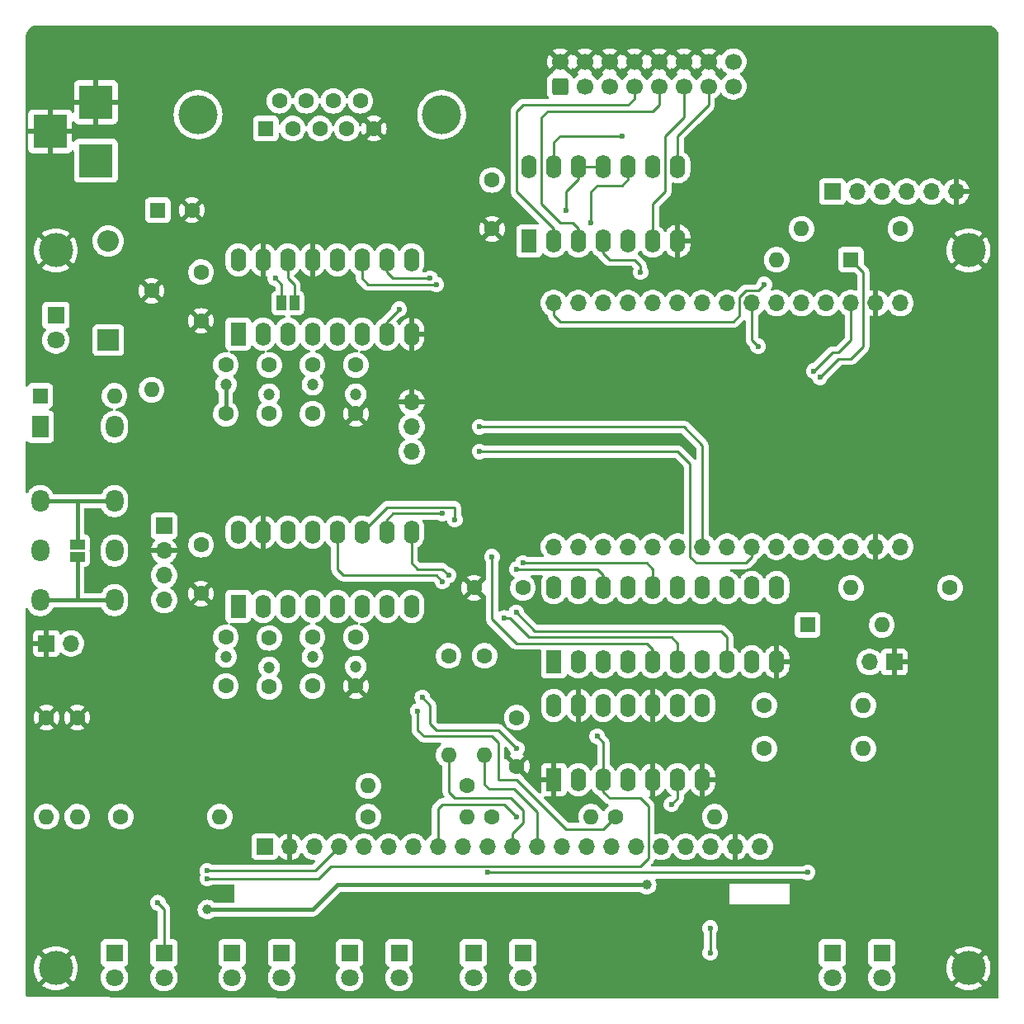
<source format=gbl>
G04 #@! TF.GenerationSoftware,KiCad,Pcbnew,8.0.4*
G04 #@! TF.CreationDate,2024-07-28T06:14:52+02:00*
G04 #@! TF.ProjectId,BulkyModem-32 Module,42756c6b-794d-46f6-9465-6d2d3332204d,rev?*
G04 #@! TF.SameCoordinates,Original*
G04 #@! TF.FileFunction,Copper,L2,Bot*
G04 #@! TF.FilePolarity,Positive*
%FSLAX46Y46*%
G04 Gerber Fmt 4.6, Leading zero omitted, Abs format (unit mm)*
G04 Created by KiCad (PCBNEW 8.0.4) date 2024-07-28 06:14:52*
%MOMM*%
%LPD*%
G01*
G04 APERTURE LIST*
G04 Aperture macros list*
%AMRoundRect*
0 Rectangle with rounded corners*
0 $1 Rounding radius*
0 $2 $3 $4 $5 $6 $7 $8 $9 X,Y pos of 4 corners*
0 Add a 4 corners polygon primitive as box body*
4,1,4,$2,$3,$4,$5,$6,$7,$8,$9,$2,$3,0*
0 Add four circle primitives for the rounded corners*
1,1,$1+$1,$2,$3*
1,1,$1+$1,$4,$5*
1,1,$1+$1,$6,$7*
1,1,$1+$1,$8,$9*
0 Add four rect primitives between the rounded corners*
20,1,$1+$1,$2,$3,$4,$5,0*
20,1,$1+$1,$4,$5,$6,$7,0*
20,1,$1+$1,$6,$7,$8,$9,0*
20,1,$1+$1,$8,$9,$2,$3,0*%
G04 Aperture macros list end*
G04 #@! TA.AperFunction,ComponentPad*
%ADD10R,1.700000X1.700000*%
G04 #@! TD*
G04 #@! TA.AperFunction,ComponentPad*
%ADD11O,1.700000X1.700000*%
G04 #@! TD*
G04 #@! TA.AperFunction,ComponentPad*
%ADD12O,1.600000X2.400000*%
G04 #@! TD*
G04 #@! TA.AperFunction,ComponentPad*
%ADD13R,1.600000X2.400000*%
G04 #@! TD*
G04 #@! TA.AperFunction,ComponentPad*
%ADD14C,1.600000*%
G04 #@! TD*
G04 #@! TA.AperFunction,ComponentPad*
%ADD15O,1.600000X1.600000*%
G04 #@! TD*
G04 #@! TA.AperFunction,ComponentPad*
%ADD16R,1.600000X1.600000*%
G04 #@! TD*
G04 #@! TA.AperFunction,ComponentPad*
%ADD17C,3.500000*%
G04 #@! TD*
G04 #@! TA.AperFunction,ComponentPad*
%ADD18R,1.800000X1.800000*%
G04 #@! TD*
G04 #@! TA.AperFunction,ComponentPad*
%ADD19C,1.800000*%
G04 #@! TD*
G04 #@! TA.AperFunction,ComponentPad*
%ADD20C,4.000000*%
G04 #@! TD*
G04 #@! TA.AperFunction,ComponentPad*
%ADD21R,3.500000X3.500000*%
G04 #@! TD*
G04 #@! TA.AperFunction,ComponentPad*
%ADD22O,1.800000X2.300000*%
G04 #@! TD*
G04 #@! TA.AperFunction,ComponentPad*
%ADD23R,1.800000X2.300000*%
G04 #@! TD*
G04 #@! TA.AperFunction,ComponentPad*
%ADD24C,1.200000*%
G04 #@! TD*
G04 #@! TA.AperFunction,ComponentPad*
%ADD25C,1.700000*%
G04 #@! TD*
G04 #@! TA.AperFunction,ComponentPad*
%ADD26RoundRect,0.250000X0.600000X-0.600000X0.600000X0.600000X-0.600000X0.600000X-0.600000X-0.600000X0*%
G04 #@! TD*
G04 #@! TA.AperFunction,ComponentPad*
%ADD27R,2.200000X2.200000*%
G04 #@! TD*
G04 #@! TA.AperFunction,ComponentPad*
%ADD28O,2.200000X2.200000*%
G04 #@! TD*
G04 #@! TA.AperFunction,SMDPad,CuDef*
%ADD29R,1.500000X1.000000*%
G04 #@! TD*
G04 #@! TA.AperFunction,SMDPad,CuDef*
%ADD30R,1.000000X1.500000*%
G04 #@! TD*
G04 #@! TA.AperFunction,ViaPad*
%ADD31C,0.600000*%
G04 #@! TD*
G04 #@! TA.AperFunction,ViaPad*
%ADD32C,1.000000*%
G04 #@! TD*
G04 #@! TA.AperFunction,Conductor*
%ADD33C,0.250000*%
G04 #@! TD*
G04 #@! TA.AperFunction,Conductor*
%ADD34C,0.381000*%
G04 #@! TD*
G04 APERTURE END LIST*
D10*
X153035000Y-71755000D03*
D11*
X155575000Y-71755000D03*
X158115000Y-71755000D03*
X160655000Y-71755000D03*
X163195000Y-71755000D03*
X165735000Y-71755000D03*
D12*
X121920000Y-69215000D03*
X124460000Y-69215000D03*
X127000000Y-69215000D03*
X129540000Y-69215000D03*
X132080000Y-69215000D03*
X134620000Y-69215000D03*
X137160000Y-69215000D03*
X137160000Y-76835000D03*
X134620000Y-76835000D03*
X132080000Y-76835000D03*
X129540000Y-76835000D03*
X127000000Y-76835000D03*
X124460000Y-76835000D03*
D13*
X121920000Y-76835000D03*
D14*
X165100000Y-112395000D03*
D15*
X154940000Y-112395000D03*
X149860000Y-75565000D03*
D14*
X160020000Y-75565000D03*
D16*
X154940000Y-78740000D03*
D15*
X147320000Y-78740000D03*
D16*
X150495000Y-116205000D03*
D15*
X158115000Y-116205000D03*
D17*
X167005000Y-77785000D03*
X73355000Y-77785000D03*
X167005000Y-151435000D03*
D11*
X124460000Y-108185000D03*
X127000000Y-108185000D03*
X129540000Y-108185000D03*
X132080000Y-108185000D03*
X134620000Y-108185000D03*
X137160000Y-108185000D03*
X139700000Y-108185000D03*
X142240000Y-108185000D03*
X144780000Y-108185000D03*
X147320000Y-108185000D03*
X149860000Y-108185000D03*
X152400000Y-108185000D03*
X154940000Y-108185000D03*
X157480000Y-108185000D03*
X160020000Y-108185000D03*
X160020000Y-83185000D03*
X157480000Y-83185000D03*
X154940000Y-83185000D03*
X152400000Y-83185000D03*
X149860000Y-83185000D03*
X147320000Y-83185000D03*
X144780000Y-83185000D03*
X142240000Y-83185000D03*
X139700000Y-83185000D03*
X137160000Y-83185000D03*
X134620000Y-83185000D03*
X132080000Y-83185000D03*
X129540000Y-83185000D03*
X127000000Y-83185000D03*
X124460000Y-83185000D03*
D18*
X84455000Y-149860000D03*
D19*
X84455000Y-152400000D03*
D18*
X96520000Y-149860000D03*
D19*
X96520000Y-152400000D03*
D18*
X91440000Y-149860000D03*
D19*
X91440000Y-152400000D03*
D18*
X108585000Y-149860000D03*
D19*
X108585000Y-152400000D03*
D18*
X103505000Y-149860000D03*
D19*
X103505000Y-152400000D03*
D18*
X153035000Y-149860000D03*
D19*
X153035000Y-152400000D03*
D18*
X158115000Y-149860000D03*
D19*
X158115000Y-152400000D03*
D14*
X104600000Y-62438000D03*
X101830000Y-62438000D03*
X99060000Y-62438000D03*
X96290000Y-62438000D03*
X105985000Y-65278000D03*
X103215000Y-65278000D03*
X100445000Y-65278000D03*
X97675000Y-65278000D03*
D16*
X94905000Y-65278000D03*
D20*
X87945000Y-63858000D03*
X112945000Y-63858000D03*
D10*
X94780000Y-138970000D03*
D11*
X97320000Y-138970000D03*
X99860000Y-138970000D03*
X102400000Y-138970000D03*
X104940000Y-138970000D03*
X107480000Y-138970000D03*
X110020000Y-138970000D03*
X112560000Y-138970000D03*
X115100000Y-138970000D03*
X117640000Y-138970000D03*
X120180000Y-138970000D03*
X122720000Y-138970000D03*
X125260000Y-138970000D03*
X127800000Y-138970000D03*
X130340000Y-138970000D03*
X132880000Y-138970000D03*
X135420000Y-138970000D03*
X137960000Y-138970000D03*
X140500000Y-138970000D03*
X143040000Y-138970000D03*
X145580000Y-138970000D03*
X74930000Y-118110000D03*
D10*
X72390000Y-118110000D03*
X159385000Y-120015000D03*
D11*
X156845000Y-120015000D03*
D17*
X73355000Y-151435000D03*
D14*
X115570000Y-132715000D03*
D15*
X105410000Y-132715000D03*
D14*
X80010000Y-135890000D03*
D15*
X90170000Y-135890000D03*
D14*
X118110000Y-135890000D03*
D15*
X128270000Y-135890000D03*
D14*
X105410000Y-135890000D03*
D15*
X115570000Y-135890000D03*
D14*
X113665000Y-119380000D03*
D15*
X113665000Y-129540000D03*
D14*
X117348000Y-119380000D03*
D15*
X117348000Y-129540000D03*
D13*
X92075000Y-114300000D03*
D12*
X94615000Y-114300000D03*
X97155000Y-114300000D03*
X99695000Y-114300000D03*
X102235000Y-114300000D03*
X104775000Y-114300000D03*
X107315000Y-114300000D03*
X109855000Y-114300000D03*
X109855000Y-106680000D03*
X107315000Y-106680000D03*
X104775000Y-106680000D03*
X102235000Y-106680000D03*
X99695000Y-106680000D03*
X97155000Y-106680000D03*
X94615000Y-106680000D03*
X92075000Y-106680000D03*
D21*
X77470000Y-68580000D03*
X77470000Y-62580000D03*
X72770000Y-65580000D03*
D22*
X79375000Y-95885000D03*
X79375000Y-103505000D03*
X79375000Y-108585000D03*
X79375000Y-113665000D03*
X71755000Y-113665000D03*
X71755000Y-108585000D03*
X71755000Y-103505000D03*
D23*
X71755000Y-95885000D03*
D14*
X90805000Y-89535000D03*
D24*
X90805000Y-91535000D03*
D14*
X90805000Y-94535000D03*
X104140000Y-94535000D03*
D24*
X104140000Y-92535000D03*
D14*
X104140000Y-89535000D03*
X99695000Y-89535000D03*
D24*
X99695000Y-91535000D03*
D14*
X99695000Y-94535000D03*
X95250000Y-94535000D03*
D24*
X95250000Y-92535000D03*
D14*
X95250000Y-89535000D03*
X88265000Y-80010000D03*
X88265000Y-85010000D03*
X118110000Y-75565000D03*
X118110000Y-70565000D03*
D18*
X116205000Y-149860000D03*
D19*
X116205000Y-152400000D03*
D14*
X130810000Y-135890000D03*
D15*
X140970000Y-135890000D03*
D13*
X92075000Y-86360000D03*
D12*
X94615000Y-86360000D03*
X97155000Y-86360000D03*
X99695000Y-86360000D03*
X102235000Y-86360000D03*
X104775000Y-86360000D03*
X107315000Y-86360000D03*
X109855000Y-86360000D03*
X109855000Y-78740000D03*
X107315000Y-78740000D03*
X104775000Y-78740000D03*
X102235000Y-78740000D03*
X99695000Y-78740000D03*
X97155000Y-78740000D03*
X94615000Y-78740000D03*
X92075000Y-78740000D03*
D14*
X116285000Y-112395000D03*
X121285000Y-112395000D03*
X88265000Y-107990000D03*
X88265000Y-112990000D03*
X95250000Y-122555000D03*
D24*
X95250000Y-120555000D03*
D14*
X95250000Y-117555000D03*
X99695000Y-117475000D03*
D24*
X99695000Y-119475000D03*
D14*
X99695000Y-122475000D03*
X90805000Y-117475000D03*
D24*
X90805000Y-119475000D03*
D14*
X90805000Y-122475000D03*
X104140000Y-122475000D03*
D24*
X104140000Y-120475000D03*
D14*
X104140000Y-117475000D03*
D25*
X142875000Y-58420000D03*
X140335000Y-58420000D03*
X137795000Y-58420000D03*
X135255000Y-58420000D03*
X132715000Y-58420000D03*
X130175000Y-58420000D03*
X127635000Y-58420000D03*
X125095000Y-58420000D03*
X142875000Y-60960000D03*
X140335000Y-60960000D03*
X137795000Y-60960000D03*
X135255000Y-60960000D03*
X132715000Y-60960000D03*
X130175000Y-60960000D03*
X127635000Y-60960000D03*
D26*
X125095000Y-60960000D03*
D14*
X75565000Y-125730000D03*
D15*
X75565000Y-135890000D03*
D18*
X121285000Y-149860000D03*
D19*
X121285000Y-152400000D03*
D14*
X146050000Y-124460000D03*
D15*
X156210000Y-124460000D03*
D14*
X120650000Y-125730000D03*
X120650000Y-130730000D03*
D27*
X78740000Y-86995000D03*
D28*
X78740000Y-76835000D03*
D14*
X72390000Y-125730000D03*
D15*
X72390000Y-135890000D03*
D13*
X124460000Y-132080000D03*
D12*
X127000000Y-132080000D03*
X129540000Y-132080000D03*
X132080000Y-132080000D03*
X134620000Y-132080000D03*
X137160000Y-132080000D03*
X139700000Y-132080000D03*
X139700000Y-124460000D03*
X137160000Y-124460000D03*
X134620000Y-124460000D03*
X132080000Y-124460000D03*
X129540000Y-124460000D03*
X127000000Y-124460000D03*
X124460000Y-124460000D03*
D18*
X79375000Y-149860000D03*
D19*
X79375000Y-152400000D03*
D18*
X73355000Y-84450000D03*
D19*
X73355000Y-86990000D03*
D14*
X83185000Y-81915000D03*
D15*
X83185000Y-92075000D03*
D16*
X83820000Y-73660000D03*
D14*
X87320000Y-73660000D03*
X146050000Y-128905000D03*
D15*
X156210000Y-128905000D03*
D10*
X84455000Y-106045000D03*
D11*
X84455000Y-108585000D03*
X84455000Y-111125000D03*
X84455000Y-113665000D03*
X109855000Y-98425000D03*
X109855000Y-95885000D03*
X109855000Y-93345000D03*
D29*
X75565000Y-109235000D03*
X75565000Y-107935000D03*
D30*
X96520000Y-83185000D03*
X97820000Y-83185000D03*
D15*
X79375000Y-92710000D03*
D16*
X71755000Y-92710000D03*
D13*
X124460000Y-120005000D03*
D12*
X127000000Y-120005000D03*
X129540000Y-120005000D03*
X132080000Y-120005000D03*
X134620000Y-120005000D03*
X137160000Y-120005000D03*
X139700000Y-120005000D03*
X142240000Y-120005000D03*
X144780000Y-120005000D03*
X147320000Y-120005000D03*
X147320000Y-112385000D03*
X144780000Y-112385000D03*
X142240000Y-112385000D03*
X139700000Y-112385000D03*
X137160000Y-112385000D03*
X134620000Y-112385000D03*
X132080000Y-112385000D03*
X129540000Y-112385000D03*
X127000000Y-112385000D03*
X124460000Y-112385000D03*
D31*
X116840000Y-98425000D03*
X116840000Y-95885000D03*
X128270000Y-74930000D03*
X146050000Y-81280000D03*
X133350000Y-80010000D03*
X131445000Y-66040000D03*
X118110000Y-109220000D03*
X114300000Y-105410000D03*
X120650000Y-110490000D03*
X113020000Y-104775000D03*
X121285000Y-109855000D03*
X113665000Y-111125000D03*
X113030000Y-111760000D03*
X120594500Y-114935000D03*
X119380000Y-115514500D03*
X128905000Y-127635000D03*
X151765000Y-90805000D03*
X151130000Y-90170000D03*
X125730000Y-73660000D03*
X145415000Y-87630000D03*
X150495000Y-141605000D03*
X120650000Y-128905000D03*
X111760000Y-80645000D03*
X110972808Y-123672808D03*
X110490000Y-125039500D03*
X112395000Y-81280000D03*
X108585000Y-83820000D03*
X117640000Y-141605000D03*
X136525000Y-134620000D03*
X95885000Y-80645000D03*
X88900000Y-142240000D03*
X140500000Y-147320000D03*
X140500000Y-149860000D03*
X83820000Y-144724500D03*
X120650000Y-135890000D03*
D32*
X133985000Y-142875000D03*
X88900000Y-145415000D03*
D31*
X88900000Y-141439997D03*
D33*
X116840000Y-98425000D02*
X137160000Y-98425000D01*
X116840000Y-95885000D02*
X137795000Y-95885000D01*
X138430000Y-99695000D02*
X137160000Y-98425000D01*
X138430000Y-109220000D02*
X138430000Y-99695000D01*
X144145000Y-109855000D02*
X139065000Y-109855000D01*
X139065000Y-109855000D02*
X138430000Y-109220000D01*
X144780000Y-109220000D02*
X144145000Y-109855000D01*
X144780000Y-108185000D02*
X144780000Y-109220000D01*
X139700000Y-97790000D02*
X139700000Y-108185000D01*
X137795000Y-95885000D02*
X139700000Y-97790000D01*
X125730000Y-71755000D02*
X127000000Y-70485000D01*
X127000000Y-70485000D02*
X127000000Y-69215000D01*
X125730000Y-73660000D02*
X125730000Y-71755000D01*
X128905000Y-71120000D02*
X131445000Y-71120000D01*
X131445000Y-71120000D02*
X132080000Y-70485000D01*
X128270000Y-71755000D02*
X128905000Y-71120000D01*
X132080000Y-70485000D02*
X132080000Y-69215000D01*
X128270000Y-74930000D02*
X128270000Y-71755000D01*
X133985000Y-118110000D02*
X134620000Y-118745000D01*
X120650000Y-118110000D02*
X133985000Y-118110000D01*
X118110000Y-115570000D02*
X120650000Y-118110000D01*
X118110000Y-109220000D02*
X118110000Y-115570000D01*
X134620000Y-118745000D02*
X134620000Y-120005000D01*
X130175000Y-78740000D02*
X132715000Y-78740000D01*
X129540000Y-78105000D02*
X130175000Y-78740000D01*
X132715000Y-78740000D02*
X133350000Y-79375000D01*
X133350000Y-79375000D02*
X133350000Y-80010000D01*
X129540000Y-76835000D02*
X129540000Y-78105000D01*
X144145000Y-81915000D02*
X145415000Y-81915000D01*
X143510000Y-82550000D02*
X144145000Y-81915000D01*
X142875000Y-85090000D02*
X143510000Y-84455000D01*
X145415000Y-81915000D02*
X146050000Y-81280000D01*
X125095000Y-85090000D02*
X142875000Y-85090000D01*
X124460000Y-84455000D02*
X125095000Y-85090000D01*
X124460000Y-83185000D02*
X124460000Y-84455000D01*
X143510000Y-84455000D02*
X143510000Y-82550000D01*
X124460000Y-66675000D02*
X124460000Y-69215000D01*
X125095000Y-66040000D02*
X124460000Y-66675000D01*
X131445000Y-66040000D02*
X125095000Y-66040000D01*
X125095000Y-74930000D02*
X126365000Y-74930000D01*
X123190000Y-73025000D02*
X125095000Y-74930000D01*
X123190000Y-64135000D02*
X123190000Y-73025000D01*
X134620000Y-63500000D02*
X123825000Y-63500000D01*
X135255000Y-62865000D02*
X134620000Y-63500000D01*
X126365000Y-74930000D02*
X127000000Y-75565000D01*
X135255000Y-60960000D02*
X135255000Y-62865000D01*
X127000000Y-75565000D02*
X127000000Y-76835000D01*
X123825000Y-63500000D02*
X123190000Y-64135000D01*
X132715000Y-62230000D02*
X132715000Y-60960000D01*
X121285000Y-62865000D02*
X132080000Y-62865000D01*
X120650000Y-71755000D02*
X120650000Y-63500000D01*
X120650000Y-63500000D02*
X121285000Y-62865000D01*
X124460000Y-75565000D02*
X120650000Y-71755000D01*
X132080000Y-62865000D02*
X132715000Y-62230000D01*
X124460000Y-76835000D02*
X124460000Y-75565000D01*
X154940000Y-86995000D02*
X154940000Y-83185000D01*
X153670000Y-88265000D02*
X154940000Y-86995000D01*
X153035000Y-88265000D02*
X153670000Y-88265000D01*
X151130000Y-90170000D02*
X153035000Y-88265000D01*
X156210000Y-80010000D02*
X154940000Y-78740000D01*
X156210000Y-87630000D02*
X156210000Y-80010000D01*
X154940000Y-88900000D02*
X156210000Y-87630000D01*
X153670000Y-88900000D02*
X154940000Y-88900000D01*
X151765000Y-90805000D02*
X153670000Y-88900000D01*
X121285000Y-109855000D02*
X133985000Y-109855000D01*
X133985000Y-109855000D02*
X134620000Y-110490000D01*
X134620000Y-110490000D02*
X134620000Y-112385000D01*
X129540000Y-111125000D02*
X129540000Y-112385000D01*
X120650000Y-110490000D02*
X128905000Y-110490000D01*
X128905000Y-110490000D02*
X129540000Y-111125000D01*
X114300000Y-105410000D02*
X114300000Y-104140000D01*
X107950000Y-104775000D02*
X107315000Y-105410000D01*
X113020000Y-104775000D02*
X107950000Y-104775000D01*
X107315000Y-105410000D02*
X107315000Y-106680000D01*
X107315000Y-104140000D02*
X104775000Y-106680000D01*
X114300000Y-104140000D02*
X107315000Y-104140000D01*
X109855000Y-109855000D02*
X109855000Y-106680000D01*
X110490000Y-110490000D02*
X109855000Y-109855000D01*
X113030000Y-110490000D02*
X110490000Y-110490000D01*
X113665000Y-111125000D02*
X113030000Y-110490000D01*
X136525000Y-117475000D02*
X137160000Y-118110000D01*
X137160000Y-118110000D02*
X137160000Y-120005000D01*
X121920000Y-117475000D02*
X136525000Y-117475000D01*
X119959500Y-115514500D02*
X121920000Y-117475000D01*
X119380000Y-115514500D02*
X119959500Y-115514500D01*
X102235000Y-110490000D02*
X102235000Y-106680000D01*
X102870000Y-111125000D02*
X102235000Y-110490000D01*
X112395000Y-111125000D02*
X102870000Y-111125000D01*
X113030000Y-111760000D02*
X112395000Y-111125000D01*
X122499500Y-116840000D02*
X141605000Y-116840000D01*
X122499500Y-116840000D02*
X120594500Y-114935000D01*
X142240000Y-117475000D02*
X141605000Y-116840000D01*
X142240000Y-120005000D02*
X142240000Y-117475000D01*
X129540000Y-128270000D02*
X129540000Y-132080000D01*
X128905000Y-127635000D02*
X129540000Y-128270000D01*
X137160000Y-133985000D02*
X137160000Y-132080000D01*
X136525000Y-134620000D02*
X137160000Y-133985000D01*
X144780000Y-86995000D02*
X144780000Y-83185000D01*
X145415000Y-87630000D02*
X144780000Y-86995000D01*
X117640000Y-141605000D02*
X150495000Y-141605000D01*
X112395000Y-127000000D02*
X111760000Y-126365000D01*
X118745000Y-127000000D02*
X112395000Y-127000000D01*
X111760000Y-124460000D02*
X110972808Y-123672808D01*
X120650000Y-128905000D02*
X118745000Y-127000000D01*
X111760000Y-126365000D02*
X111760000Y-124460000D01*
X104775000Y-80645000D02*
X104775000Y-78740000D01*
X112395000Y-81280000D02*
X105410000Y-81280000D01*
X105410000Y-81280000D02*
X104775000Y-80645000D01*
X111760000Y-80645000D02*
X107950000Y-80645000D01*
X107950000Y-80645000D02*
X107315000Y-80010000D01*
X107315000Y-80010000D02*
X107315000Y-78740000D01*
X129540000Y-137160000D02*
X130810000Y-135890000D01*
X120650000Y-132080000D02*
X125730000Y-137160000D01*
X118745000Y-128270000D02*
X118745000Y-132080000D01*
X125730000Y-137160000D02*
X129540000Y-137160000D01*
X118110000Y-127635000D02*
X118745000Y-128270000D01*
X111125000Y-127635000D02*
X118110000Y-127635000D01*
X110490000Y-125039500D02*
X110490000Y-127000000D01*
X118745000Y-132080000D02*
X120650000Y-132080000D01*
X110490000Y-127000000D02*
X111125000Y-127635000D01*
X120180000Y-137630000D02*
X120180000Y-138970000D01*
X121285000Y-135255000D02*
X121285000Y-136525000D01*
X120015000Y-133985000D02*
X121285000Y-135255000D01*
X113665000Y-133350000D02*
X114300000Y-133985000D01*
X121285000Y-136525000D02*
X120180000Y-137630000D01*
X113665000Y-129540000D02*
X113665000Y-133350000D01*
X114300000Y-133985000D02*
X120015000Y-133985000D01*
X117348000Y-132588000D02*
X117348000Y-129540000D01*
X117792500Y-133032500D02*
X117348000Y-132588000D01*
X120332500Y-133032500D02*
X117792500Y-133032500D01*
X122720000Y-135420000D02*
X120332500Y-133032500D01*
X122720000Y-138970000D02*
X122720000Y-135420000D01*
X137795000Y-64135000D02*
X137795000Y-60960000D01*
X135890000Y-66040000D02*
X137795000Y-64135000D01*
X135890000Y-71755000D02*
X135890000Y-66040000D01*
X134620000Y-73025000D02*
X135890000Y-71755000D01*
X134620000Y-76835000D02*
X134620000Y-73025000D01*
X140335000Y-62865000D02*
X140335000Y-60960000D01*
X137160000Y-66040000D02*
X140335000Y-62865000D01*
X137160000Y-69215000D02*
X137160000Y-66040000D01*
X127000000Y-69215000D02*
X129540000Y-69215000D01*
X108585000Y-83820000D02*
X107315000Y-85090000D01*
X107315000Y-85090000D02*
X107315000Y-86360000D01*
D34*
X99695000Y-145415000D02*
X88900000Y-145415000D01*
X102235000Y-142875000D02*
X99695000Y-145415000D01*
X133985000Y-142875000D02*
X102235000Y-142875000D01*
D33*
X100330000Y-142240000D02*
X88900000Y-142240000D01*
X101600000Y-140970000D02*
X100330000Y-142240000D01*
X130175000Y-133985000D02*
X133350000Y-133985000D01*
X134162800Y-140157200D02*
X133350000Y-140970000D01*
X134162800Y-134797800D02*
X134162800Y-140157200D01*
X133350000Y-133985000D02*
X134162800Y-134797800D01*
X133350000Y-140970000D02*
X101600000Y-140970000D01*
X129540000Y-133350000D02*
X130175000Y-133985000D01*
X129540000Y-132080000D02*
X129540000Y-133350000D01*
X99930003Y-141439997D02*
X102400000Y-138970000D01*
X88900000Y-141439997D02*
X99930003Y-141439997D01*
X96520000Y-81280000D02*
X95885000Y-80645000D01*
X96520000Y-83185000D02*
X96520000Y-81280000D01*
D34*
X90805000Y-91535000D02*
X90805000Y-94535000D01*
X71755000Y-113665000D02*
X75565000Y-113665000D01*
X75565000Y-113665000D02*
X79375000Y-113665000D01*
X75565000Y-109235000D02*
X75565000Y-113665000D01*
X75565000Y-103505000D02*
X79375000Y-103505000D01*
X75565000Y-103505000D02*
X71755000Y-103505000D01*
X75565000Y-107935000D02*
X75565000Y-103505000D01*
D33*
X140500000Y-147320000D02*
X140500000Y-149860000D01*
X84455000Y-145359500D02*
X83820000Y-144724500D01*
X84455000Y-149860000D02*
X84455000Y-145359500D01*
X112560000Y-135090000D02*
X112560000Y-138970000D01*
X113030000Y-134620000D02*
X112560000Y-135090000D01*
X119380000Y-134620000D02*
X113030000Y-134620000D01*
X120650000Y-135890000D02*
X119380000Y-134620000D01*
X97820000Y-83185000D02*
X97820000Y-81310000D01*
X97820000Y-81310000D02*
X97155000Y-80645000D01*
X97155000Y-78740000D02*
X97155000Y-80645000D01*
G04 #@! TA.AperFunction,Conductor*
G36*
X124714000Y-133788000D02*
G01*
X125308585Y-133788000D01*
X125308597Y-133787999D01*
X125369093Y-133781494D01*
X125505964Y-133730444D01*
X125505965Y-133730444D01*
X125622904Y-133642904D01*
X125710444Y-133525965D01*
X125710444Y-133525964D01*
X125761494Y-133389093D01*
X125762831Y-133376663D01*
X125789999Y-133311070D01*
X125848317Y-133270578D01*
X125919268Y-133268044D01*
X125980327Y-133304270D01*
X125990039Y-133316061D01*
X126001932Y-133332430D01*
X126001934Y-133332432D01*
X126001937Y-133332436D01*
X126147564Y-133478063D01*
X126147567Y-133478065D01*
X126147570Y-133478068D01*
X126314197Y-133599129D01*
X126497710Y-133692634D01*
X126693592Y-133756280D01*
X126897019Y-133788500D01*
X126897022Y-133788500D01*
X127102978Y-133788500D01*
X127102981Y-133788500D01*
X127306408Y-133756280D01*
X127502290Y-133692634D01*
X127685803Y-133599129D01*
X127852430Y-133478068D01*
X127998068Y-133332430D01*
X128119129Y-133165803D01*
X128157734Y-133090034D01*
X128206481Y-133038422D01*
X128275396Y-133021356D01*
X128342598Y-133044257D01*
X128382264Y-133090034D01*
X128420871Y-133165803D01*
X128541932Y-133332430D01*
X128541934Y-133332432D01*
X128541936Y-133332435D01*
X128687564Y-133478063D01*
X128687567Y-133478065D01*
X128687570Y-133478068D01*
X128854197Y-133599129D01*
X128954184Y-133650075D01*
X128961907Y-133654010D01*
X129009469Y-133696274D01*
X129047929Y-133753833D01*
X129771167Y-134477072D01*
X129874925Y-134546401D01*
X129947597Y-134576502D01*
X129990215Y-134594155D01*
X130003893Y-134596875D01*
X130066801Y-134629783D01*
X130101933Y-134691478D01*
X130098133Y-134762373D01*
X130056607Y-134819959D01*
X130051581Y-134823667D01*
X129965703Y-134883799D01*
X129965697Y-134883804D01*
X129803804Y-135045697D01*
X129803799Y-135045703D01*
X129672477Y-135233250D01*
X129654195Y-135272457D01*
X129607278Y-135325742D01*
X129539001Y-135345203D01*
X129471041Y-135324661D01*
X129425805Y-135272457D01*
X129416965Y-135253500D01*
X129407523Y-135233251D01*
X129276198Y-135045700D01*
X129114300Y-134883802D01*
X128926749Y-134752477D01*
X128890140Y-134735406D01*
X128719246Y-134655717D01*
X128719240Y-134655715D01*
X128580352Y-134618500D01*
X128498087Y-134596457D01*
X128270000Y-134576502D01*
X128041913Y-134596457D01*
X127820759Y-134655715D01*
X127820753Y-134655717D01*
X127613250Y-134752477D01*
X127425703Y-134883799D01*
X127425697Y-134883804D01*
X127263804Y-135045697D01*
X127263799Y-135045703D01*
X127132477Y-135233250D01*
X127035717Y-135440753D01*
X127035715Y-135440759D01*
X126976457Y-135661913D01*
X126956502Y-135890000D01*
X126976457Y-136118086D01*
X127035715Y-136339240D01*
X127035717Y-136339245D01*
X127039449Y-136347248D01*
X127050111Y-136417440D01*
X127021132Y-136482253D01*
X126961713Y-136521110D01*
X126925255Y-136526500D01*
X126044594Y-136526500D01*
X125976473Y-136506498D01*
X125955499Y-136489595D01*
X123463389Y-133997485D01*
X123429363Y-133935173D01*
X123434428Y-133864358D01*
X123476975Y-133807522D01*
X123543495Y-133782711D01*
X123565956Y-133783112D01*
X123611407Y-133787999D01*
X123611415Y-133788000D01*
X124206000Y-133788000D01*
X124206000Y-132391686D01*
X124214394Y-132400080D01*
X124305606Y-132452741D01*
X124407339Y-132480000D01*
X124512661Y-132480000D01*
X124614394Y-132452741D01*
X124705606Y-132400080D01*
X124714000Y-132391686D01*
X124714000Y-133788000D01*
G37*
G04 #@! TD.AperFunction*
G04 #@! TA.AperFunction,Conductor*
G36*
X119587012Y-128738370D02*
G01*
X119593595Y-128744499D01*
X119815655Y-128966559D01*
X119849681Y-129028871D01*
X119851767Y-129041543D01*
X119856781Y-129086038D01*
X119856784Y-129086052D01*
X119916957Y-129258015D01*
X119916958Y-129258018D01*
X120013887Y-129412279D01*
X120015398Y-129414174D01*
X120015992Y-129415630D01*
X120017653Y-129418273D01*
X120017190Y-129418563D01*
X120042236Y-129479902D01*
X120029277Y-129549706D01*
X119989160Y-129595952D01*
X119922109Y-129642900D01*
X120609209Y-130330000D01*
X120597339Y-130330000D01*
X120495606Y-130357259D01*
X120404394Y-130409920D01*
X120329920Y-130484394D01*
X120277259Y-130575606D01*
X120250000Y-130677339D01*
X120250000Y-130689209D01*
X119562900Y-130002109D01*
X119515482Y-130006258D01*
X119445877Y-129992270D01*
X119394885Y-129942871D01*
X119378500Y-129880738D01*
X119378500Y-128833594D01*
X119398502Y-128765473D01*
X119452158Y-128718980D01*
X119522432Y-128708876D01*
X119587012Y-128738370D01*
G37*
G04 #@! TD.AperFunction*
G04 #@! TA.AperFunction,Conductor*
G36*
X129709075Y-58612993D02*
G01*
X129774901Y-58727007D01*
X129867993Y-58820099D01*
X129982007Y-58885925D01*
X130050051Y-58904157D01*
X129409310Y-59544898D01*
X129429697Y-59560766D01*
X129429705Y-59560771D01*
X129463207Y-59578902D01*
X129513597Y-59628915D01*
X129528949Y-59698232D01*
X129504388Y-59764845D01*
X129463207Y-59800528D01*
X129429430Y-59818807D01*
X129429424Y-59818811D01*
X129251762Y-59957091D01*
X129099279Y-60122729D01*
X129010483Y-60258643D01*
X128956479Y-60304731D01*
X128886131Y-60314306D01*
X128821774Y-60284329D01*
X128799517Y-60258643D01*
X128710720Y-60122729D01*
X128558237Y-59957091D01*
X128476382Y-59893381D01*
X128380576Y-59818811D01*
X128346792Y-59800528D01*
X128296402Y-59750516D01*
X128281050Y-59681199D01*
X128305610Y-59614586D01*
X128346795Y-59578900D01*
X128380298Y-59560769D01*
X128400688Y-59544898D01*
X127759947Y-58904157D01*
X127827993Y-58885925D01*
X127942007Y-58820099D01*
X128035099Y-58727007D01*
X128100925Y-58612993D01*
X128119158Y-58544947D01*
X128758077Y-59183866D01*
X128758078Y-59183866D01*
X128799516Y-59120441D01*
X128853519Y-59074352D01*
X128923867Y-59064777D01*
X128988225Y-59094754D01*
X129010482Y-59120440D01*
X129051921Y-59183866D01*
X129690841Y-58544946D01*
X129709075Y-58612993D01*
G37*
G04 #@! TD.AperFunction*
G04 #@! TA.AperFunction,Conductor*
G36*
X132249075Y-58612993D02*
G01*
X132314901Y-58727007D01*
X132407993Y-58820099D01*
X132522007Y-58885925D01*
X132590051Y-58904157D01*
X131949310Y-59544898D01*
X131969697Y-59560766D01*
X131969705Y-59560771D01*
X132003207Y-59578902D01*
X132053597Y-59628915D01*
X132068949Y-59698232D01*
X132044388Y-59764845D01*
X132003207Y-59800528D01*
X131969430Y-59818807D01*
X131969424Y-59818811D01*
X131791762Y-59957091D01*
X131639279Y-60122729D01*
X131550483Y-60258643D01*
X131496479Y-60304731D01*
X131426131Y-60314306D01*
X131361774Y-60284329D01*
X131339517Y-60258643D01*
X131250720Y-60122729D01*
X131098237Y-59957091D01*
X131016382Y-59893381D01*
X130920576Y-59818811D01*
X130886792Y-59800528D01*
X130836402Y-59750516D01*
X130821050Y-59681199D01*
X130845610Y-59614586D01*
X130886795Y-59578900D01*
X130920298Y-59560769D01*
X130940688Y-59544898D01*
X130299947Y-58904157D01*
X130367993Y-58885925D01*
X130482007Y-58820099D01*
X130575099Y-58727007D01*
X130640925Y-58612993D01*
X130659158Y-58544947D01*
X131298077Y-59183866D01*
X131298078Y-59183866D01*
X131339516Y-59120441D01*
X131393519Y-59074352D01*
X131463867Y-59064777D01*
X131528225Y-59094754D01*
X131550482Y-59120440D01*
X131591921Y-59183866D01*
X132230841Y-58544946D01*
X132249075Y-58612993D01*
G37*
G04 #@! TD.AperFunction*
G04 #@! TA.AperFunction,Conductor*
G36*
X134789075Y-58612993D02*
G01*
X134854901Y-58727007D01*
X134947993Y-58820099D01*
X135062007Y-58885925D01*
X135130051Y-58904157D01*
X134489310Y-59544898D01*
X134509697Y-59560766D01*
X134509705Y-59560771D01*
X134543207Y-59578902D01*
X134593597Y-59628915D01*
X134608949Y-59698232D01*
X134584388Y-59764845D01*
X134543207Y-59800528D01*
X134509430Y-59818807D01*
X134509424Y-59818811D01*
X134331762Y-59957091D01*
X134179279Y-60122729D01*
X134090483Y-60258643D01*
X134036479Y-60304731D01*
X133966131Y-60314306D01*
X133901774Y-60284329D01*
X133879517Y-60258643D01*
X133790720Y-60122729D01*
X133638237Y-59957091D01*
X133556382Y-59893381D01*
X133460576Y-59818811D01*
X133426792Y-59800528D01*
X133376402Y-59750516D01*
X133361050Y-59681199D01*
X133385610Y-59614586D01*
X133426795Y-59578900D01*
X133460298Y-59560769D01*
X133480687Y-59544898D01*
X132839947Y-58904158D01*
X132907993Y-58885925D01*
X133022007Y-58820099D01*
X133115099Y-58727007D01*
X133180925Y-58612993D01*
X133199158Y-58544947D01*
X133838077Y-59183866D01*
X133838078Y-59183866D01*
X133879516Y-59120441D01*
X133933519Y-59074352D01*
X134003867Y-59064777D01*
X134068225Y-59094754D01*
X134090482Y-59120440D01*
X134131921Y-59183866D01*
X134770841Y-58544946D01*
X134789075Y-58612993D01*
G37*
G04 #@! TD.AperFunction*
G04 #@! TA.AperFunction,Conductor*
G36*
X137329075Y-58612993D02*
G01*
X137394901Y-58727007D01*
X137487993Y-58820099D01*
X137602007Y-58885925D01*
X137670051Y-58904157D01*
X137029310Y-59544898D01*
X137049697Y-59560766D01*
X137049705Y-59560771D01*
X137083207Y-59578902D01*
X137133597Y-59628915D01*
X137148949Y-59698232D01*
X137124388Y-59764845D01*
X137083207Y-59800528D01*
X137049430Y-59818807D01*
X137049424Y-59818811D01*
X136871762Y-59957091D01*
X136719279Y-60122729D01*
X136630483Y-60258643D01*
X136576479Y-60304731D01*
X136506131Y-60314306D01*
X136441774Y-60284329D01*
X136419517Y-60258643D01*
X136330720Y-60122729D01*
X136178237Y-59957091D01*
X136096382Y-59893381D01*
X136000576Y-59818811D01*
X135966792Y-59800528D01*
X135916402Y-59750516D01*
X135901050Y-59681199D01*
X135925610Y-59614586D01*
X135966795Y-59578900D01*
X136000298Y-59560769D01*
X136020688Y-59544898D01*
X135379947Y-58904157D01*
X135447993Y-58885925D01*
X135562007Y-58820099D01*
X135655099Y-58727007D01*
X135720925Y-58612993D01*
X135739158Y-58544947D01*
X136378077Y-59183866D01*
X136378078Y-59183866D01*
X136419516Y-59120441D01*
X136473519Y-59074352D01*
X136543867Y-59064777D01*
X136608225Y-59094754D01*
X136630482Y-59120440D01*
X136671921Y-59183866D01*
X137310841Y-58544946D01*
X137329075Y-58612993D01*
G37*
G04 #@! TD.AperFunction*
G04 #@! TA.AperFunction,Conductor*
G36*
X139869075Y-58612993D02*
G01*
X139934901Y-58727007D01*
X140027993Y-58820099D01*
X140142007Y-58885925D01*
X140210051Y-58904157D01*
X139569310Y-59544898D01*
X139589697Y-59560766D01*
X139589705Y-59560771D01*
X139623207Y-59578902D01*
X139673597Y-59628915D01*
X139688949Y-59698232D01*
X139664388Y-59764845D01*
X139623207Y-59800528D01*
X139589430Y-59818807D01*
X139589424Y-59818811D01*
X139411762Y-59957091D01*
X139259279Y-60122729D01*
X139170483Y-60258643D01*
X139116479Y-60304731D01*
X139046131Y-60314306D01*
X138981774Y-60284329D01*
X138959517Y-60258643D01*
X138870720Y-60122729D01*
X138718237Y-59957091D01*
X138636382Y-59893381D01*
X138540576Y-59818811D01*
X138506792Y-59800528D01*
X138456402Y-59750516D01*
X138441050Y-59681199D01*
X138465610Y-59614586D01*
X138506795Y-59578900D01*
X138540298Y-59560769D01*
X138560687Y-59544898D01*
X137919947Y-58904158D01*
X137987993Y-58885925D01*
X138102007Y-58820099D01*
X138195099Y-58727007D01*
X138260925Y-58612993D01*
X138279158Y-58544947D01*
X138918077Y-59183866D01*
X138918078Y-59183866D01*
X138959516Y-59120441D01*
X139013519Y-59074352D01*
X139083867Y-59064777D01*
X139148225Y-59094754D01*
X139170482Y-59120440D01*
X139211921Y-59183866D01*
X139850841Y-58544946D01*
X139869075Y-58612993D01*
G37*
G04 #@! TD.AperFunction*
G04 #@! TA.AperFunction,Conductor*
G36*
X141458077Y-59183866D02*
G01*
X141458078Y-59183866D01*
X141499217Y-59120899D01*
X141553221Y-59074810D01*
X141623568Y-59065235D01*
X141687926Y-59095212D01*
X141710183Y-59120898D01*
X141799279Y-59257270D01*
X141951762Y-59422908D01*
X142006331Y-59465381D01*
X142129424Y-59561189D01*
X142162155Y-59578902D01*
X142162680Y-59579186D01*
X142213071Y-59629200D01*
X142228423Y-59698516D01*
X142203862Y-59765129D01*
X142162680Y-59800813D01*
X142129426Y-59818810D01*
X142129424Y-59818811D01*
X141951762Y-59957091D01*
X141799279Y-60122729D01*
X141710483Y-60258643D01*
X141656479Y-60304731D01*
X141586131Y-60314306D01*
X141521774Y-60284329D01*
X141499517Y-60258643D01*
X141410720Y-60122729D01*
X141258237Y-59957091D01*
X141176382Y-59893381D01*
X141080576Y-59818811D01*
X141046792Y-59800528D01*
X140996402Y-59750516D01*
X140981050Y-59681199D01*
X141005610Y-59614586D01*
X141046795Y-59578900D01*
X141080298Y-59560769D01*
X141100688Y-59544898D01*
X140459947Y-58904157D01*
X140527993Y-58885925D01*
X140642007Y-58820099D01*
X140735099Y-58727007D01*
X140800925Y-58612993D01*
X140819158Y-58544947D01*
X141458077Y-59183866D01*
G37*
G04 #@! TD.AperFunction*
G04 #@! TA.AperFunction,Conductor*
G36*
X127169075Y-58612993D02*
G01*
X127234901Y-58727007D01*
X127327993Y-58820099D01*
X127442007Y-58885925D01*
X127510051Y-58904157D01*
X126869310Y-59544898D01*
X126889697Y-59560766D01*
X126889705Y-59560771D01*
X126923207Y-59578902D01*
X126973597Y-59628915D01*
X126988949Y-59698232D01*
X126964388Y-59764845D01*
X126923207Y-59800528D01*
X126889430Y-59818807D01*
X126889424Y-59818811D01*
X126711759Y-59957094D01*
X126598483Y-60080143D01*
X126537630Y-60116714D01*
X126466666Y-60114579D01*
X126408121Y-60074417D01*
X126391144Y-60043481D01*
X126390217Y-60043914D01*
X126387116Y-60037266D01*
X126387115Y-60037262D01*
X126294030Y-59886348D01*
X126294029Y-59886347D01*
X126294024Y-59886341D01*
X126168658Y-59760975D01*
X126168652Y-59760970D01*
X126151703Y-59750516D01*
X126017738Y-59667885D01*
X126017734Y-59667883D01*
X126017735Y-59667883D01*
X125948511Y-59644945D01*
X125890139Y-59604531D01*
X125868662Y-59552873D01*
X125219947Y-58904158D01*
X125287993Y-58885925D01*
X125402007Y-58820099D01*
X125495099Y-58727007D01*
X125560925Y-58612993D01*
X125579158Y-58544947D01*
X126218077Y-59183866D01*
X126218078Y-59183866D01*
X126259516Y-59120441D01*
X126313519Y-59074352D01*
X126383867Y-59064777D01*
X126448225Y-59094754D01*
X126470482Y-59120440D01*
X126511921Y-59183866D01*
X127150841Y-58544946D01*
X127169075Y-58612993D01*
G37*
G04 #@! TD.AperFunction*
G04 #@! TA.AperFunction,Conductor*
G36*
X168914930Y-54685888D02*
G01*
X169086975Y-54699428D01*
X169106503Y-54702521D01*
X169187991Y-54722084D01*
X169269480Y-54741648D01*
X169288283Y-54747758D01*
X169443128Y-54811897D01*
X169460745Y-54820873D01*
X169603658Y-54908450D01*
X169619653Y-54920072D01*
X169747098Y-55028920D01*
X169761079Y-55042901D01*
X169869927Y-55170346D01*
X169881549Y-55186341D01*
X169969126Y-55329254D01*
X169978102Y-55346871D01*
X170042241Y-55501716D01*
X170048351Y-55520520D01*
X170087478Y-55683496D01*
X170090571Y-55703024D01*
X170104112Y-55875069D01*
X170104500Y-55884955D01*
X170104500Y-154408500D01*
X170084498Y-154476621D01*
X170030842Y-154523114D01*
X169978500Y-154534500D01*
X104596453Y-154534500D01*
X104595703Y-154534498D01*
X70380750Y-154330836D01*
X70312750Y-154310429D01*
X70266577Y-154256497D01*
X70255500Y-154204838D01*
X70255500Y-151434996D01*
X71092155Y-151434996D01*
X71092155Y-151435003D01*
X71111513Y-151730356D01*
X71111515Y-151730370D01*
X71169260Y-152020665D01*
X71169262Y-152020675D01*
X71264401Y-152300945D01*
X71264407Y-152300959D01*
X71395317Y-152566420D01*
X71559763Y-152812532D01*
X71559766Y-152812536D01*
X71587092Y-152843695D01*
X71587094Y-152843695D01*
X72112777Y-152318011D01*
X72192558Y-152427820D01*
X72362180Y-152597442D01*
X72471986Y-152677221D01*
X71946303Y-153202904D01*
X71946303Y-153202906D01*
X71977463Y-153230233D01*
X71977467Y-153230236D01*
X72223579Y-153394682D01*
X72489040Y-153525592D01*
X72489054Y-153525598D01*
X72769324Y-153620737D01*
X72769334Y-153620739D01*
X73059629Y-153678484D01*
X73059643Y-153678486D01*
X73354997Y-153697845D01*
X73355003Y-153697845D01*
X73650356Y-153678486D01*
X73650370Y-153678484D01*
X73940665Y-153620739D01*
X73940675Y-153620737D01*
X74220945Y-153525598D01*
X74220959Y-153525592D01*
X74486420Y-153394682D01*
X74732531Y-153230236D01*
X74763695Y-153202906D01*
X74763695Y-153202904D01*
X74238012Y-152677221D01*
X74347820Y-152597442D01*
X74517442Y-152427820D01*
X74597221Y-152318012D01*
X75122904Y-152843695D01*
X75122906Y-152843695D01*
X75150236Y-152812531D01*
X75314682Y-152566420D01*
X75396751Y-152400000D01*
X77961673Y-152400000D01*
X77980950Y-152632633D01*
X78038249Y-152858903D01*
X78038252Y-152858910D01*
X78132015Y-153072668D01*
X78259685Y-153268083D01*
X78417774Y-153439813D01*
X78417778Y-153439817D01*
X78483650Y-153491087D01*
X78601983Y-153583190D01*
X78807273Y-153694287D01*
X79028049Y-153770080D01*
X79258288Y-153808500D01*
X79258292Y-153808500D01*
X79491708Y-153808500D01*
X79491712Y-153808500D01*
X79721951Y-153770080D01*
X79942727Y-153694287D01*
X80148017Y-153583190D01*
X80332220Y-153439818D01*
X80490314Y-153268083D01*
X80617984Y-153072669D01*
X80711749Y-152858907D01*
X80769051Y-152632626D01*
X80788327Y-152400000D01*
X80769051Y-152167374D01*
X80711749Y-151941093D01*
X80617984Y-151727331D01*
X80490314Y-151531917D01*
X80405156Y-151439411D01*
X80373736Y-151375748D01*
X80381723Y-151305202D01*
X80426581Y-151250173D01*
X80453819Y-151236022D01*
X80521204Y-151210889D01*
X80638261Y-151123261D01*
X80725887Y-151006207D01*
X80725887Y-151006206D01*
X80725889Y-151006204D01*
X80776989Y-150869201D01*
X80783500Y-150808638D01*
X80783500Y-148911362D01*
X80783499Y-148911350D01*
X80776990Y-148850803D01*
X80776988Y-148850795D01*
X80725889Y-148713797D01*
X80725887Y-148713792D01*
X80638261Y-148596738D01*
X80521207Y-148509112D01*
X80521202Y-148509110D01*
X80384204Y-148458011D01*
X80384196Y-148458009D01*
X80323649Y-148451500D01*
X80323638Y-148451500D01*
X78426362Y-148451500D01*
X78426350Y-148451500D01*
X78365803Y-148458009D01*
X78365795Y-148458011D01*
X78228797Y-148509110D01*
X78228792Y-148509112D01*
X78111738Y-148596738D01*
X78024112Y-148713792D01*
X78024110Y-148713797D01*
X77973011Y-148850795D01*
X77973009Y-148850803D01*
X77966500Y-148911350D01*
X77966500Y-150808649D01*
X77973009Y-150869196D01*
X77973011Y-150869204D01*
X78024110Y-151006202D01*
X78024112Y-151006207D01*
X78111738Y-151123261D01*
X78228791Y-151210886D01*
X78228792Y-151210886D01*
X78228796Y-151210889D01*
X78296176Y-151236020D01*
X78353009Y-151278566D01*
X78377820Y-151345087D01*
X78362728Y-151414461D01*
X78344842Y-151439412D01*
X78259685Y-151531916D01*
X78132015Y-151727331D01*
X78038252Y-151941089D01*
X78038249Y-151941096D01*
X77980950Y-152167366D01*
X77961673Y-152400000D01*
X75396751Y-152400000D01*
X75445592Y-152300959D01*
X75445598Y-152300945D01*
X75540737Y-152020675D01*
X75540739Y-152020665D01*
X75598484Y-151730370D01*
X75598486Y-151730356D01*
X75617845Y-151435003D01*
X75617845Y-151434996D01*
X75598486Y-151139643D01*
X75598484Y-151139629D01*
X75540739Y-150849334D01*
X75540737Y-150849324D01*
X75445598Y-150569054D01*
X75445592Y-150569040D01*
X75314682Y-150303580D01*
X75150236Y-150057467D01*
X75150233Y-150057463D01*
X75122906Y-150026303D01*
X75122904Y-150026303D01*
X74597220Y-150551986D01*
X74517442Y-150442180D01*
X74347820Y-150272558D01*
X74238011Y-150192777D01*
X74763695Y-149667094D01*
X74763695Y-149667092D01*
X74732536Y-149639766D01*
X74732532Y-149639763D01*
X74486420Y-149475317D01*
X74220959Y-149344407D01*
X74220945Y-149344401D01*
X73940675Y-149249262D01*
X73940665Y-149249260D01*
X73650370Y-149191515D01*
X73650356Y-149191513D01*
X73355003Y-149172155D01*
X73354997Y-149172155D01*
X73059643Y-149191513D01*
X73059629Y-149191515D01*
X72769334Y-149249260D01*
X72769324Y-149249262D01*
X72489054Y-149344401D01*
X72489040Y-149344407D01*
X72223580Y-149475317D01*
X71977465Y-149639765D01*
X71946303Y-149667092D01*
X71946303Y-149667094D01*
X72471987Y-150192778D01*
X72362180Y-150272558D01*
X72192558Y-150442180D01*
X72112778Y-150551987D01*
X71587094Y-150026303D01*
X71587092Y-150026303D01*
X71559765Y-150057465D01*
X71395317Y-150303580D01*
X71264407Y-150569040D01*
X71264401Y-150569054D01*
X71169262Y-150849324D01*
X71169260Y-150849334D01*
X71111515Y-151139629D01*
X71111513Y-151139643D01*
X71092155Y-151434996D01*
X70255500Y-151434996D01*
X70255500Y-144724500D01*
X83006384Y-144724500D01*
X83026783Y-144905547D01*
X83026783Y-144905549D01*
X83026784Y-144905550D01*
X83086957Y-145077515D01*
X83086958Y-145077518D01*
X83183887Y-145231779D01*
X83183888Y-145231781D01*
X83312718Y-145360611D01*
X83312720Y-145360612D01*
X83466981Y-145457541D01*
X83466982Y-145457541D01*
X83466985Y-145457543D01*
X83638953Y-145517717D01*
X83683451Y-145522730D01*
X83748903Y-145550234D01*
X83758436Y-145558841D01*
X83784594Y-145584998D01*
X83818620Y-145647309D01*
X83821500Y-145674095D01*
X83821500Y-148325500D01*
X83801498Y-148393621D01*
X83747842Y-148440114D01*
X83695500Y-148451500D01*
X83506350Y-148451500D01*
X83445803Y-148458009D01*
X83445795Y-148458011D01*
X83308797Y-148509110D01*
X83308792Y-148509112D01*
X83191738Y-148596738D01*
X83104112Y-148713792D01*
X83104110Y-148713797D01*
X83053011Y-148850795D01*
X83053009Y-148850803D01*
X83046500Y-148911350D01*
X83046500Y-150808649D01*
X83053009Y-150869196D01*
X83053011Y-150869204D01*
X83104110Y-151006202D01*
X83104112Y-151006207D01*
X83191738Y-151123261D01*
X83308791Y-151210886D01*
X83308792Y-151210886D01*
X83308796Y-151210889D01*
X83376176Y-151236020D01*
X83433009Y-151278566D01*
X83457820Y-151345087D01*
X83442728Y-151414461D01*
X83424842Y-151439412D01*
X83339685Y-151531916D01*
X83212015Y-151727331D01*
X83118252Y-151941089D01*
X83118249Y-151941096D01*
X83060950Y-152167366D01*
X83041673Y-152400000D01*
X83060950Y-152632633D01*
X83118249Y-152858903D01*
X83118252Y-152858910D01*
X83212015Y-153072668D01*
X83339685Y-153268083D01*
X83497774Y-153439813D01*
X83497778Y-153439817D01*
X83563650Y-153491087D01*
X83681983Y-153583190D01*
X83887273Y-153694287D01*
X84108049Y-153770080D01*
X84338288Y-153808500D01*
X84338292Y-153808500D01*
X84571708Y-153808500D01*
X84571712Y-153808500D01*
X84801951Y-153770080D01*
X85022727Y-153694287D01*
X85228017Y-153583190D01*
X85412220Y-153439818D01*
X85570314Y-153268083D01*
X85697984Y-153072669D01*
X85791749Y-152858907D01*
X85849051Y-152632626D01*
X85868327Y-152400000D01*
X90026673Y-152400000D01*
X90045950Y-152632633D01*
X90103249Y-152858903D01*
X90103252Y-152858910D01*
X90197015Y-153072668D01*
X90324685Y-153268083D01*
X90482774Y-153439813D01*
X90482778Y-153439817D01*
X90548650Y-153491087D01*
X90666983Y-153583190D01*
X90872273Y-153694287D01*
X91093049Y-153770080D01*
X91323288Y-153808500D01*
X91323292Y-153808500D01*
X91556708Y-153808500D01*
X91556712Y-153808500D01*
X91786951Y-153770080D01*
X92007727Y-153694287D01*
X92213017Y-153583190D01*
X92397220Y-153439818D01*
X92555314Y-153268083D01*
X92682984Y-153072669D01*
X92776749Y-152858907D01*
X92834051Y-152632626D01*
X92853327Y-152400000D01*
X95106673Y-152400000D01*
X95125950Y-152632633D01*
X95183249Y-152858903D01*
X95183252Y-152858910D01*
X95277015Y-153072668D01*
X95404685Y-153268083D01*
X95562774Y-153439813D01*
X95562778Y-153439817D01*
X95628650Y-153491087D01*
X95746983Y-153583190D01*
X95952273Y-153694287D01*
X96173049Y-153770080D01*
X96403288Y-153808500D01*
X96403292Y-153808500D01*
X96636708Y-153808500D01*
X96636712Y-153808500D01*
X96866951Y-153770080D01*
X97087727Y-153694287D01*
X97293017Y-153583190D01*
X97477220Y-153439818D01*
X97635314Y-153268083D01*
X97762984Y-153072669D01*
X97856749Y-152858907D01*
X97914051Y-152632626D01*
X97933327Y-152400000D01*
X102091673Y-152400000D01*
X102110950Y-152632633D01*
X102168249Y-152858903D01*
X102168252Y-152858910D01*
X102262015Y-153072668D01*
X102389685Y-153268083D01*
X102547774Y-153439813D01*
X102547778Y-153439817D01*
X102613650Y-153491087D01*
X102731983Y-153583190D01*
X102937273Y-153694287D01*
X103158049Y-153770080D01*
X103388288Y-153808500D01*
X103388292Y-153808500D01*
X103621708Y-153808500D01*
X103621712Y-153808500D01*
X103851951Y-153770080D01*
X104072727Y-153694287D01*
X104278017Y-153583190D01*
X104462220Y-153439818D01*
X104620314Y-153268083D01*
X104747984Y-153072669D01*
X104841749Y-152858907D01*
X104899051Y-152632626D01*
X104918327Y-152400000D01*
X107171673Y-152400000D01*
X107190950Y-152632633D01*
X107248249Y-152858903D01*
X107248252Y-152858910D01*
X107342015Y-153072668D01*
X107469685Y-153268083D01*
X107627774Y-153439813D01*
X107627778Y-153439817D01*
X107693650Y-153491087D01*
X107811983Y-153583190D01*
X108017273Y-153694287D01*
X108238049Y-153770080D01*
X108468288Y-153808500D01*
X108468292Y-153808500D01*
X108701708Y-153808500D01*
X108701712Y-153808500D01*
X108931951Y-153770080D01*
X109152727Y-153694287D01*
X109358017Y-153583190D01*
X109542220Y-153439818D01*
X109700314Y-153268083D01*
X109827984Y-153072669D01*
X109921749Y-152858907D01*
X109979051Y-152632626D01*
X109998327Y-152400000D01*
X114791673Y-152400000D01*
X114810950Y-152632633D01*
X114868249Y-152858903D01*
X114868252Y-152858910D01*
X114962015Y-153072668D01*
X115089685Y-153268083D01*
X115247774Y-153439813D01*
X115247778Y-153439817D01*
X115313650Y-153491087D01*
X115431983Y-153583190D01*
X115637273Y-153694287D01*
X115858049Y-153770080D01*
X116088288Y-153808500D01*
X116088292Y-153808500D01*
X116321708Y-153808500D01*
X116321712Y-153808500D01*
X116551951Y-153770080D01*
X116772727Y-153694287D01*
X116978017Y-153583190D01*
X117162220Y-153439818D01*
X117320314Y-153268083D01*
X117447984Y-153072669D01*
X117541749Y-152858907D01*
X117599051Y-152632626D01*
X117618327Y-152400000D01*
X119871673Y-152400000D01*
X119890950Y-152632633D01*
X119948249Y-152858903D01*
X119948252Y-152858910D01*
X120042015Y-153072668D01*
X120169685Y-153268083D01*
X120327774Y-153439813D01*
X120327778Y-153439817D01*
X120393650Y-153491087D01*
X120511983Y-153583190D01*
X120717273Y-153694287D01*
X120938049Y-153770080D01*
X121168288Y-153808500D01*
X121168292Y-153808500D01*
X121401708Y-153808500D01*
X121401712Y-153808500D01*
X121631951Y-153770080D01*
X121852727Y-153694287D01*
X122058017Y-153583190D01*
X122242220Y-153439818D01*
X122400314Y-153268083D01*
X122527984Y-153072669D01*
X122621749Y-152858907D01*
X122679051Y-152632626D01*
X122698327Y-152400000D01*
X151621673Y-152400000D01*
X151640950Y-152632633D01*
X151698249Y-152858903D01*
X151698252Y-152858910D01*
X151792015Y-153072668D01*
X151919685Y-153268083D01*
X152077774Y-153439813D01*
X152077778Y-153439817D01*
X152143650Y-153491087D01*
X152261983Y-153583190D01*
X152467273Y-153694287D01*
X152688049Y-153770080D01*
X152918288Y-153808500D01*
X152918292Y-153808500D01*
X153151708Y-153808500D01*
X153151712Y-153808500D01*
X153381951Y-153770080D01*
X153602727Y-153694287D01*
X153808017Y-153583190D01*
X153992220Y-153439818D01*
X154150314Y-153268083D01*
X154277984Y-153072669D01*
X154371749Y-152858907D01*
X154429051Y-152632626D01*
X154448327Y-152400000D01*
X156701673Y-152400000D01*
X156720950Y-152632633D01*
X156778249Y-152858903D01*
X156778252Y-152858910D01*
X156872015Y-153072668D01*
X156999685Y-153268083D01*
X157157774Y-153439813D01*
X157157778Y-153439817D01*
X157223650Y-153491087D01*
X157341983Y-153583190D01*
X157547273Y-153694287D01*
X157768049Y-153770080D01*
X157998288Y-153808500D01*
X157998292Y-153808500D01*
X158231708Y-153808500D01*
X158231712Y-153808500D01*
X158461951Y-153770080D01*
X158682727Y-153694287D01*
X158888017Y-153583190D01*
X159072220Y-153439818D01*
X159230314Y-153268083D01*
X159357984Y-153072669D01*
X159451749Y-152858907D01*
X159509051Y-152632626D01*
X159528327Y-152400000D01*
X159509051Y-152167374D01*
X159451749Y-151941093D01*
X159357984Y-151727331D01*
X159230314Y-151531917D01*
X159145156Y-151439411D01*
X159142977Y-151434996D01*
X164742155Y-151434996D01*
X164742155Y-151435003D01*
X164761513Y-151730356D01*
X164761515Y-151730370D01*
X164819260Y-152020665D01*
X164819262Y-152020675D01*
X164914401Y-152300945D01*
X164914407Y-152300959D01*
X165045317Y-152566420D01*
X165209763Y-152812532D01*
X165209766Y-152812536D01*
X165237092Y-152843695D01*
X165237094Y-152843695D01*
X165762777Y-152318011D01*
X165842558Y-152427820D01*
X166012180Y-152597442D01*
X166121986Y-152677221D01*
X165596303Y-153202904D01*
X165596303Y-153202906D01*
X165627463Y-153230233D01*
X165627467Y-153230236D01*
X165873579Y-153394682D01*
X166139040Y-153525592D01*
X166139054Y-153525598D01*
X166419324Y-153620737D01*
X166419334Y-153620739D01*
X166709629Y-153678484D01*
X166709643Y-153678486D01*
X167004997Y-153697845D01*
X167005003Y-153697845D01*
X167300356Y-153678486D01*
X167300370Y-153678484D01*
X167590665Y-153620739D01*
X167590675Y-153620737D01*
X167870945Y-153525598D01*
X167870959Y-153525592D01*
X168136420Y-153394682D01*
X168382531Y-153230236D01*
X168413695Y-153202906D01*
X168413695Y-153202904D01*
X167888012Y-152677221D01*
X167997820Y-152597442D01*
X168167442Y-152427820D01*
X168247221Y-152318012D01*
X168772904Y-152843695D01*
X168772906Y-152843695D01*
X168800236Y-152812531D01*
X168964682Y-152566420D01*
X169095592Y-152300959D01*
X169095598Y-152300945D01*
X169190737Y-152020675D01*
X169190739Y-152020665D01*
X169248484Y-151730370D01*
X169248486Y-151730356D01*
X169267845Y-151435003D01*
X169267845Y-151434996D01*
X169248486Y-151139643D01*
X169248484Y-151139629D01*
X169190739Y-150849334D01*
X169190737Y-150849324D01*
X169095598Y-150569054D01*
X169095592Y-150569040D01*
X168964682Y-150303580D01*
X168800236Y-150057467D01*
X168800233Y-150057463D01*
X168772906Y-150026303D01*
X168772904Y-150026303D01*
X168247220Y-150551986D01*
X168167442Y-150442180D01*
X167997820Y-150272558D01*
X167888011Y-150192777D01*
X168413695Y-149667094D01*
X168413695Y-149667092D01*
X168382536Y-149639766D01*
X168382532Y-149639763D01*
X168136420Y-149475317D01*
X167870959Y-149344407D01*
X167870945Y-149344401D01*
X167590675Y-149249262D01*
X167590665Y-149249260D01*
X167300370Y-149191515D01*
X167300356Y-149191513D01*
X167005003Y-149172155D01*
X167004997Y-149172155D01*
X166709643Y-149191513D01*
X166709629Y-149191515D01*
X166419334Y-149249260D01*
X166419324Y-149249262D01*
X166139054Y-149344401D01*
X166139040Y-149344407D01*
X165873580Y-149475317D01*
X165627465Y-149639765D01*
X165596303Y-149667092D01*
X165596303Y-149667094D01*
X166121987Y-150192778D01*
X166012180Y-150272558D01*
X165842558Y-150442180D01*
X165762778Y-150551987D01*
X165237094Y-150026303D01*
X165237092Y-150026303D01*
X165209765Y-150057465D01*
X165045317Y-150303580D01*
X164914407Y-150569040D01*
X164914401Y-150569054D01*
X164819262Y-150849324D01*
X164819260Y-150849334D01*
X164761515Y-151139629D01*
X164761513Y-151139643D01*
X164742155Y-151434996D01*
X159142977Y-151434996D01*
X159113736Y-151375748D01*
X159121723Y-151305202D01*
X159166581Y-151250173D01*
X159193819Y-151236022D01*
X159261204Y-151210889D01*
X159378261Y-151123261D01*
X159465887Y-151006207D01*
X159465887Y-151006206D01*
X159465889Y-151006204D01*
X159516989Y-150869201D01*
X159523500Y-150808638D01*
X159523500Y-148911362D01*
X159523499Y-148911350D01*
X159516990Y-148850803D01*
X159516988Y-148850795D01*
X159465889Y-148713797D01*
X159465887Y-148713792D01*
X159378261Y-148596738D01*
X159261207Y-148509112D01*
X159261202Y-148509110D01*
X159124204Y-148458011D01*
X159124196Y-148458009D01*
X159063649Y-148451500D01*
X159063638Y-148451500D01*
X157166362Y-148451500D01*
X157166350Y-148451500D01*
X157105803Y-148458009D01*
X157105795Y-148458011D01*
X156968797Y-148509110D01*
X156968792Y-148509112D01*
X156851738Y-148596738D01*
X156764112Y-148713792D01*
X156764110Y-148713797D01*
X156713011Y-148850795D01*
X156713009Y-148850803D01*
X156706500Y-148911350D01*
X156706500Y-150808649D01*
X156713009Y-150869196D01*
X156713011Y-150869204D01*
X156764110Y-151006202D01*
X156764112Y-151006207D01*
X156851738Y-151123261D01*
X156968791Y-151210886D01*
X156968792Y-151210886D01*
X156968796Y-151210889D01*
X157036176Y-151236020D01*
X157093009Y-151278566D01*
X157117820Y-151345087D01*
X157102728Y-151414461D01*
X157084842Y-151439412D01*
X156999685Y-151531916D01*
X156872015Y-151727331D01*
X156778252Y-151941089D01*
X156778249Y-151941096D01*
X156720950Y-152167366D01*
X156701673Y-152400000D01*
X154448327Y-152400000D01*
X154429051Y-152167374D01*
X154371749Y-151941093D01*
X154277984Y-151727331D01*
X154150314Y-151531917D01*
X154065156Y-151439411D01*
X154033736Y-151375748D01*
X154041723Y-151305202D01*
X154086581Y-151250173D01*
X154113819Y-151236022D01*
X154181204Y-151210889D01*
X154298261Y-151123261D01*
X154385887Y-151006207D01*
X154385887Y-151006206D01*
X154385889Y-151006204D01*
X154436989Y-150869201D01*
X154443500Y-150808638D01*
X154443500Y-148911362D01*
X154443499Y-148911350D01*
X154436990Y-148850803D01*
X154436988Y-148850795D01*
X154385889Y-148713797D01*
X154385887Y-148713792D01*
X154298261Y-148596738D01*
X154181207Y-148509112D01*
X154181202Y-148509110D01*
X154044204Y-148458011D01*
X154044196Y-148458009D01*
X153983649Y-148451500D01*
X153983638Y-148451500D01*
X152086362Y-148451500D01*
X152086350Y-148451500D01*
X152025803Y-148458009D01*
X152025795Y-148458011D01*
X151888797Y-148509110D01*
X151888792Y-148509112D01*
X151771738Y-148596738D01*
X151684112Y-148713792D01*
X151684110Y-148713797D01*
X151633011Y-148850795D01*
X151633009Y-148850803D01*
X151626500Y-148911350D01*
X151626500Y-150808649D01*
X151633009Y-150869196D01*
X151633011Y-150869204D01*
X151684110Y-151006202D01*
X151684112Y-151006207D01*
X151771738Y-151123261D01*
X151888791Y-151210886D01*
X151888792Y-151210886D01*
X151888796Y-151210889D01*
X151956176Y-151236020D01*
X152013009Y-151278566D01*
X152037820Y-151345087D01*
X152022728Y-151414461D01*
X152004842Y-151439412D01*
X151919685Y-151531916D01*
X151792015Y-151727331D01*
X151698252Y-151941089D01*
X151698249Y-151941096D01*
X151640950Y-152167366D01*
X151621673Y-152400000D01*
X122698327Y-152400000D01*
X122679051Y-152167374D01*
X122621749Y-151941093D01*
X122527984Y-151727331D01*
X122400314Y-151531917D01*
X122315156Y-151439411D01*
X122283736Y-151375748D01*
X122291723Y-151305202D01*
X122336581Y-151250173D01*
X122363819Y-151236022D01*
X122431204Y-151210889D01*
X122548261Y-151123261D01*
X122635887Y-151006207D01*
X122635887Y-151006206D01*
X122635889Y-151006204D01*
X122686989Y-150869201D01*
X122693500Y-150808638D01*
X122693500Y-148911362D01*
X122693499Y-148911350D01*
X122686990Y-148850803D01*
X122686988Y-148850795D01*
X122635889Y-148713797D01*
X122635887Y-148713792D01*
X122548261Y-148596738D01*
X122431207Y-148509112D01*
X122431202Y-148509110D01*
X122294204Y-148458011D01*
X122294196Y-148458009D01*
X122233649Y-148451500D01*
X122233638Y-148451500D01*
X120336362Y-148451500D01*
X120336350Y-148451500D01*
X120275803Y-148458009D01*
X120275795Y-148458011D01*
X120138797Y-148509110D01*
X120138792Y-148509112D01*
X120021738Y-148596738D01*
X119934112Y-148713792D01*
X119934110Y-148713797D01*
X119883011Y-148850795D01*
X119883009Y-148850803D01*
X119876500Y-148911350D01*
X119876500Y-150808649D01*
X119883009Y-150869196D01*
X119883011Y-150869204D01*
X119934110Y-151006202D01*
X119934112Y-151006207D01*
X120021738Y-151123261D01*
X120138791Y-151210886D01*
X120138792Y-151210886D01*
X120138796Y-151210889D01*
X120206176Y-151236020D01*
X120263009Y-151278566D01*
X120287820Y-151345087D01*
X120272728Y-151414461D01*
X120254842Y-151439412D01*
X120169685Y-151531916D01*
X120042015Y-151727331D01*
X119948252Y-151941089D01*
X119948249Y-151941096D01*
X119890950Y-152167366D01*
X119871673Y-152400000D01*
X117618327Y-152400000D01*
X117599051Y-152167374D01*
X117541749Y-151941093D01*
X117447984Y-151727331D01*
X117320314Y-151531917D01*
X117235156Y-151439411D01*
X117203736Y-151375748D01*
X117211723Y-151305202D01*
X117256581Y-151250173D01*
X117283819Y-151236022D01*
X117351204Y-151210889D01*
X117468261Y-151123261D01*
X117555887Y-151006207D01*
X117555887Y-151006206D01*
X117555889Y-151006204D01*
X117606989Y-150869201D01*
X117613500Y-150808638D01*
X117613500Y-148911362D01*
X117613499Y-148911350D01*
X117606990Y-148850803D01*
X117606988Y-148850795D01*
X117555889Y-148713797D01*
X117555887Y-148713792D01*
X117468261Y-148596738D01*
X117351207Y-148509112D01*
X117351202Y-148509110D01*
X117214204Y-148458011D01*
X117214196Y-148458009D01*
X117153649Y-148451500D01*
X117153638Y-148451500D01*
X115256362Y-148451500D01*
X115256350Y-148451500D01*
X115195803Y-148458009D01*
X115195795Y-148458011D01*
X115058797Y-148509110D01*
X115058792Y-148509112D01*
X114941738Y-148596738D01*
X114854112Y-148713792D01*
X114854110Y-148713797D01*
X114803011Y-148850795D01*
X114803009Y-148850803D01*
X114796500Y-148911350D01*
X114796500Y-150808649D01*
X114803009Y-150869196D01*
X114803011Y-150869204D01*
X114854110Y-151006202D01*
X114854112Y-151006207D01*
X114941738Y-151123261D01*
X115058791Y-151210886D01*
X115058792Y-151210886D01*
X115058796Y-151210889D01*
X115126176Y-151236020D01*
X115183009Y-151278566D01*
X115207820Y-151345087D01*
X115192728Y-151414461D01*
X115174842Y-151439412D01*
X115089685Y-151531916D01*
X114962015Y-151727331D01*
X114868252Y-151941089D01*
X114868249Y-151941096D01*
X114810950Y-152167366D01*
X114791673Y-152400000D01*
X109998327Y-152400000D01*
X109979051Y-152167374D01*
X109921749Y-151941093D01*
X109827984Y-151727331D01*
X109700314Y-151531917D01*
X109615156Y-151439411D01*
X109583736Y-151375748D01*
X109591723Y-151305202D01*
X109636581Y-151250173D01*
X109663819Y-151236022D01*
X109731204Y-151210889D01*
X109848261Y-151123261D01*
X109935887Y-151006207D01*
X109935887Y-151006206D01*
X109935889Y-151006204D01*
X109986989Y-150869201D01*
X109993500Y-150808638D01*
X109993500Y-148911362D01*
X109993499Y-148911350D01*
X109986990Y-148850803D01*
X109986988Y-148850795D01*
X109935889Y-148713797D01*
X109935887Y-148713792D01*
X109848261Y-148596738D01*
X109731207Y-148509112D01*
X109731202Y-148509110D01*
X109594204Y-148458011D01*
X109594196Y-148458009D01*
X109533649Y-148451500D01*
X109533638Y-148451500D01*
X107636362Y-148451500D01*
X107636350Y-148451500D01*
X107575803Y-148458009D01*
X107575795Y-148458011D01*
X107438797Y-148509110D01*
X107438792Y-148509112D01*
X107321738Y-148596738D01*
X107234112Y-148713792D01*
X107234110Y-148713797D01*
X107183011Y-148850795D01*
X107183009Y-148850803D01*
X107176500Y-148911350D01*
X107176500Y-150808649D01*
X107183009Y-150869196D01*
X107183011Y-150869204D01*
X107234110Y-151006202D01*
X107234112Y-151006207D01*
X107321738Y-151123261D01*
X107438791Y-151210886D01*
X107438792Y-151210886D01*
X107438796Y-151210889D01*
X107506176Y-151236020D01*
X107563009Y-151278566D01*
X107587820Y-151345087D01*
X107572728Y-151414461D01*
X107554842Y-151439412D01*
X107469685Y-151531916D01*
X107342015Y-151727331D01*
X107248252Y-151941089D01*
X107248249Y-151941096D01*
X107190950Y-152167366D01*
X107171673Y-152400000D01*
X104918327Y-152400000D01*
X104899051Y-152167374D01*
X104841749Y-151941093D01*
X104747984Y-151727331D01*
X104620314Y-151531917D01*
X104535156Y-151439411D01*
X104503736Y-151375748D01*
X104511723Y-151305202D01*
X104556581Y-151250173D01*
X104583819Y-151236022D01*
X104651204Y-151210889D01*
X104768261Y-151123261D01*
X104855887Y-151006207D01*
X104855887Y-151006206D01*
X104855889Y-151006204D01*
X104906989Y-150869201D01*
X104913500Y-150808638D01*
X104913500Y-148911362D01*
X104913499Y-148911350D01*
X104906990Y-148850803D01*
X104906988Y-148850795D01*
X104855889Y-148713797D01*
X104855887Y-148713792D01*
X104768261Y-148596738D01*
X104651207Y-148509112D01*
X104651202Y-148509110D01*
X104514204Y-148458011D01*
X104514196Y-148458009D01*
X104453649Y-148451500D01*
X104453638Y-148451500D01*
X102556362Y-148451500D01*
X102556350Y-148451500D01*
X102495803Y-148458009D01*
X102495795Y-148458011D01*
X102358797Y-148509110D01*
X102358792Y-148509112D01*
X102241738Y-148596738D01*
X102154112Y-148713792D01*
X102154110Y-148713797D01*
X102103011Y-148850795D01*
X102103009Y-148850803D01*
X102096500Y-148911350D01*
X102096500Y-150808649D01*
X102103009Y-150869196D01*
X102103011Y-150869204D01*
X102154110Y-151006202D01*
X102154112Y-151006207D01*
X102241738Y-151123261D01*
X102358791Y-151210886D01*
X102358792Y-151210886D01*
X102358796Y-151210889D01*
X102426176Y-151236020D01*
X102483009Y-151278566D01*
X102507820Y-151345087D01*
X102492728Y-151414461D01*
X102474842Y-151439412D01*
X102389685Y-151531916D01*
X102262015Y-151727331D01*
X102168252Y-151941089D01*
X102168249Y-151941096D01*
X102110950Y-152167366D01*
X102091673Y-152400000D01*
X97933327Y-152400000D01*
X97914051Y-152167374D01*
X97856749Y-151941093D01*
X97762984Y-151727331D01*
X97635314Y-151531917D01*
X97550156Y-151439411D01*
X97518736Y-151375748D01*
X97526723Y-151305202D01*
X97571581Y-151250173D01*
X97598819Y-151236022D01*
X97666204Y-151210889D01*
X97783261Y-151123261D01*
X97870887Y-151006207D01*
X97870887Y-151006206D01*
X97870889Y-151006204D01*
X97921989Y-150869201D01*
X97928500Y-150808638D01*
X97928500Y-148911362D01*
X97928499Y-148911350D01*
X97921990Y-148850803D01*
X97921988Y-148850795D01*
X97870889Y-148713797D01*
X97870887Y-148713792D01*
X97783261Y-148596738D01*
X97666207Y-148509112D01*
X97666202Y-148509110D01*
X97529204Y-148458011D01*
X97529196Y-148458009D01*
X97468649Y-148451500D01*
X97468638Y-148451500D01*
X95571362Y-148451500D01*
X95571350Y-148451500D01*
X95510803Y-148458009D01*
X95510795Y-148458011D01*
X95373797Y-148509110D01*
X95373792Y-148509112D01*
X95256738Y-148596738D01*
X95169112Y-148713792D01*
X95169110Y-148713797D01*
X95118011Y-148850795D01*
X95118009Y-148850803D01*
X95111500Y-148911350D01*
X95111500Y-150808649D01*
X95118009Y-150869196D01*
X95118011Y-150869204D01*
X95169110Y-151006202D01*
X95169112Y-151006207D01*
X95256738Y-151123261D01*
X95373791Y-151210886D01*
X95373792Y-151210886D01*
X95373796Y-151210889D01*
X95441176Y-151236020D01*
X95498009Y-151278566D01*
X95522820Y-151345087D01*
X95507728Y-151414461D01*
X95489842Y-151439412D01*
X95404685Y-151531916D01*
X95277015Y-151727331D01*
X95183252Y-151941089D01*
X95183249Y-151941096D01*
X95125950Y-152167366D01*
X95106673Y-152400000D01*
X92853327Y-152400000D01*
X92834051Y-152167374D01*
X92776749Y-151941093D01*
X92682984Y-151727331D01*
X92555314Y-151531917D01*
X92470156Y-151439411D01*
X92438736Y-151375748D01*
X92446723Y-151305202D01*
X92491581Y-151250173D01*
X92518819Y-151236022D01*
X92586204Y-151210889D01*
X92703261Y-151123261D01*
X92790887Y-151006207D01*
X92790887Y-151006206D01*
X92790889Y-151006204D01*
X92841989Y-150869201D01*
X92848500Y-150808638D01*
X92848500Y-148911362D01*
X92848499Y-148911350D01*
X92841990Y-148850803D01*
X92841988Y-148850795D01*
X92790889Y-148713797D01*
X92790887Y-148713792D01*
X92703261Y-148596738D01*
X92586207Y-148509112D01*
X92586202Y-148509110D01*
X92449204Y-148458011D01*
X92449196Y-148458009D01*
X92388649Y-148451500D01*
X92388638Y-148451500D01*
X90491362Y-148451500D01*
X90491350Y-148451500D01*
X90430803Y-148458009D01*
X90430795Y-148458011D01*
X90293797Y-148509110D01*
X90293792Y-148509112D01*
X90176738Y-148596738D01*
X90089112Y-148713792D01*
X90089110Y-148713797D01*
X90038011Y-148850795D01*
X90038009Y-148850803D01*
X90031500Y-148911350D01*
X90031500Y-150808649D01*
X90038009Y-150869196D01*
X90038011Y-150869204D01*
X90089110Y-151006202D01*
X90089112Y-151006207D01*
X90176738Y-151123261D01*
X90293791Y-151210886D01*
X90293792Y-151210886D01*
X90293796Y-151210889D01*
X90361176Y-151236020D01*
X90418009Y-151278566D01*
X90442820Y-151345087D01*
X90427728Y-151414461D01*
X90409842Y-151439412D01*
X90324685Y-151531916D01*
X90197015Y-151727331D01*
X90103252Y-151941089D01*
X90103249Y-151941096D01*
X90045950Y-152167366D01*
X90026673Y-152400000D01*
X85868327Y-152400000D01*
X85849051Y-152167374D01*
X85791749Y-151941093D01*
X85697984Y-151727331D01*
X85570314Y-151531917D01*
X85485156Y-151439411D01*
X85453736Y-151375748D01*
X85461723Y-151305202D01*
X85506581Y-151250173D01*
X85533819Y-151236022D01*
X85601204Y-151210889D01*
X85718261Y-151123261D01*
X85805887Y-151006207D01*
X85805887Y-151006206D01*
X85805889Y-151006204D01*
X85856989Y-150869201D01*
X85863500Y-150808638D01*
X85863500Y-148911362D01*
X85863499Y-148911350D01*
X85856990Y-148850803D01*
X85856988Y-148850795D01*
X85805889Y-148713797D01*
X85805887Y-148713792D01*
X85718261Y-148596738D01*
X85601207Y-148509112D01*
X85601202Y-148509110D01*
X85464204Y-148458011D01*
X85464196Y-148458009D01*
X85403649Y-148451500D01*
X85403638Y-148451500D01*
X85214500Y-148451500D01*
X85146379Y-148431498D01*
X85099886Y-148377842D01*
X85088500Y-148325500D01*
X85088500Y-147320000D01*
X139686384Y-147320000D01*
X139706783Y-147501047D01*
X139706783Y-147501049D01*
X139706784Y-147501050D01*
X139766957Y-147673015D01*
X139766958Y-147673017D01*
X139847187Y-147800701D01*
X139866500Y-147867737D01*
X139866500Y-149312262D01*
X139847187Y-149379298D01*
X139766958Y-149506981D01*
X139766957Y-149506984D01*
X139710933Y-149667094D01*
X139706783Y-149678953D01*
X139686384Y-149860000D01*
X139706783Y-150041047D01*
X139706783Y-150041049D01*
X139706784Y-150041050D01*
X139766957Y-150213015D01*
X139766958Y-150213018D01*
X139863887Y-150367279D01*
X139863888Y-150367281D01*
X139992718Y-150496111D01*
X139992720Y-150496112D01*
X140146981Y-150593041D01*
X140146982Y-150593041D01*
X140146985Y-150593043D01*
X140318953Y-150653217D01*
X140500000Y-150673616D01*
X140681047Y-150653217D01*
X140853015Y-150593043D01*
X141007281Y-150496111D01*
X141136111Y-150367281D01*
X141233043Y-150213015D01*
X141293217Y-150041047D01*
X141313616Y-149860000D01*
X141293217Y-149678953D01*
X141233043Y-149506985D01*
X141233041Y-149506982D01*
X141233041Y-149506981D01*
X141152813Y-149379298D01*
X141133500Y-149312262D01*
X141133500Y-147867737D01*
X141152813Y-147800701D01*
X141189817Y-147741807D01*
X141233043Y-147673015D01*
X141293217Y-147501047D01*
X141313616Y-147320000D01*
X141293217Y-147138953D01*
X141233043Y-146966985D01*
X141233041Y-146966982D01*
X141233041Y-146966981D01*
X141136112Y-146812720D01*
X141136111Y-146812718D01*
X141007281Y-146683888D01*
X141007279Y-146683887D01*
X140853018Y-146586958D01*
X140853015Y-146586957D01*
X140681050Y-146526784D01*
X140681049Y-146526783D01*
X140681047Y-146526783D01*
X140500000Y-146506384D01*
X140318953Y-146526783D01*
X140318950Y-146526783D01*
X140318949Y-146526784D01*
X140146984Y-146586957D01*
X140146981Y-146586958D01*
X139992720Y-146683887D01*
X139992718Y-146683888D01*
X139863888Y-146812718D01*
X139863887Y-146812720D01*
X139766958Y-146966981D01*
X139766957Y-146966984D01*
X139766957Y-146966985D01*
X139706783Y-147138953D01*
X139686384Y-147320000D01*
X85088500Y-147320000D01*
X85088500Y-145414996D01*
X87886620Y-145414996D01*
X87886620Y-145415003D01*
X87906090Y-145612694D01*
X87906091Y-145612700D01*
X87906092Y-145612701D01*
X87963759Y-145802804D01*
X88057405Y-145978004D01*
X88183432Y-146131568D01*
X88336996Y-146257595D01*
X88512196Y-146351241D01*
X88702299Y-146408908D01*
X88702303Y-146408908D01*
X88702305Y-146408909D01*
X88899997Y-146428380D01*
X88900000Y-146428380D01*
X88900003Y-146428380D01*
X89097694Y-146408909D01*
X89097695Y-146408908D01*
X89097701Y-146408908D01*
X89287804Y-146351241D01*
X89463004Y-146257595D01*
X89603124Y-146142600D01*
X89668471Y-146114847D01*
X89683058Y-146114000D01*
X99763845Y-146114000D01*
X99763846Y-146114000D01*
X99898891Y-146087138D01*
X100026101Y-146034446D01*
X100088129Y-145993000D01*
X100140586Y-145957949D01*
X100237949Y-145860586D01*
X102487630Y-143610905D01*
X102549942Y-143576879D01*
X102576725Y-143574000D01*
X133201942Y-143574000D01*
X133270063Y-143594002D01*
X133281873Y-143602599D01*
X133421996Y-143717595D01*
X133597196Y-143811241D01*
X133787299Y-143868908D01*
X133787303Y-143868908D01*
X133787305Y-143868909D01*
X133984997Y-143888380D01*
X133985000Y-143888380D01*
X133985003Y-143888380D01*
X134182694Y-143868909D01*
X134182695Y-143868908D01*
X134182701Y-143868908D01*
X134372804Y-143811241D01*
X134548004Y-143717595D01*
X134701568Y-143591568D01*
X134827595Y-143438004D01*
X134921241Y-143262804D01*
X134978908Y-143072701D01*
X134997407Y-142884886D01*
X134998380Y-142875003D01*
X134998380Y-142874996D01*
X134989810Y-142787981D01*
X142499500Y-142787981D01*
X142499500Y-144823018D01*
X142510993Y-144850766D01*
X142510996Y-144850770D01*
X142532229Y-144872003D01*
X142532233Y-144872006D01*
X142559982Y-144883500D01*
X148590018Y-144883500D01*
X148617767Y-144872006D01*
X148639006Y-144850767D01*
X148650500Y-144823018D01*
X148650500Y-142787982D01*
X148639006Y-142760233D01*
X148639003Y-142760229D01*
X148617770Y-142738996D01*
X148617766Y-142738993D01*
X148590018Y-142727500D01*
X142590018Y-142727500D01*
X142559982Y-142727500D01*
X142532233Y-142738993D01*
X142532229Y-142738996D01*
X142510996Y-142760229D01*
X142510993Y-142760233D01*
X142499500Y-142787981D01*
X134989810Y-142787981D01*
X134978909Y-142677305D01*
X134978908Y-142677303D01*
X134978908Y-142677299D01*
X134921241Y-142487196D01*
X134921240Y-142487194D01*
X134921239Y-142487191D01*
X134887407Y-142423895D01*
X134872935Y-142354389D01*
X134898339Y-142288093D01*
X134955553Y-142246056D01*
X134998529Y-142238500D01*
X149947263Y-142238500D01*
X150014299Y-142257813D01*
X150102925Y-142313500D01*
X150141985Y-142338043D01*
X150313953Y-142398217D01*
X150495000Y-142418616D01*
X150676047Y-142398217D01*
X150848015Y-142338043D01*
X151002281Y-142241111D01*
X151131111Y-142112281D01*
X151228043Y-141958015D01*
X151288217Y-141786047D01*
X151308616Y-141605000D01*
X151288217Y-141423953D01*
X151228043Y-141251985D01*
X151228041Y-141251982D01*
X151228041Y-141251981D01*
X151131112Y-141097720D01*
X151131111Y-141097718D01*
X151002281Y-140968888D01*
X151002279Y-140968887D01*
X150848018Y-140871958D01*
X150848015Y-140871957D01*
X150676050Y-140811784D01*
X150676049Y-140811783D01*
X150676047Y-140811783D01*
X150495000Y-140791384D01*
X150313953Y-140811783D01*
X150313950Y-140811783D01*
X150313949Y-140811784D01*
X150141984Y-140871957D01*
X150141982Y-140871958D01*
X150014299Y-140952187D01*
X149947263Y-140971500D01*
X134548595Y-140971500D01*
X134480474Y-140951498D01*
X134433981Y-140897842D01*
X134423877Y-140827568D01*
X134453371Y-140762988D01*
X134459500Y-140756405D01*
X134508951Y-140706954D01*
X134654872Y-140561033D01*
X134724201Y-140457275D01*
X134771955Y-140341985D01*
X134773271Y-140335365D01*
X134806175Y-140272458D01*
X134867868Y-140237323D01*
X134937762Y-140240772D01*
X135085365Y-140291444D01*
X135307431Y-140328500D01*
X135307435Y-140328500D01*
X135532565Y-140328500D01*
X135532569Y-140328500D01*
X135754635Y-140291444D01*
X135967574Y-140218342D01*
X136165576Y-140111189D01*
X136343240Y-139972906D01*
X136495722Y-139807268D01*
X136495927Y-139806955D01*
X136501115Y-139799012D01*
X136584518Y-139671354D01*
X136638520Y-139625268D01*
X136708868Y-139615692D01*
X136773225Y-139645669D01*
X136795480Y-139671353D01*
X136828607Y-139722058D01*
X136884275Y-139807265D01*
X136884279Y-139807270D01*
X137036762Y-139972908D01*
X137036766Y-139972911D01*
X137214424Y-140111189D01*
X137412426Y-140218342D01*
X137412427Y-140218342D01*
X137412428Y-140218343D01*
X137474325Y-140239592D01*
X137625365Y-140291444D01*
X137847431Y-140328500D01*
X137847435Y-140328500D01*
X138072565Y-140328500D01*
X138072569Y-140328500D01*
X138294635Y-140291444D01*
X138507574Y-140218342D01*
X138705576Y-140111189D01*
X138883240Y-139972906D01*
X139035722Y-139807268D01*
X139035927Y-139806955D01*
X139041115Y-139799012D01*
X139124518Y-139671354D01*
X139178520Y-139625268D01*
X139248868Y-139615692D01*
X139313225Y-139645669D01*
X139335480Y-139671353D01*
X139368607Y-139722058D01*
X139424275Y-139807265D01*
X139424279Y-139807270D01*
X139576762Y-139972908D01*
X139576766Y-139972911D01*
X139754424Y-140111189D01*
X139952426Y-140218342D01*
X139952427Y-140218342D01*
X139952428Y-140218343D01*
X140014325Y-140239592D01*
X140165365Y-140291444D01*
X140387431Y-140328500D01*
X140387435Y-140328500D01*
X140612565Y-140328500D01*
X140612569Y-140328500D01*
X140834635Y-140291444D01*
X141047574Y-140218342D01*
X141245576Y-140111189D01*
X141423240Y-139972906D01*
X141575722Y-139807268D01*
X141575927Y-139806955D01*
X141591122Y-139783695D01*
X141664816Y-139670898D01*
X141718819Y-139624810D01*
X141789167Y-139615235D01*
X141853524Y-139645212D01*
X141875782Y-139670898D01*
X141964674Y-139806958D01*
X142117097Y-139972534D01*
X142294698Y-140110767D01*
X142294699Y-140110768D01*
X142492628Y-140217882D01*
X142492630Y-140217883D01*
X142705483Y-140290955D01*
X142705492Y-140290957D01*
X142786000Y-140304391D01*
X142786000Y-139400702D01*
X142847007Y-139435925D01*
X142974174Y-139470000D01*
X143105826Y-139470000D01*
X143232993Y-139435925D01*
X143294000Y-139400702D01*
X143294000Y-140304390D01*
X143374507Y-140290957D01*
X143374516Y-140290955D01*
X143587369Y-140217883D01*
X143587371Y-140217882D01*
X143785300Y-140110768D01*
X143785301Y-140110767D01*
X143962902Y-139972534D01*
X144115327Y-139806955D01*
X144204217Y-139670899D01*
X144258220Y-139624810D01*
X144328568Y-139615235D01*
X144392925Y-139645212D01*
X144415183Y-139670898D01*
X144504279Y-139807270D01*
X144656762Y-139972908D01*
X144656766Y-139972911D01*
X144834424Y-140111189D01*
X145032426Y-140218342D01*
X145032427Y-140218342D01*
X145032428Y-140218343D01*
X145094325Y-140239592D01*
X145245365Y-140291444D01*
X145467431Y-140328500D01*
X145467435Y-140328500D01*
X145692565Y-140328500D01*
X145692569Y-140328500D01*
X145914635Y-140291444D01*
X146127574Y-140218342D01*
X146325576Y-140111189D01*
X146503240Y-139972906D01*
X146655722Y-139807268D01*
X146655927Y-139806955D01*
X146662441Y-139796983D01*
X146778860Y-139618791D01*
X146869296Y-139412616D01*
X146924564Y-139194368D01*
X146943156Y-138970000D01*
X146924564Y-138745632D01*
X146869296Y-138527384D01*
X146778860Y-138321209D01*
X146761597Y-138294786D01*
X146655724Y-138132734D01*
X146655720Y-138132729D01*
X146535385Y-138002012D01*
X146503240Y-137967094D01*
X146503239Y-137967093D01*
X146503237Y-137967091D01*
X146383367Y-137873792D01*
X146325576Y-137828811D01*
X146127574Y-137721658D01*
X146127572Y-137721657D01*
X146127571Y-137721656D01*
X145914639Y-137648557D01*
X145914630Y-137648555D01*
X145837029Y-137635606D01*
X145692569Y-137611500D01*
X145467431Y-137611500D01*
X145344401Y-137632030D01*
X145245369Y-137648555D01*
X145245360Y-137648557D01*
X145032428Y-137721656D01*
X145032426Y-137721658D01*
X144834426Y-137828810D01*
X144834424Y-137828811D01*
X144656762Y-137967091D01*
X144504279Y-138132729D01*
X144415183Y-138269101D01*
X144361179Y-138315189D01*
X144290831Y-138324764D01*
X144226474Y-138294786D01*
X144204217Y-138269100D01*
X144115327Y-138133044D01*
X143962902Y-137967465D01*
X143785301Y-137829232D01*
X143785300Y-137829231D01*
X143587371Y-137722117D01*
X143587369Y-137722116D01*
X143374512Y-137649043D01*
X143374501Y-137649040D01*
X143294000Y-137635606D01*
X143294000Y-138539297D01*
X143232993Y-138504075D01*
X143105826Y-138470000D01*
X142974174Y-138470000D01*
X142847007Y-138504075D01*
X142786000Y-138539297D01*
X142786000Y-137635607D01*
X142785999Y-137635606D01*
X142705498Y-137649040D01*
X142705487Y-137649043D01*
X142492630Y-137722116D01*
X142492628Y-137722117D01*
X142294699Y-137829231D01*
X142294698Y-137829232D01*
X142117097Y-137967465D01*
X141964670Y-138133045D01*
X141875780Y-138269101D01*
X141821776Y-138315189D01*
X141751428Y-138324764D01*
X141687071Y-138294786D01*
X141664816Y-138269101D01*
X141625884Y-138209511D01*
X141575724Y-138132734D01*
X141575720Y-138132729D01*
X141455385Y-138002012D01*
X141423240Y-137967094D01*
X141423239Y-137967093D01*
X141423237Y-137967091D01*
X141303367Y-137873792D01*
X141245576Y-137828811D01*
X141047574Y-137721658D01*
X141047572Y-137721657D01*
X141047571Y-137721656D01*
X140834639Y-137648557D01*
X140834630Y-137648555D01*
X140757029Y-137635606D01*
X140612569Y-137611500D01*
X140387431Y-137611500D01*
X140264401Y-137632030D01*
X140165369Y-137648555D01*
X140165360Y-137648557D01*
X139952428Y-137721656D01*
X139952426Y-137721658D01*
X139754426Y-137828810D01*
X139754424Y-137828811D01*
X139576762Y-137967091D01*
X139424279Y-138132729D01*
X139335483Y-138268643D01*
X139281479Y-138314731D01*
X139211131Y-138324306D01*
X139146774Y-138294329D01*
X139124517Y-138268643D01*
X139035720Y-138132729D01*
X138915385Y-138002012D01*
X138883240Y-137967094D01*
X138883239Y-137967093D01*
X138883237Y-137967091D01*
X138763367Y-137873792D01*
X138705576Y-137828811D01*
X138507574Y-137721658D01*
X138507572Y-137721657D01*
X138507571Y-137721656D01*
X138294639Y-137648557D01*
X138294630Y-137648555D01*
X138217029Y-137635606D01*
X138072569Y-137611500D01*
X137847431Y-137611500D01*
X137724401Y-137632030D01*
X137625369Y-137648555D01*
X137625360Y-137648557D01*
X137412428Y-137721656D01*
X137412426Y-137721658D01*
X137214426Y-137828810D01*
X137214424Y-137828811D01*
X137036762Y-137967091D01*
X136884279Y-138132729D01*
X136795483Y-138268643D01*
X136741479Y-138314731D01*
X136671131Y-138324306D01*
X136606774Y-138294329D01*
X136584517Y-138268643D01*
X136495720Y-138132729D01*
X136375385Y-138002012D01*
X136343240Y-137967094D01*
X136343239Y-137967093D01*
X136343237Y-137967091D01*
X136223367Y-137873792D01*
X136165576Y-137828811D01*
X135967574Y-137721658D01*
X135967572Y-137721657D01*
X135967571Y-137721656D01*
X135754639Y-137648557D01*
X135754630Y-137648555D01*
X135677029Y-137635606D01*
X135532569Y-137611500D01*
X135307431Y-137611500D01*
X135184401Y-137632030D01*
X135085369Y-137648555D01*
X135085360Y-137648557D01*
X134963212Y-137690491D01*
X134892287Y-137693691D01*
X134830892Y-137658039D01*
X134798518Y-137594853D01*
X134796300Y-137571318D01*
X134796300Y-135890000D01*
X139656502Y-135890000D01*
X139676457Y-136118086D01*
X139735715Y-136339240D01*
X139735717Y-136339246D01*
X139780273Y-136434796D01*
X139832477Y-136546749D01*
X139963802Y-136734300D01*
X140125700Y-136896198D01*
X140313251Y-137027523D01*
X140520757Y-137124284D01*
X140741913Y-137183543D01*
X140970000Y-137203498D01*
X141198087Y-137183543D01*
X141419243Y-137124284D01*
X141626749Y-137027523D01*
X141814300Y-136896198D01*
X141976198Y-136734300D01*
X142107523Y-136546749D01*
X142204284Y-136339243D01*
X142263543Y-136118087D01*
X142283498Y-135890000D01*
X142263543Y-135661913D01*
X142204284Y-135440757D01*
X142107523Y-135233251D01*
X141976198Y-135045700D01*
X141814300Y-134883802D01*
X141626749Y-134752477D01*
X141590140Y-134735406D01*
X141419246Y-134655717D01*
X141419240Y-134655715D01*
X141280352Y-134618500D01*
X141198087Y-134596457D01*
X140970000Y-134576502D01*
X140741913Y-134596457D01*
X140520759Y-134655715D01*
X140520753Y-134655717D01*
X140313250Y-134752477D01*
X140125703Y-134883799D01*
X140125697Y-134883804D01*
X139963804Y-135045697D01*
X139963799Y-135045703D01*
X139832477Y-135233250D01*
X139735717Y-135440753D01*
X139735715Y-135440759D01*
X139676457Y-135661913D01*
X139656502Y-135890000D01*
X134796300Y-135890000D01*
X134796300Y-134735407D01*
X134796299Y-134735403D01*
X134793561Y-134721636D01*
X134771955Y-134613015D01*
X134765706Y-134597929D01*
X134724201Y-134497725D01*
X134654872Y-134393967D01*
X134235008Y-133974103D01*
X134200984Y-133911792D01*
X134206048Y-133840977D01*
X134248595Y-133784141D01*
X134315115Y-133759330D01*
X134343813Y-133760560D01*
X134366000Y-133764073D01*
X134366000Y-132391686D01*
X134374394Y-132400080D01*
X134465606Y-132452741D01*
X134567339Y-132480000D01*
X134672661Y-132480000D01*
X134774394Y-132452741D01*
X134865606Y-132400080D01*
X134874000Y-132391686D01*
X134874000Y-133764074D01*
X134926282Y-133755794D01*
X134926294Y-133755791D01*
X135122093Y-133692173D01*
X135122099Y-133692170D01*
X135305545Y-133598699D01*
X135472107Y-133477684D01*
X135472110Y-133477682D01*
X135617682Y-133332110D01*
X135617684Y-133332107D01*
X135738699Y-133165545D01*
X135777453Y-133089488D01*
X135826201Y-133037873D01*
X135895116Y-133020807D01*
X135962318Y-133043708D01*
X136001985Y-133089486D01*
X136040871Y-133165803D01*
X136161932Y-133332430D01*
X136161934Y-133332432D01*
X136161936Y-133332435D01*
X136307564Y-133478063D01*
X136307572Y-133478070D01*
X136456648Y-133586379D01*
X136500003Y-133642601D01*
X136506079Y-133713337D01*
X136472947Y-133776129D01*
X136471683Y-133777410D01*
X136463437Y-133785656D01*
X136401125Y-133819682D01*
X136388452Y-133821768D01*
X136343961Y-133826781D01*
X136343947Y-133826784D01*
X136171984Y-133886957D01*
X136171981Y-133886958D01*
X136017720Y-133983887D01*
X136017718Y-133983888D01*
X135888888Y-134112718D01*
X135888887Y-134112720D01*
X135791958Y-134266981D01*
X135791957Y-134266984D01*
X135749321Y-134388833D01*
X135731783Y-134438953D01*
X135711384Y-134620000D01*
X135731783Y-134801047D01*
X135731783Y-134801049D01*
X135731784Y-134801050D01*
X135791957Y-134973015D01*
X135791958Y-134973018D01*
X135888887Y-135127279D01*
X135888888Y-135127281D01*
X136017718Y-135256111D01*
X136017720Y-135256112D01*
X136171981Y-135353041D01*
X136171982Y-135353041D01*
X136171985Y-135353043D01*
X136343953Y-135413217D01*
X136525000Y-135433616D01*
X136706047Y-135413217D01*
X136878015Y-135353043D01*
X137032281Y-135256111D01*
X137161111Y-135127281D01*
X137258043Y-134973015D01*
X137318217Y-134801047D01*
X137323230Y-134756549D01*
X137350732Y-134691098D01*
X137359332Y-134681571D01*
X137652072Y-134388833D01*
X137721401Y-134285075D01*
X137769155Y-134169784D01*
X137771438Y-134158303D01*
X137773743Y-134146725D01*
X137793499Y-134047399D01*
X137793500Y-134047392D01*
X137793500Y-133701328D01*
X137813502Y-133633207D01*
X137845440Y-133599391D01*
X137845795Y-133599133D01*
X137845803Y-133599129D01*
X138012430Y-133478068D01*
X138158068Y-133332430D01*
X138279129Y-133165803D01*
X138318014Y-133089486D01*
X138366759Y-133037874D01*
X138435674Y-133020807D01*
X138502876Y-133043707D01*
X138542545Y-133089487D01*
X138581298Y-133165542D01*
X138702315Y-133332107D01*
X138702317Y-133332110D01*
X138847889Y-133477682D01*
X138847892Y-133477684D01*
X139014454Y-133598699D01*
X139197900Y-133692170D01*
X139197906Y-133692173D01*
X139393705Y-133755791D01*
X139393717Y-133755794D01*
X139445999Y-133764074D01*
X139446000Y-133764074D01*
X139446000Y-132391686D01*
X139454394Y-132400080D01*
X139545606Y-132452741D01*
X139647339Y-132480000D01*
X139752661Y-132480000D01*
X139854394Y-132452741D01*
X139945606Y-132400080D01*
X139954000Y-132391686D01*
X139954000Y-133764074D01*
X140006282Y-133755794D01*
X140006294Y-133755791D01*
X140202093Y-133692173D01*
X140202099Y-133692170D01*
X140385545Y-133598699D01*
X140552107Y-133477684D01*
X140552110Y-133477682D01*
X140697682Y-133332110D01*
X140697684Y-133332107D01*
X140818699Y-133165545D01*
X140912170Y-132982099D01*
X140912173Y-132982093D01*
X140975791Y-132786296D01*
X141008000Y-132582938D01*
X141008000Y-132334000D01*
X140011686Y-132334000D01*
X140020080Y-132325606D01*
X140072741Y-132234394D01*
X140100000Y-132132661D01*
X140100000Y-132027339D01*
X140072741Y-131925606D01*
X140020080Y-131834394D01*
X140011686Y-131826000D01*
X141008000Y-131826000D01*
X141008000Y-131577061D01*
X140975791Y-131373703D01*
X140912173Y-131177906D01*
X140912170Y-131177900D01*
X140818699Y-130994454D01*
X140697684Y-130827892D01*
X140697682Y-130827889D01*
X140552110Y-130682317D01*
X140552107Y-130682315D01*
X140385545Y-130561300D01*
X140202099Y-130467829D01*
X140202093Y-130467826D01*
X140006294Y-130404208D01*
X140006296Y-130404208D01*
X139954000Y-130395925D01*
X139954000Y-131768314D01*
X139945606Y-131759920D01*
X139854394Y-131707259D01*
X139752661Y-131680000D01*
X139647339Y-131680000D01*
X139545606Y-131707259D01*
X139454394Y-131759920D01*
X139446000Y-131768314D01*
X139446000Y-130395925D01*
X139393704Y-130404208D01*
X139197906Y-130467826D01*
X139197900Y-130467829D01*
X139014454Y-130561300D01*
X138847892Y-130682315D01*
X138847889Y-130682317D01*
X138702317Y-130827889D01*
X138702315Y-130827892D01*
X138581299Y-130994455D01*
X138542545Y-131070513D01*
X138493796Y-131122127D01*
X138424881Y-131139192D01*
X138357680Y-131116290D01*
X138318013Y-131070511D01*
X138279129Y-130994197D01*
X138158068Y-130827570D01*
X138158065Y-130827567D01*
X138158063Y-130827564D01*
X138012435Y-130681936D01*
X138012432Y-130681934D01*
X138012430Y-130681932D01*
X137866084Y-130575606D01*
X137845806Y-130560873D01*
X137845805Y-130560872D01*
X137845803Y-130560871D01*
X137662290Y-130467366D01*
X137662287Y-130467365D01*
X137662285Y-130467364D01*
X137466412Y-130403721D01*
X137466410Y-130403720D01*
X137466408Y-130403720D01*
X137262981Y-130371500D01*
X137057019Y-130371500D01*
X136853592Y-130403720D01*
X136853590Y-130403720D01*
X136853587Y-130403721D01*
X136657714Y-130467364D01*
X136657708Y-130467367D01*
X136474193Y-130560873D01*
X136307567Y-130681934D01*
X136307564Y-130681936D01*
X136161936Y-130827564D01*
X136161934Y-130827567D01*
X136040872Y-130994193D01*
X136012397Y-131050080D01*
X136001988Y-131070510D01*
X136001987Y-131070511D01*
X135953238Y-131122126D01*
X135884323Y-131139192D01*
X135817122Y-131116291D01*
X135777453Y-131070511D01*
X135738700Y-130994455D01*
X135617684Y-130827892D01*
X135617682Y-130827889D01*
X135472110Y-130682317D01*
X135472107Y-130682315D01*
X135305545Y-130561300D01*
X135122099Y-130467829D01*
X135122093Y-130467826D01*
X134926294Y-130404208D01*
X134926296Y-130404208D01*
X134874000Y-130395925D01*
X134874000Y-131768314D01*
X134865606Y-131759920D01*
X134774394Y-131707259D01*
X134672661Y-131680000D01*
X134567339Y-131680000D01*
X134465606Y-131707259D01*
X134374394Y-131759920D01*
X134366000Y-131768314D01*
X134366000Y-130395925D01*
X134313704Y-130404208D01*
X134117906Y-130467826D01*
X134117900Y-130467829D01*
X133934454Y-130561300D01*
X133767892Y-130682315D01*
X133767889Y-130682317D01*
X133622317Y-130827889D01*
X133622315Y-130827892D01*
X133501299Y-130994455D01*
X133462545Y-131070513D01*
X133413796Y-131122127D01*
X133344881Y-131139192D01*
X133277680Y-131116290D01*
X133238013Y-131070511D01*
X133199129Y-130994197D01*
X133078068Y-130827570D01*
X133078065Y-130827567D01*
X133078063Y-130827564D01*
X132932435Y-130681936D01*
X132932432Y-130681934D01*
X132932430Y-130681932D01*
X132786084Y-130575606D01*
X132765806Y-130560873D01*
X132765805Y-130560872D01*
X132765803Y-130560871D01*
X132582290Y-130467366D01*
X132582287Y-130467365D01*
X132582285Y-130467364D01*
X132386412Y-130403721D01*
X132386410Y-130403720D01*
X132386408Y-130403720D01*
X132182981Y-130371500D01*
X131977019Y-130371500D01*
X131773592Y-130403720D01*
X131773590Y-130403720D01*
X131773587Y-130403721D01*
X131577714Y-130467364D01*
X131577708Y-130467367D01*
X131394193Y-130560873D01*
X131227567Y-130681934D01*
X131227564Y-130681936D01*
X131081936Y-130827564D01*
X131081934Y-130827567D01*
X130960873Y-130994193D01*
X130922267Y-131069962D01*
X130873518Y-131121577D01*
X130804603Y-131138643D01*
X130737402Y-131115742D01*
X130697733Y-131069962D01*
X130659129Y-130994197D01*
X130538068Y-130827570D01*
X130538065Y-130827567D01*
X130538063Y-130827564D01*
X130392435Y-130681936D01*
X130392432Y-130681934D01*
X130392430Y-130681932D01*
X130283478Y-130602774D01*
X130225439Y-130560606D01*
X130182085Y-130504384D01*
X130173500Y-130458670D01*
X130173500Y-128905000D01*
X144736502Y-128905000D01*
X144756457Y-129133086D01*
X144815715Y-129354240D01*
X144815717Y-129354246D01*
X144869635Y-129469874D01*
X144912477Y-129561749D01*
X145043802Y-129749300D01*
X145205700Y-129911198D01*
X145393251Y-130042523D01*
X145600757Y-130139284D01*
X145821913Y-130198543D01*
X146050000Y-130218498D01*
X146278087Y-130198543D01*
X146499243Y-130139284D01*
X146706749Y-130042523D01*
X146894300Y-129911198D01*
X147056198Y-129749300D01*
X147187523Y-129561749D01*
X147284284Y-129354243D01*
X147343543Y-129133087D01*
X147363498Y-128905000D01*
X154896502Y-128905000D01*
X154916457Y-129133086D01*
X154975715Y-129354240D01*
X154975717Y-129354246D01*
X155029635Y-129469874D01*
X155072477Y-129561749D01*
X155203802Y-129749300D01*
X155365700Y-129911198D01*
X155553251Y-130042523D01*
X155760757Y-130139284D01*
X155981913Y-130198543D01*
X156210000Y-130218498D01*
X156438087Y-130198543D01*
X156659243Y-130139284D01*
X156866749Y-130042523D01*
X157054300Y-129911198D01*
X157216198Y-129749300D01*
X157347523Y-129561749D01*
X157444284Y-129354243D01*
X157503543Y-129133087D01*
X157523498Y-128905000D01*
X157503543Y-128676913D01*
X157444284Y-128455757D01*
X157347523Y-128248251D01*
X157216198Y-128060700D01*
X157054300Y-127898802D01*
X156866749Y-127767477D01*
X156659246Y-127670717D01*
X156659240Y-127670715D01*
X156525950Y-127635000D01*
X156438087Y-127611457D01*
X156210000Y-127591502D01*
X155981913Y-127611457D01*
X155760759Y-127670715D01*
X155760753Y-127670717D01*
X155553250Y-127767477D01*
X155365703Y-127898799D01*
X155365697Y-127898804D01*
X155203804Y-128060697D01*
X155203799Y-128060703D01*
X155072477Y-128248250D01*
X154975717Y-128455753D01*
X154975715Y-128455759D01*
X154916457Y-128676913D01*
X154896502Y-128905000D01*
X147363498Y-128905000D01*
X147343543Y-128676913D01*
X147284284Y-128455757D01*
X147187523Y-128248251D01*
X147056198Y-128060700D01*
X146894300Y-127898802D01*
X146706749Y-127767477D01*
X146499246Y-127670717D01*
X146499240Y-127670715D01*
X146365950Y-127635000D01*
X146278087Y-127611457D01*
X146050000Y-127591502D01*
X145821913Y-127611457D01*
X145600759Y-127670715D01*
X145600753Y-127670717D01*
X145393250Y-127767477D01*
X145205703Y-127898799D01*
X145205697Y-127898804D01*
X145043804Y-128060697D01*
X145043799Y-128060703D01*
X144912477Y-128248250D01*
X144815717Y-128455753D01*
X144815715Y-128455759D01*
X144756457Y-128676913D01*
X144736502Y-128905000D01*
X130173500Y-128905000D01*
X130173500Y-128207607D01*
X130173499Y-128207603D01*
X130166409Y-128171958D01*
X130149155Y-128085215D01*
X130129943Y-128038833D01*
X130101401Y-127969925D01*
X130032072Y-127866167D01*
X129739343Y-127573438D01*
X129705317Y-127511126D01*
X129703232Y-127498464D01*
X129698217Y-127453953D01*
X129638043Y-127281985D01*
X129638041Y-127281982D01*
X129638041Y-127281981D01*
X129541112Y-127127720D01*
X129541111Y-127127718D01*
X129412281Y-126998888D01*
X129412279Y-126998887D01*
X129258018Y-126901958D01*
X129258015Y-126901957D01*
X129086050Y-126841784D01*
X129086049Y-126841783D01*
X129086047Y-126841783D01*
X128905000Y-126821384D01*
X128723953Y-126841783D01*
X128723950Y-126841783D01*
X128723949Y-126841784D01*
X128551984Y-126901957D01*
X128551981Y-126901958D01*
X128397720Y-126998887D01*
X128397718Y-126998888D01*
X128268888Y-127127718D01*
X128268887Y-127127720D01*
X128171958Y-127281981D01*
X128171957Y-127281984D01*
X128129321Y-127403833D01*
X128111783Y-127453953D01*
X128091384Y-127635000D01*
X128111783Y-127816047D01*
X128111783Y-127816049D01*
X128111784Y-127816050D01*
X128171957Y-127988015D01*
X128171958Y-127988018D01*
X128268887Y-128142279D01*
X128268888Y-128142281D01*
X128397718Y-128271111D01*
X128397720Y-128271112D01*
X128551981Y-128368041D01*
X128551982Y-128368041D01*
X128551985Y-128368043D01*
X128723953Y-128428217D01*
X128768451Y-128433230D01*
X128833903Y-128460734D01*
X128843436Y-128469341D01*
X128869594Y-128495498D01*
X128903620Y-128557809D01*
X128906500Y-128584595D01*
X128906500Y-130458670D01*
X128886498Y-130526791D01*
X128854561Y-130560606D01*
X128687567Y-130681934D01*
X128687564Y-130681936D01*
X128541936Y-130827564D01*
X128541934Y-130827567D01*
X128420873Y-130994193D01*
X128382267Y-131069962D01*
X128333518Y-131121577D01*
X128264603Y-131138643D01*
X128197402Y-131115742D01*
X128157733Y-131069962D01*
X128119129Y-130994197D01*
X127998068Y-130827570D01*
X127998065Y-130827567D01*
X127998063Y-130827564D01*
X127852435Y-130681936D01*
X127852432Y-130681934D01*
X127852430Y-130681932D01*
X127706084Y-130575606D01*
X127685806Y-130560873D01*
X127685805Y-130560872D01*
X127685803Y-130560871D01*
X127502290Y-130467366D01*
X127502287Y-130467365D01*
X127502285Y-130467364D01*
X127306412Y-130403721D01*
X127306410Y-130403720D01*
X127306408Y-130403720D01*
X127102981Y-130371500D01*
X126897019Y-130371500D01*
X126693592Y-130403720D01*
X126693590Y-130403720D01*
X126693587Y-130403721D01*
X126497714Y-130467364D01*
X126497708Y-130467367D01*
X126314193Y-130560873D01*
X126147567Y-130681934D01*
X126147564Y-130681936D01*
X126001936Y-130827564D01*
X126001934Y-130827567D01*
X125990043Y-130843933D01*
X125933819Y-130887285D01*
X125863083Y-130893359D01*
X125800292Y-130860225D01*
X125765383Y-130798404D01*
X125762831Y-130783337D01*
X125761494Y-130770906D01*
X125710444Y-130634035D01*
X125710444Y-130634034D01*
X125622904Y-130517095D01*
X125505965Y-130429555D01*
X125369093Y-130378505D01*
X125308597Y-130372000D01*
X124714000Y-130372000D01*
X124714000Y-131768314D01*
X124705606Y-131759920D01*
X124614394Y-131707259D01*
X124512661Y-131680000D01*
X124407339Y-131680000D01*
X124305606Y-131707259D01*
X124214394Y-131759920D01*
X124206000Y-131768314D01*
X124206000Y-130372000D01*
X123611402Y-130372000D01*
X123550906Y-130378505D01*
X123414035Y-130429555D01*
X123414034Y-130429555D01*
X123297095Y-130517095D01*
X123209555Y-130634034D01*
X123209555Y-130634035D01*
X123158505Y-130770906D01*
X123152001Y-130831395D01*
X123152000Y-130831414D01*
X123152000Y-131826000D01*
X124148314Y-131826000D01*
X124139920Y-131834394D01*
X124087259Y-131925606D01*
X124060000Y-132027339D01*
X124060000Y-132132661D01*
X124087259Y-132234394D01*
X124139920Y-132325606D01*
X124148314Y-132334000D01*
X123152000Y-132334000D01*
X123152000Y-133328600D01*
X123156887Y-133374046D01*
X123144282Y-133443914D01*
X123095904Y-133495876D01*
X123027112Y-133513435D01*
X122959749Y-133491014D01*
X122942514Y-133476610D01*
X121411801Y-131945897D01*
X121377775Y-131883585D01*
X121375376Y-131845818D01*
X121377889Y-131817099D01*
X120690789Y-131130000D01*
X120702661Y-131130000D01*
X120804394Y-131102741D01*
X120895606Y-131050080D01*
X120970080Y-130975606D01*
X121022741Y-130884394D01*
X121050000Y-130782661D01*
X121050000Y-130770791D01*
X121737097Y-131457888D01*
X121737099Y-131457888D01*
X121787088Y-131386497D01*
X121883811Y-131179073D01*
X121883813Y-131179068D01*
X121943048Y-130958002D01*
X121962995Y-130730000D01*
X121943048Y-130501997D01*
X121883813Y-130280931D01*
X121883811Y-130280926D01*
X121787086Y-130073498D01*
X121737100Y-130002110D01*
X121737098Y-130002110D01*
X121050000Y-130689208D01*
X121050000Y-130677339D01*
X121022741Y-130575606D01*
X120970080Y-130484394D01*
X120895606Y-130409920D01*
X120804394Y-130357259D01*
X120702661Y-130330000D01*
X120690790Y-130330000D01*
X121377888Y-129642899D01*
X121377888Y-129642898D01*
X121310838Y-129595950D01*
X121266509Y-129540493D01*
X121259200Y-129469874D01*
X121282646Y-129418461D01*
X121282346Y-129418273D01*
X121283757Y-129416026D01*
X121284606Y-129414166D01*
X121286100Y-129412291D01*
X121286111Y-129412281D01*
X121383043Y-129258015D01*
X121443217Y-129086047D01*
X121463616Y-128905000D01*
X121443217Y-128723953D01*
X121383043Y-128551985D01*
X121383041Y-128551982D01*
X121383041Y-128551981D01*
X121286112Y-128397720D01*
X121286111Y-128397718D01*
X121157281Y-128268888D01*
X121157279Y-128268887D01*
X121003018Y-128171958D01*
X121003015Y-128171957D01*
X120831052Y-128111784D01*
X120831038Y-128111781D01*
X120786543Y-128106767D01*
X120721091Y-128079262D01*
X120711559Y-128070655D01*
X119148835Y-126507931D01*
X119148833Y-126507929D01*
X119045075Y-126438600D01*
X118929785Y-126390845D01*
X118856086Y-126376185D01*
X118807396Y-126366500D01*
X118807394Y-126366500D01*
X112709595Y-126366500D01*
X112641474Y-126346498D01*
X112620500Y-126329595D01*
X112430405Y-126139500D01*
X112396379Y-126077188D01*
X112393500Y-126050405D01*
X112393500Y-125730000D01*
X119336502Y-125730000D01*
X119356457Y-125958087D01*
X119415716Y-126179243D01*
X119512477Y-126386749D01*
X119643802Y-126574300D01*
X119805700Y-126736198D01*
X119993251Y-126867523D01*
X120200757Y-126964284D01*
X120421913Y-127023543D01*
X120650000Y-127043498D01*
X120878087Y-127023543D01*
X121099243Y-126964284D01*
X121306749Y-126867523D01*
X121494300Y-126736198D01*
X121656198Y-126574300D01*
X121787523Y-126386749D01*
X121884284Y-126179243D01*
X121943543Y-125958087D01*
X121963498Y-125730000D01*
X121943543Y-125501913D01*
X121884284Y-125280757D01*
X121787523Y-125073251D01*
X121656198Y-124885700D01*
X121494300Y-124723802D01*
X121468313Y-124705606D01*
X121306749Y-124592477D01*
X121099246Y-124495717D01*
X121099240Y-124495715D01*
X120965950Y-124460000D01*
X120878087Y-124436457D01*
X120650000Y-124416502D01*
X120421913Y-124436457D01*
X120200759Y-124495715D01*
X120200753Y-124495717D01*
X119993250Y-124592477D01*
X119805703Y-124723799D01*
X119805697Y-124723804D01*
X119643804Y-124885697D01*
X119643799Y-124885703D01*
X119512477Y-125073250D01*
X119415717Y-125280753D01*
X119415715Y-125280759D01*
X119377412Y-125423707D01*
X119356457Y-125501913D01*
X119336502Y-125730000D01*
X112393500Y-125730000D01*
X112393500Y-124397607D01*
X112393499Y-124397603D01*
X112369155Y-124275215D01*
X112335929Y-124195000D01*
X112321401Y-124159925D01*
X112252072Y-124056167D01*
X112152924Y-123957019D01*
X123151500Y-123957019D01*
X123151500Y-124962981D01*
X123169005Y-125073500D01*
X123183721Y-125166412D01*
X123228524Y-125304302D01*
X123247366Y-125362290D01*
X123340738Y-125545542D01*
X123340873Y-125545806D01*
X123362524Y-125575606D01*
X123461932Y-125712430D01*
X123461934Y-125712432D01*
X123461936Y-125712435D01*
X123607564Y-125858063D01*
X123607567Y-125858065D01*
X123607570Y-125858068D01*
X123774197Y-125979129D01*
X123957710Y-126072634D01*
X124153592Y-126136280D01*
X124357019Y-126168500D01*
X124357022Y-126168500D01*
X124562978Y-126168500D01*
X124562981Y-126168500D01*
X124766408Y-126136280D01*
X124962290Y-126072634D01*
X125145803Y-125979129D01*
X125312430Y-125858068D01*
X125458068Y-125712430D01*
X125579129Y-125545803D01*
X125618014Y-125469486D01*
X125666759Y-125417874D01*
X125735674Y-125400807D01*
X125802876Y-125423707D01*
X125842545Y-125469487D01*
X125881298Y-125545542D01*
X126002315Y-125712107D01*
X126002317Y-125712110D01*
X126147889Y-125857682D01*
X126147892Y-125857684D01*
X126314454Y-125978699D01*
X126497900Y-126072170D01*
X126497906Y-126072173D01*
X126693705Y-126135791D01*
X126693717Y-126135794D01*
X126745999Y-126144074D01*
X126746000Y-126144074D01*
X126746000Y-124771686D01*
X126754394Y-124780080D01*
X126845606Y-124832741D01*
X126947339Y-124860000D01*
X127052661Y-124860000D01*
X127154394Y-124832741D01*
X127245606Y-124780080D01*
X127254000Y-124771686D01*
X127254000Y-126144074D01*
X127306282Y-126135794D01*
X127306294Y-126135791D01*
X127502093Y-126072173D01*
X127502099Y-126072170D01*
X127685545Y-125978699D01*
X127852107Y-125857684D01*
X127852110Y-125857682D01*
X127997682Y-125712110D01*
X127997684Y-125712107D01*
X128118699Y-125545545D01*
X128157453Y-125469488D01*
X128206201Y-125417873D01*
X128275116Y-125400807D01*
X128342318Y-125423708D01*
X128381985Y-125469486D01*
X128420738Y-125545542D01*
X128420873Y-125545806D01*
X128442524Y-125575606D01*
X128541932Y-125712430D01*
X128541934Y-125712432D01*
X128541936Y-125712435D01*
X128687564Y-125858063D01*
X128687567Y-125858065D01*
X128687570Y-125858068D01*
X128854197Y-125979129D01*
X129037710Y-126072634D01*
X129233592Y-126136280D01*
X129437019Y-126168500D01*
X129437022Y-126168500D01*
X129642978Y-126168500D01*
X129642981Y-126168500D01*
X129846408Y-126136280D01*
X130042290Y-126072634D01*
X130225803Y-125979129D01*
X130392430Y-125858068D01*
X130538068Y-125712430D01*
X130659129Y-125545803D01*
X130697734Y-125470034D01*
X130746481Y-125418422D01*
X130815396Y-125401356D01*
X130882598Y-125424257D01*
X130922264Y-125470034D01*
X130960738Y-125545542D01*
X130960873Y-125545806D01*
X130982524Y-125575606D01*
X131081932Y-125712430D01*
X131081934Y-125712432D01*
X131081936Y-125712435D01*
X131227564Y-125858063D01*
X131227567Y-125858065D01*
X131227570Y-125858068D01*
X131394197Y-125979129D01*
X131577710Y-126072634D01*
X131773592Y-126136280D01*
X131977019Y-126168500D01*
X131977022Y-126168500D01*
X132182978Y-126168500D01*
X132182981Y-126168500D01*
X132386408Y-126136280D01*
X132582290Y-126072634D01*
X132765803Y-125979129D01*
X132932430Y-125858068D01*
X133078068Y-125712430D01*
X133199129Y-125545803D01*
X133238014Y-125469486D01*
X133286759Y-125417874D01*
X133355674Y-125400807D01*
X133422876Y-125423707D01*
X133462545Y-125469487D01*
X133501298Y-125545542D01*
X133622315Y-125712107D01*
X133622317Y-125712110D01*
X133767889Y-125857682D01*
X133767892Y-125857684D01*
X133934454Y-125978699D01*
X134117900Y-126072170D01*
X134117906Y-126072173D01*
X134313705Y-126135791D01*
X134313717Y-126135794D01*
X134365999Y-126144074D01*
X134366000Y-126144074D01*
X134366000Y-124771686D01*
X134374394Y-124780080D01*
X134465606Y-124832741D01*
X134567339Y-124860000D01*
X134672661Y-124860000D01*
X134774394Y-124832741D01*
X134865606Y-124780080D01*
X134874000Y-124771686D01*
X134874000Y-126144074D01*
X134926282Y-126135794D01*
X134926294Y-126135791D01*
X135122093Y-126072173D01*
X135122099Y-126072170D01*
X135305545Y-125978699D01*
X135472107Y-125857684D01*
X135472110Y-125857682D01*
X135617682Y-125712110D01*
X135617684Y-125712107D01*
X135738699Y-125545545D01*
X135777453Y-125469488D01*
X135826201Y-125417873D01*
X135895116Y-125400807D01*
X135962318Y-125423708D01*
X136001985Y-125469486D01*
X136040738Y-125545542D01*
X136040873Y-125545806D01*
X136062524Y-125575606D01*
X136161932Y-125712430D01*
X136161934Y-125712432D01*
X136161936Y-125712435D01*
X136307564Y-125858063D01*
X136307567Y-125858065D01*
X136307570Y-125858068D01*
X136474197Y-125979129D01*
X136657710Y-126072634D01*
X136853592Y-126136280D01*
X137057019Y-126168500D01*
X137057022Y-126168500D01*
X137262978Y-126168500D01*
X137262981Y-126168500D01*
X137466408Y-126136280D01*
X137662290Y-126072634D01*
X137845803Y-125979129D01*
X138012430Y-125858068D01*
X138158068Y-125712430D01*
X138279129Y-125545803D01*
X138317734Y-125470034D01*
X138366481Y-125418422D01*
X138435396Y-125401356D01*
X138502598Y-125424257D01*
X138542264Y-125470034D01*
X138580738Y-125545542D01*
X138580873Y-125545806D01*
X138602524Y-125575606D01*
X138701932Y-125712430D01*
X138701934Y-125712432D01*
X138701936Y-125712435D01*
X138847564Y-125858063D01*
X138847567Y-125858065D01*
X138847570Y-125858068D01*
X139014197Y-125979129D01*
X139197710Y-126072634D01*
X139393592Y-126136280D01*
X139597019Y-126168500D01*
X139597022Y-126168500D01*
X139802978Y-126168500D01*
X139802981Y-126168500D01*
X140006408Y-126136280D01*
X140202290Y-126072634D01*
X140385803Y-125979129D01*
X140552430Y-125858068D01*
X140698068Y-125712430D01*
X140819129Y-125545803D01*
X140912634Y-125362290D01*
X140976280Y-125166408D01*
X141008500Y-124962981D01*
X141008500Y-124460000D01*
X144736502Y-124460000D01*
X144756457Y-124688087D01*
X144781107Y-124780080D01*
X144815715Y-124909240D01*
X144815717Y-124909246D01*
X144912477Y-125116749D01*
X144947251Y-125166412D01*
X145043802Y-125304300D01*
X145205700Y-125466198D01*
X145393251Y-125597523D01*
X145600757Y-125694284D01*
X145821913Y-125753543D01*
X146050000Y-125773498D01*
X146278087Y-125753543D01*
X146499243Y-125694284D01*
X146706749Y-125597523D01*
X146894300Y-125466198D01*
X147056198Y-125304300D01*
X147187523Y-125116749D01*
X147284284Y-124909243D01*
X147343543Y-124688087D01*
X147363498Y-124460000D01*
X154896502Y-124460000D01*
X154916457Y-124688087D01*
X154941107Y-124780080D01*
X154975715Y-124909240D01*
X154975717Y-124909246D01*
X155072477Y-125116749D01*
X155107251Y-125166412D01*
X155203802Y-125304300D01*
X155365700Y-125466198D01*
X155553251Y-125597523D01*
X155760757Y-125694284D01*
X155981913Y-125753543D01*
X156210000Y-125773498D01*
X156438087Y-125753543D01*
X156659243Y-125694284D01*
X156866749Y-125597523D01*
X157054300Y-125466198D01*
X157216198Y-125304300D01*
X157347523Y-125116749D01*
X157444284Y-124909243D01*
X157503543Y-124688087D01*
X157523498Y-124460000D01*
X157503543Y-124231913D01*
X157444284Y-124010757D01*
X157347523Y-123803251D01*
X157216198Y-123615700D01*
X157054300Y-123453802D01*
X156866749Y-123322477D01*
X156859927Y-123319296D01*
X156659246Y-123225717D01*
X156659240Y-123225715D01*
X156565771Y-123200670D01*
X156438087Y-123166457D01*
X156210000Y-123146502D01*
X155981913Y-123166457D01*
X155760759Y-123225715D01*
X155760753Y-123225717D01*
X155553250Y-123322477D01*
X155365703Y-123453799D01*
X155365697Y-123453804D01*
X155203804Y-123615697D01*
X155203799Y-123615703D01*
X155072477Y-123803250D01*
X154975717Y-124010753D01*
X154975715Y-124010759D01*
X154935746Y-124159925D01*
X154916457Y-124231913D01*
X154896502Y-124460000D01*
X147363498Y-124460000D01*
X147343543Y-124231913D01*
X147284284Y-124010757D01*
X147187523Y-123803251D01*
X147056198Y-123615700D01*
X146894300Y-123453802D01*
X146706749Y-123322477D01*
X146699927Y-123319296D01*
X146499246Y-123225717D01*
X146499240Y-123225715D01*
X146405771Y-123200670D01*
X146278087Y-123166457D01*
X146050000Y-123146502D01*
X145821913Y-123166457D01*
X145600759Y-123225715D01*
X145600753Y-123225717D01*
X145393250Y-123322477D01*
X145205703Y-123453799D01*
X145205697Y-123453804D01*
X145043804Y-123615697D01*
X145043799Y-123615703D01*
X144912477Y-123803250D01*
X144815717Y-124010753D01*
X144815715Y-124010759D01*
X144775746Y-124159925D01*
X144756457Y-124231913D01*
X144736502Y-124460000D01*
X141008500Y-124460000D01*
X141008500Y-123957019D01*
X140976280Y-123753592D01*
X140912634Y-123557710D01*
X140819129Y-123374197D01*
X140698068Y-123207570D01*
X140698065Y-123207567D01*
X140698063Y-123207564D01*
X140552435Y-123061936D01*
X140552432Y-123061934D01*
X140552430Y-123061932D01*
X140426999Y-122970802D01*
X140385806Y-122940873D01*
X140385805Y-122940872D01*
X140385803Y-122940871D01*
X140202290Y-122847366D01*
X140202287Y-122847365D01*
X140202285Y-122847364D01*
X140006412Y-122783721D01*
X140006410Y-122783720D01*
X140006408Y-122783720D01*
X139802981Y-122751500D01*
X139597019Y-122751500D01*
X139393592Y-122783720D01*
X139393590Y-122783720D01*
X139393587Y-122783721D01*
X139197714Y-122847364D01*
X139197708Y-122847367D01*
X139014193Y-122940873D01*
X138847567Y-123061934D01*
X138847564Y-123061936D01*
X138701936Y-123207564D01*
X138701934Y-123207567D01*
X138580873Y-123374193D01*
X138542267Y-123449962D01*
X138493518Y-123501577D01*
X138424603Y-123518643D01*
X138357402Y-123495742D01*
X138317733Y-123449962D01*
X138279129Y-123374197D01*
X138158068Y-123207570D01*
X138158065Y-123207567D01*
X138158063Y-123207564D01*
X138012435Y-123061936D01*
X138012432Y-123061934D01*
X138012430Y-123061932D01*
X137886999Y-122970802D01*
X137845806Y-122940873D01*
X137845805Y-122940872D01*
X137845803Y-122940871D01*
X137662290Y-122847366D01*
X137662287Y-122847365D01*
X137662285Y-122847364D01*
X137466412Y-122783721D01*
X137466410Y-122783720D01*
X137466408Y-122783720D01*
X137262981Y-122751500D01*
X137057019Y-122751500D01*
X136853592Y-122783720D01*
X136853590Y-122783720D01*
X136853587Y-122783721D01*
X136657714Y-122847364D01*
X136657708Y-122847367D01*
X136474193Y-122940873D01*
X136307567Y-123061934D01*
X136307564Y-123061936D01*
X136161936Y-123207564D01*
X136161934Y-123207567D01*
X136040872Y-123374193D01*
X136028082Y-123399296D01*
X136001988Y-123450510D01*
X136001987Y-123450511D01*
X135953238Y-123502126D01*
X135884323Y-123519192D01*
X135817122Y-123496291D01*
X135777453Y-123450511D01*
X135738700Y-123374455D01*
X135617684Y-123207892D01*
X135617682Y-123207889D01*
X135472110Y-123062317D01*
X135472107Y-123062315D01*
X135305545Y-122941300D01*
X135122099Y-122847829D01*
X135122093Y-122847826D01*
X134926294Y-122784208D01*
X134926296Y-122784208D01*
X134874000Y-122775925D01*
X134874000Y-124148314D01*
X134865606Y-124139920D01*
X134774394Y-124087259D01*
X134672661Y-124060000D01*
X134567339Y-124060000D01*
X134465606Y-124087259D01*
X134374394Y-124139920D01*
X134366000Y-124148314D01*
X134366000Y-122775925D01*
X134313704Y-122784208D01*
X134117906Y-122847826D01*
X134117900Y-122847829D01*
X133934454Y-122941300D01*
X133767892Y-123062315D01*
X133767889Y-123062317D01*
X133622317Y-123207889D01*
X133622315Y-123207892D01*
X133501299Y-123374455D01*
X133462545Y-123450513D01*
X133413796Y-123502127D01*
X133344881Y-123519192D01*
X133277680Y-123496290D01*
X133238013Y-123450511D01*
X133199129Y-123374197D01*
X133078068Y-123207570D01*
X133078065Y-123207567D01*
X133078063Y-123207564D01*
X132932435Y-123061936D01*
X132932432Y-123061934D01*
X132932430Y-123061932D01*
X132806999Y-122970802D01*
X132765806Y-122940873D01*
X132765805Y-122940872D01*
X132765803Y-122940871D01*
X132582290Y-122847366D01*
X132582287Y-122847365D01*
X132582285Y-122847364D01*
X132386412Y-122783721D01*
X132386410Y-122783720D01*
X132386408Y-122783720D01*
X132182981Y-122751500D01*
X131977019Y-122751500D01*
X131773592Y-122783720D01*
X131773590Y-122783720D01*
X131773587Y-122783721D01*
X131577714Y-122847364D01*
X131577708Y-122847367D01*
X131394193Y-122940873D01*
X131227567Y-123061934D01*
X131227564Y-123061936D01*
X131081936Y-123207564D01*
X131081934Y-123207567D01*
X130960873Y-123374193D01*
X130922267Y-123449962D01*
X130873518Y-123501577D01*
X130804603Y-123518643D01*
X130737402Y-123495742D01*
X130697733Y-123449962D01*
X130659129Y-123374197D01*
X130538068Y-123207570D01*
X130538065Y-123207567D01*
X130538063Y-123207564D01*
X130392435Y-123061936D01*
X130392432Y-123061934D01*
X130392430Y-123061932D01*
X130266999Y-122970802D01*
X130225806Y-122940873D01*
X130225805Y-122940872D01*
X130225803Y-122940871D01*
X130042290Y-122847366D01*
X130042287Y-122847365D01*
X130042285Y-122847364D01*
X129846412Y-122783721D01*
X129846410Y-122783720D01*
X129846408Y-122783720D01*
X129642981Y-122751500D01*
X129437019Y-122751500D01*
X129233592Y-122783720D01*
X129233590Y-122783720D01*
X129233587Y-122783721D01*
X129037714Y-122847364D01*
X129037708Y-122847367D01*
X128854193Y-122940873D01*
X128687567Y-123061934D01*
X128687564Y-123061936D01*
X128541936Y-123207564D01*
X128541934Y-123207567D01*
X128420872Y-123374193D01*
X128408082Y-123399296D01*
X128381988Y-123450510D01*
X128381987Y-123450511D01*
X128333238Y-123502126D01*
X128264323Y-123519192D01*
X128197122Y-123496291D01*
X128157453Y-123450511D01*
X128118700Y-123374455D01*
X127997684Y-123207892D01*
X127997682Y-123207889D01*
X127852110Y-123062317D01*
X127852107Y-123062315D01*
X127685545Y-122941300D01*
X127502099Y-122847829D01*
X127502093Y-122847826D01*
X127306294Y-122784208D01*
X127306296Y-122784208D01*
X127254000Y-122775925D01*
X127254000Y-124148314D01*
X127245606Y-124139920D01*
X127154394Y-124087259D01*
X127052661Y-124060000D01*
X126947339Y-124060000D01*
X126845606Y-124087259D01*
X126754394Y-124139920D01*
X126746000Y-124148314D01*
X126746000Y-122775925D01*
X126693704Y-122784208D01*
X126497906Y-122847826D01*
X126497900Y-122847829D01*
X126314454Y-122941300D01*
X126147892Y-123062315D01*
X126147889Y-123062317D01*
X126002317Y-123207889D01*
X126002315Y-123207892D01*
X125881299Y-123374455D01*
X125842545Y-123450513D01*
X125793796Y-123502127D01*
X125724881Y-123519192D01*
X125657680Y-123496290D01*
X125618013Y-123450511D01*
X125579129Y-123374197D01*
X125458068Y-123207570D01*
X125458065Y-123207567D01*
X125458063Y-123207564D01*
X125312435Y-123061936D01*
X125312432Y-123061934D01*
X125312430Y-123061932D01*
X125186999Y-122970802D01*
X125145806Y-122940873D01*
X125145805Y-122940872D01*
X125145803Y-122940871D01*
X124962290Y-122847366D01*
X124962287Y-122847365D01*
X124962285Y-122847364D01*
X124766412Y-122783721D01*
X124766410Y-122783720D01*
X124766408Y-122783720D01*
X124562981Y-122751500D01*
X124357019Y-122751500D01*
X124153592Y-122783720D01*
X124153590Y-122783720D01*
X124153587Y-122783721D01*
X123957714Y-122847364D01*
X123957708Y-122847367D01*
X123774193Y-122940873D01*
X123607567Y-123061934D01*
X123607564Y-123061936D01*
X123461936Y-123207564D01*
X123461934Y-123207567D01*
X123340873Y-123374193D01*
X123247367Y-123557708D01*
X123247364Y-123557714D01*
X123183721Y-123753587D01*
X123183720Y-123753590D01*
X123183720Y-123753592D01*
X123151500Y-123957019D01*
X112152924Y-123957019D01*
X111807151Y-123611246D01*
X111773125Y-123548934D01*
X111771040Y-123536272D01*
X111766025Y-123491761D01*
X111705851Y-123319793D01*
X111705849Y-123319790D01*
X111705849Y-123319789D01*
X111608920Y-123165528D01*
X111608919Y-123165526D01*
X111480089Y-123036696D01*
X111480087Y-123036695D01*
X111325826Y-122939766D01*
X111325823Y-122939765D01*
X111153858Y-122879592D01*
X111153857Y-122879591D01*
X111153855Y-122879591D01*
X110972808Y-122859192D01*
X110791761Y-122879591D01*
X110791758Y-122879591D01*
X110791757Y-122879592D01*
X110619792Y-122939765D01*
X110619789Y-122939766D01*
X110465528Y-123036695D01*
X110465526Y-123036696D01*
X110336696Y-123165526D01*
X110336695Y-123165528D01*
X110239766Y-123319789D01*
X110239765Y-123319792D01*
X110192873Y-123453804D01*
X110179591Y-123491761D01*
X110159192Y-123672808D01*
X110179591Y-123853855D01*
X110179591Y-123853857D01*
X110179592Y-123853858D01*
X110239765Y-124025823D01*
X110239766Y-124025825D01*
X110281731Y-124092612D01*
X110301037Y-124160933D01*
X110280342Y-124228846D01*
X110226215Y-124274789D01*
X110216660Y-124278577D01*
X110136982Y-124306458D01*
X110136981Y-124306458D01*
X109982720Y-124403387D01*
X109982718Y-124403388D01*
X109853888Y-124532218D01*
X109853887Y-124532220D01*
X109756958Y-124686481D01*
X109756957Y-124686484D01*
X109724207Y-124780080D01*
X109696783Y-124858453D01*
X109676384Y-125039500D01*
X109696783Y-125220547D01*
X109696783Y-125220549D01*
X109696784Y-125220550D01*
X109756957Y-125392515D01*
X109756958Y-125392517D01*
X109837187Y-125520201D01*
X109856500Y-125587237D01*
X109856500Y-126937606D01*
X109856500Y-127062394D01*
X109880845Y-127184785D01*
X109928600Y-127300075D01*
X109997929Y-127403833D01*
X110721167Y-128127072D01*
X110824925Y-128196401D01*
X110887614Y-128222367D01*
X110940215Y-128244155D01*
X111062606Y-128268500D01*
X111062607Y-128268500D01*
X111187394Y-128268500D01*
X112799969Y-128268500D01*
X112868090Y-128288502D01*
X112914583Y-128342158D01*
X112924687Y-128412432D01*
X112895193Y-128477012D01*
X112872240Y-128497713D01*
X112820703Y-128533799D01*
X112820697Y-128533804D01*
X112658804Y-128695697D01*
X112658799Y-128695703D01*
X112527477Y-128883250D01*
X112430717Y-129090753D01*
X112430715Y-129090759D01*
X112385899Y-129258015D01*
X112371457Y-129311913D01*
X112351502Y-129540000D01*
X112360504Y-129642899D01*
X112371457Y-129768086D01*
X112430715Y-129989240D01*
X112430717Y-129989246D01*
X112527477Y-130196749D01*
X112639867Y-130357259D01*
X112658802Y-130384300D01*
X112820700Y-130546198D01*
X112820704Y-130546201D01*
X112820708Y-130546204D01*
X112977770Y-130656180D01*
X113022099Y-130711637D01*
X113031500Y-130759393D01*
X113031500Y-133287606D01*
X113031500Y-133412394D01*
X113055845Y-133534785D01*
X113103600Y-133650075D01*
X113172929Y-133753833D01*
X113172931Y-133753835D01*
X113190501Y-133771405D01*
X113224527Y-133833717D01*
X113219462Y-133904532D01*
X113176915Y-133961368D01*
X113110395Y-133986179D01*
X113101406Y-133986500D01*
X112967603Y-133986500D01*
X112912380Y-133997485D01*
X112845215Y-134010845D01*
X112845213Y-134010845D01*
X112845212Y-134010846D01*
X112802597Y-134028498D01*
X112756967Y-134047399D01*
X112729923Y-134058601D01*
X112626171Y-134127926D01*
X112626164Y-134127931D01*
X112067931Y-134686164D01*
X112067926Y-134686171D01*
X112017010Y-134762373D01*
X111998600Y-134789925D01*
X111993994Y-134801045D01*
X111950846Y-134905212D01*
X111926500Y-135027603D01*
X111926500Y-137693078D01*
X111906498Y-137761199D01*
X111860471Y-137803891D01*
X111814426Y-137828810D01*
X111814424Y-137828811D01*
X111636762Y-137967091D01*
X111484279Y-138132729D01*
X111395483Y-138268643D01*
X111341479Y-138314731D01*
X111271131Y-138324306D01*
X111206774Y-138294329D01*
X111184517Y-138268643D01*
X111095720Y-138132729D01*
X110975385Y-138002012D01*
X110943240Y-137967094D01*
X110943239Y-137967093D01*
X110943237Y-137967091D01*
X110823367Y-137873792D01*
X110765576Y-137828811D01*
X110567574Y-137721658D01*
X110567572Y-137721657D01*
X110567571Y-137721656D01*
X110354639Y-137648557D01*
X110354630Y-137648555D01*
X110277029Y-137635606D01*
X110132569Y-137611500D01*
X109907431Y-137611500D01*
X109784401Y-137632030D01*
X109685369Y-137648555D01*
X109685360Y-137648557D01*
X109472428Y-137721656D01*
X109472426Y-137721658D01*
X109274426Y-137828810D01*
X109274424Y-137828811D01*
X109096762Y-137967091D01*
X108944279Y-138132729D01*
X108855483Y-138268643D01*
X108801479Y-138314731D01*
X108731131Y-138324306D01*
X108666774Y-138294329D01*
X108644517Y-138268643D01*
X108555720Y-138132729D01*
X108435385Y-138002012D01*
X108403240Y-137967094D01*
X108403239Y-137967093D01*
X108403237Y-137967091D01*
X108283367Y-137873792D01*
X108225576Y-137828811D01*
X108027574Y-137721658D01*
X108027572Y-137721657D01*
X108027571Y-137721656D01*
X107814639Y-137648557D01*
X107814630Y-137648555D01*
X107737029Y-137635606D01*
X107592569Y-137611500D01*
X107367431Y-137611500D01*
X107244401Y-137632030D01*
X107145369Y-137648555D01*
X107145360Y-137648557D01*
X106932428Y-137721656D01*
X106932426Y-137721658D01*
X106734426Y-137828810D01*
X106734424Y-137828811D01*
X106556762Y-137967091D01*
X106404279Y-138132729D01*
X106315483Y-138268643D01*
X106261479Y-138314731D01*
X106191131Y-138324306D01*
X106126774Y-138294329D01*
X106104517Y-138268643D01*
X106015720Y-138132729D01*
X105895385Y-138002012D01*
X105863240Y-137967094D01*
X105863239Y-137967093D01*
X105863237Y-137967091D01*
X105743367Y-137873792D01*
X105685576Y-137828811D01*
X105487574Y-137721658D01*
X105487572Y-137721657D01*
X105487571Y-137721656D01*
X105274639Y-137648557D01*
X105274630Y-137648555D01*
X105197029Y-137635606D01*
X105052569Y-137611500D01*
X104827431Y-137611500D01*
X104704401Y-137632030D01*
X104605369Y-137648555D01*
X104605360Y-137648557D01*
X104392428Y-137721656D01*
X104392426Y-137721658D01*
X104194426Y-137828810D01*
X104194424Y-137828811D01*
X104016762Y-137967091D01*
X103864279Y-138132729D01*
X103775483Y-138268643D01*
X103721479Y-138314731D01*
X103651131Y-138324306D01*
X103586774Y-138294329D01*
X103564517Y-138268643D01*
X103475720Y-138132729D01*
X103355385Y-138002012D01*
X103323240Y-137967094D01*
X103323239Y-137967093D01*
X103323237Y-137967091D01*
X103203367Y-137873792D01*
X103145576Y-137828811D01*
X102947574Y-137721658D01*
X102947572Y-137721657D01*
X102947571Y-137721656D01*
X102734639Y-137648557D01*
X102734630Y-137648555D01*
X102657029Y-137635606D01*
X102512569Y-137611500D01*
X102287431Y-137611500D01*
X102164401Y-137632030D01*
X102065369Y-137648555D01*
X102065360Y-137648557D01*
X101852428Y-137721656D01*
X101852426Y-137721658D01*
X101654426Y-137828810D01*
X101654424Y-137828811D01*
X101476762Y-137967091D01*
X101324279Y-138132729D01*
X101235483Y-138268643D01*
X101181479Y-138314731D01*
X101111131Y-138324306D01*
X101046774Y-138294329D01*
X101024517Y-138268643D01*
X100935720Y-138132729D01*
X100815385Y-138002012D01*
X100783240Y-137967094D01*
X100783239Y-137967093D01*
X100783237Y-137967091D01*
X100663367Y-137873792D01*
X100605576Y-137828811D01*
X100407574Y-137721658D01*
X100407572Y-137721657D01*
X100407571Y-137721656D01*
X100194639Y-137648557D01*
X100194630Y-137648555D01*
X100117029Y-137635606D01*
X99972569Y-137611500D01*
X99747431Y-137611500D01*
X99624401Y-137632030D01*
X99525369Y-137648555D01*
X99525360Y-137648557D01*
X99312428Y-137721656D01*
X99312426Y-137721658D01*
X99114426Y-137828810D01*
X99114424Y-137828811D01*
X98936762Y-137967091D01*
X98784279Y-138132729D01*
X98695183Y-138269101D01*
X98641179Y-138315189D01*
X98570831Y-138324764D01*
X98506474Y-138294786D01*
X98484217Y-138269100D01*
X98395327Y-138133044D01*
X98242902Y-137967465D01*
X98065301Y-137829232D01*
X98065300Y-137829231D01*
X97867371Y-137722117D01*
X97867369Y-137722116D01*
X97654512Y-137649043D01*
X97654501Y-137649040D01*
X97574000Y-137635606D01*
X97574000Y-138539297D01*
X97512993Y-138504075D01*
X97385826Y-138470000D01*
X97254174Y-138470000D01*
X97127007Y-138504075D01*
X97066000Y-138539297D01*
X97066000Y-137635607D01*
X97065999Y-137635606D01*
X96985498Y-137649040D01*
X96985487Y-137649043D01*
X96772630Y-137722116D01*
X96772628Y-137722117D01*
X96574699Y-137829231D01*
X96574698Y-137829232D01*
X96397096Y-137967465D01*
X96335951Y-138033888D01*
X96275098Y-138070459D01*
X96204134Y-138068324D01*
X96145588Y-138028163D01*
X96125195Y-137992583D01*
X96080889Y-137873796D01*
X96080887Y-137873792D01*
X95993261Y-137756738D01*
X95876207Y-137669112D01*
X95876202Y-137669110D01*
X95739204Y-137618011D01*
X95739196Y-137618009D01*
X95678649Y-137611500D01*
X95678638Y-137611500D01*
X93881362Y-137611500D01*
X93881350Y-137611500D01*
X93820803Y-137618009D01*
X93820795Y-137618011D01*
X93683797Y-137669110D01*
X93683792Y-137669112D01*
X93566738Y-137756738D01*
X93479112Y-137873792D01*
X93479110Y-137873797D01*
X93428011Y-138010795D01*
X93428009Y-138010803D01*
X93421500Y-138071350D01*
X93421500Y-139868649D01*
X93428009Y-139929196D01*
X93428011Y-139929204D01*
X93479110Y-140066202D01*
X93479112Y-140066207D01*
X93566738Y-140183261D01*
X93683792Y-140270887D01*
X93683794Y-140270888D01*
X93683796Y-140270889D01*
X93737600Y-140290957D01*
X93820795Y-140321988D01*
X93820803Y-140321990D01*
X93881350Y-140328499D01*
X93881355Y-140328499D01*
X93881362Y-140328500D01*
X93881368Y-140328500D01*
X95678632Y-140328500D01*
X95678638Y-140328500D01*
X95678645Y-140328499D01*
X95678649Y-140328499D01*
X95739196Y-140321990D01*
X95739199Y-140321989D01*
X95739201Y-140321989D01*
X95876204Y-140270889D01*
X95879782Y-140268211D01*
X95993261Y-140183261D01*
X96080886Y-140066208D01*
X96080885Y-140066208D01*
X96080889Y-140066204D01*
X96125196Y-139947413D01*
X96167741Y-139890581D01*
X96234262Y-139865770D01*
X96303636Y-139880862D01*
X96335952Y-139906112D01*
X96397097Y-139972534D01*
X96574698Y-140110767D01*
X96574699Y-140110768D01*
X96772628Y-140217882D01*
X96772630Y-140217883D01*
X96985483Y-140290955D01*
X96985492Y-140290957D01*
X97066000Y-140304391D01*
X97066000Y-139400702D01*
X97127007Y-139435925D01*
X97254174Y-139470000D01*
X97385826Y-139470000D01*
X97512993Y-139435925D01*
X97574000Y-139400702D01*
X97574000Y-140304390D01*
X97654507Y-140290957D01*
X97654516Y-140290955D01*
X97867369Y-140217883D01*
X97867371Y-140217882D01*
X98065300Y-140110768D01*
X98065301Y-140110767D01*
X98242902Y-139972534D01*
X98395327Y-139806955D01*
X98484217Y-139670899D01*
X98538220Y-139624810D01*
X98608568Y-139615235D01*
X98672925Y-139645212D01*
X98695183Y-139670898D01*
X98784279Y-139807270D01*
X98936762Y-139972908D01*
X98936766Y-139972911D01*
X99114424Y-140111189D01*
X99312426Y-140218342D01*
X99312427Y-140218342D01*
X99312428Y-140218343D01*
X99374325Y-140239592D01*
X99525365Y-140291444D01*
X99747431Y-140328500D01*
X99747435Y-140328500D01*
X99841404Y-140328500D01*
X99909525Y-140348502D01*
X99956018Y-140402158D01*
X99966122Y-140472432D01*
X99936628Y-140537012D01*
X99930500Y-140543595D01*
X99704504Y-140769592D01*
X99642191Y-140803617D01*
X99615408Y-140806497D01*
X89447737Y-140806497D01*
X89380701Y-140787184D01*
X89253017Y-140706955D01*
X89253015Y-140706954D01*
X89081050Y-140646781D01*
X89081049Y-140646780D01*
X89081047Y-140646780D01*
X88900000Y-140626381D01*
X88718953Y-140646780D01*
X88718950Y-140646780D01*
X88718949Y-140646781D01*
X88546984Y-140706954D01*
X88546981Y-140706955D01*
X88392720Y-140803884D01*
X88392718Y-140803885D01*
X88263888Y-140932715D01*
X88263887Y-140932717D01*
X88166958Y-141086978D01*
X88166957Y-141086981D01*
X88109221Y-141251984D01*
X88106783Y-141258950D01*
X88086384Y-141439997D01*
X88106783Y-141621044D01*
X88106783Y-141621046D01*
X88106784Y-141621047D01*
X88168836Y-141798383D01*
X88172455Y-141869288D01*
X88168837Y-141881613D01*
X88166957Y-141886984D01*
X88166957Y-141886985D01*
X88106783Y-142058953D01*
X88086384Y-142240000D01*
X88106783Y-142421047D01*
X88106783Y-142421049D01*
X88106784Y-142421050D01*
X88166957Y-142593015D01*
X88166958Y-142593018D01*
X88263887Y-142747279D01*
X88263888Y-142747281D01*
X88392718Y-142876111D01*
X88392720Y-142876112D01*
X88546981Y-142973041D01*
X88546982Y-142973041D01*
X88546985Y-142973043D01*
X88718953Y-143033217D01*
X88900000Y-143053616D01*
X89081047Y-143033217D01*
X89253015Y-142973043D01*
X89321807Y-142929817D01*
X89380701Y-142892813D01*
X89447737Y-142873500D01*
X91573500Y-142873500D01*
X91641621Y-142893502D01*
X91688114Y-142947158D01*
X91699500Y-142999500D01*
X91699500Y-144590000D01*
X91679498Y-144658121D01*
X91625842Y-144704614D01*
X91573500Y-144716000D01*
X89683058Y-144716000D01*
X89614937Y-144695998D01*
X89603124Y-144687399D01*
X89573318Y-144662938D01*
X89463004Y-144572405D01*
X89287804Y-144478759D01*
X89097701Y-144421092D01*
X89097700Y-144421091D01*
X89097694Y-144421090D01*
X88900003Y-144401620D01*
X88899997Y-144401620D01*
X88702305Y-144421090D01*
X88512195Y-144478759D01*
X88336995Y-144572405D01*
X88183432Y-144698432D01*
X88057405Y-144851995D01*
X87963759Y-145027195D01*
X87906090Y-145217305D01*
X87886620Y-145414996D01*
X85088500Y-145414996D01*
X85088500Y-145297107D01*
X85088499Y-145297103D01*
X85064155Y-145174715D01*
X85026300Y-145083325D01*
X85016401Y-145059425D01*
X84947072Y-144955667D01*
X84654343Y-144662938D01*
X84620317Y-144600626D01*
X84618232Y-144587964D01*
X84613217Y-144543453D01*
X84553043Y-144371485D01*
X84553041Y-144371482D01*
X84553041Y-144371481D01*
X84456112Y-144217220D01*
X84456111Y-144217218D01*
X84327281Y-144088388D01*
X84327279Y-144088387D01*
X84173018Y-143991458D01*
X84173015Y-143991457D01*
X84001050Y-143931284D01*
X84001049Y-143931283D01*
X84001047Y-143931283D01*
X83820000Y-143910884D01*
X83638953Y-143931283D01*
X83638950Y-143931283D01*
X83638949Y-143931284D01*
X83466984Y-143991457D01*
X83466981Y-143991458D01*
X83312720Y-144088387D01*
X83312718Y-144088388D01*
X83183888Y-144217218D01*
X83183887Y-144217220D01*
X83086958Y-144371481D01*
X83086957Y-144371484D01*
X83069599Y-144421092D01*
X83026783Y-144543453D01*
X83006384Y-144724500D01*
X70255500Y-144724500D01*
X70255500Y-135890000D01*
X71076502Y-135890000D01*
X71096457Y-136118086D01*
X71155715Y-136339240D01*
X71155717Y-136339246D01*
X71200273Y-136434796D01*
X71252477Y-136546749D01*
X71383802Y-136734300D01*
X71545700Y-136896198D01*
X71733251Y-137027523D01*
X71940757Y-137124284D01*
X72161913Y-137183543D01*
X72390000Y-137203498D01*
X72618087Y-137183543D01*
X72839243Y-137124284D01*
X73046749Y-137027523D01*
X73234300Y-136896198D01*
X73396198Y-136734300D01*
X73527523Y-136546749D01*
X73624284Y-136339243D01*
X73683543Y-136118087D01*
X73703498Y-135890000D01*
X74251502Y-135890000D01*
X74271457Y-136118086D01*
X74330715Y-136339240D01*
X74330717Y-136339246D01*
X74375273Y-136434796D01*
X74427477Y-136546749D01*
X74558802Y-136734300D01*
X74720700Y-136896198D01*
X74908251Y-137027523D01*
X75115757Y-137124284D01*
X75336913Y-137183543D01*
X75565000Y-137203498D01*
X75793087Y-137183543D01*
X76014243Y-137124284D01*
X76221749Y-137027523D01*
X76409300Y-136896198D01*
X76571198Y-136734300D01*
X76702523Y-136546749D01*
X76799284Y-136339243D01*
X76858543Y-136118087D01*
X76878498Y-135890000D01*
X78696502Y-135890000D01*
X78716457Y-136118086D01*
X78775715Y-136339240D01*
X78775717Y-136339246D01*
X78820273Y-136434796D01*
X78872477Y-136546749D01*
X79003802Y-136734300D01*
X79165700Y-136896198D01*
X79353251Y-137027523D01*
X79560757Y-137124284D01*
X79781913Y-137183543D01*
X80010000Y-137203498D01*
X80238087Y-137183543D01*
X80459243Y-137124284D01*
X80666749Y-137027523D01*
X80854300Y-136896198D01*
X81016198Y-136734300D01*
X81147523Y-136546749D01*
X81244284Y-136339243D01*
X81303543Y-136118087D01*
X81323498Y-135890000D01*
X88856502Y-135890000D01*
X88876457Y-136118086D01*
X88935715Y-136339240D01*
X88935717Y-136339246D01*
X88980273Y-136434796D01*
X89032477Y-136546749D01*
X89163802Y-136734300D01*
X89325700Y-136896198D01*
X89513251Y-137027523D01*
X89720757Y-137124284D01*
X89941913Y-137183543D01*
X90170000Y-137203498D01*
X90398087Y-137183543D01*
X90619243Y-137124284D01*
X90826749Y-137027523D01*
X91014300Y-136896198D01*
X91176198Y-136734300D01*
X91307523Y-136546749D01*
X91404284Y-136339243D01*
X91463543Y-136118087D01*
X91483498Y-135890000D01*
X104096502Y-135890000D01*
X104116457Y-136118086D01*
X104175715Y-136339240D01*
X104175717Y-136339246D01*
X104220273Y-136434796D01*
X104272477Y-136546749D01*
X104403802Y-136734300D01*
X104565700Y-136896198D01*
X104753251Y-137027523D01*
X104960757Y-137124284D01*
X105181913Y-137183543D01*
X105410000Y-137203498D01*
X105638087Y-137183543D01*
X105859243Y-137124284D01*
X106066749Y-137027523D01*
X106254300Y-136896198D01*
X106416198Y-136734300D01*
X106547523Y-136546749D01*
X106644284Y-136339243D01*
X106703543Y-136118087D01*
X106723498Y-135890000D01*
X106703543Y-135661913D01*
X106644284Y-135440757D01*
X106547523Y-135233251D01*
X106416198Y-135045700D01*
X106254300Y-134883802D01*
X106066749Y-134752477D01*
X106030140Y-134735406D01*
X105859246Y-134655717D01*
X105859240Y-134655715D01*
X105720352Y-134618500D01*
X105638087Y-134596457D01*
X105410000Y-134576502D01*
X105181913Y-134596457D01*
X104960759Y-134655715D01*
X104960753Y-134655717D01*
X104753250Y-134752477D01*
X104565703Y-134883799D01*
X104565697Y-134883804D01*
X104403804Y-135045697D01*
X104403799Y-135045703D01*
X104272477Y-135233250D01*
X104175717Y-135440753D01*
X104175715Y-135440759D01*
X104116457Y-135661913D01*
X104096502Y-135890000D01*
X91483498Y-135890000D01*
X91463543Y-135661913D01*
X91404284Y-135440757D01*
X91307523Y-135233251D01*
X91176198Y-135045700D01*
X91014300Y-134883802D01*
X90826749Y-134752477D01*
X90790140Y-134735406D01*
X90619246Y-134655717D01*
X90619240Y-134655715D01*
X90480352Y-134618500D01*
X90398087Y-134596457D01*
X90170000Y-134576502D01*
X89941913Y-134596457D01*
X89720759Y-134655715D01*
X89720753Y-134655717D01*
X89513250Y-134752477D01*
X89325703Y-134883799D01*
X89325697Y-134883804D01*
X89163804Y-135045697D01*
X89163799Y-135045703D01*
X89032477Y-135233250D01*
X88935717Y-135440753D01*
X88935715Y-135440759D01*
X88876457Y-135661913D01*
X88856502Y-135890000D01*
X81323498Y-135890000D01*
X81303543Y-135661913D01*
X81244284Y-135440757D01*
X81147523Y-135233251D01*
X81016198Y-135045700D01*
X80854300Y-134883802D01*
X80666749Y-134752477D01*
X80630140Y-134735406D01*
X80459246Y-134655717D01*
X80459240Y-134655715D01*
X80320352Y-134618500D01*
X80238087Y-134596457D01*
X80010000Y-134576502D01*
X79781913Y-134596457D01*
X79560759Y-134655715D01*
X79560753Y-134655717D01*
X79353250Y-134752477D01*
X79165703Y-134883799D01*
X79165697Y-134883804D01*
X79003804Y-135045697D01*
X79003799Y-135045703D01*
X78872477Y-135233250D01*
X78775717Y-135440753D01*
X78775715Y-135440759D01*
X78716457Y-135661913D01*
X78696502Y-135890000D01*
X76878498Y-135890000D01*
X76858543Y-135661913D01*
X76799284Y-135440757D01*
X76702523Y-135233251D01*
X76571198Y-135045700D01*
X76409300Y-134883802D01*
X76221749Y-134752477D01*
X76185140Y-134735406D01*
X76014246Y-134655717D01*
X76014240Y-134655715D01*
X75875352Y-134618500D01*
X75793087Y-134596457D01*
X75565000Y-134576502D01*
X75336913Y-134596457D01*
X75115759Y-134655715D01*
X75115753Y-134655717D01*
X74908250Y-134752477D01*
X74720703Y-134883799D01*
X74720697Y-134883804D01*
X74558804Y-135045697D01*
X74558799Y-135045703D01*
X74427477Y-135233250D01*
X74330717Y-135440753D01*
X74330715Y-135440759D01*
X74271457Y-135661913D01*
X74251502Y-135890000D01*
X73703498Y-135890000D01*
X73683543Y-135661913D01*
X73624284Y-135440757D01*
X73527523Y-135233251D01*
X73396198Y-135045700D01*
X73234300Y-134883802D01*
X73046749Y-134752477D01*
X73010140Y-134735406D01*
X72839246Y-134655717D01*
X72839240Y-134655715D01*
X72700352Y-134618500D01*
X72618087Y-134596457D01*
X72390000Y-134576502D01*
X72161913Y-134596457D01*
X71940759Y-134655715D01*
X71940753Y-134655717D01*
X71733250Y-134752477D01*
X71545703Y-134883799D01*
X71545697Y-134883804D01*
X71383804Y-135045697D01*
X71383799Y-135045703D01*
X71252477Y-135233250D01*
X71155717Y-135440753D01*
X71155715Y-135440759D01*
X71096457Y-135661913D01*
X71076502Y-135890000D01*
X70255500Y-135890000D01*
X70255500Y-132715000D01*
X104096502Y-132715000D01*
X104116457Y-132943087D01*
X104127959Y-132986013D01*
X104175715Y-133164240D01*
X104175717Y-133164246D01*
X104272477Y-133371749D01*
X104380460Y-133525965D01*
X104403802Y-133559300D01*
X104565700Y-133721198D01*
X104753251Y-133852523D01*
X104960757Y-133949284D01*
X105181913Y-134008543D01*
X105410000Y-134028498D01*
X105638087Y-134008543D01*
X105859243Y-133949284D01*
X106066749Y-133852523D01*
X106254300Y-133721198D01*
X106416198Y-133559300D01*
X106547523Y-133371749D01*
X106644284Y-133164243D01*
X106703543Y-132943087D01*
X106723498Y-132715000D01*
X106703543Y-132486913D01*
X106644284Y-132265757D01*
X106547523Y-132058251D01*
X106416198Y-131870700D01*
X106254300Y-131708802D01*
X106252096Y-131707259D01*
X106066749Y-131577477D01*
X105859246Y-131480717D01*
X105859240Y-131480715D01*
X105731548Y-131446500D01*
X105638087Y-131421457D01*
X105410000Y-131401502D01*
X105181913Y-131421457D01*
X104960759Y-131480715D01*
X104960753Y-131480717D01*
X104753250Y-131577477D01*
X104565703Y-131708799D01*
X104565697Y-131708804D01*
X104403804Y-131870697D01*
X104403799Y-131870703D01*
X104272477Y-132058250D01*
X104175717Y-132265753D01*
X104175716Y-132265757D01*
X104116457Y-132486913D01*
X104096502Y-132715000D01*
X70255500Y-132715000D01*
X70255500Y-125730000D01*
X71077004Y-125730000D01*
X71096951Y-125958002D01*
X71156186Y-126179068D01*
X71156188Y-126179073D01*
X71252913Y-126386501D01*
X71302899Y-126457888D01*
X71990000Y-125770788D01*
X71990000Y-125782661D01*
X72017259Y-125884394D01*
X72069920Y-125975606D01*
X72144394Y-126050080D01*
X72235606Y-126102741D01*
X72337339Y-126130000D01*
X72349210Y-126130000D01*
X71662110Y-126817098D01*
X71662110Y-126817100D01*
X71733498Y-126867086D01*
X71940926Y-126963811D01*
X71940931Y-126963813D01*
X72161999Y-127023048D01*
X72161995Y-127023048D01*
X72390000Y-127042995D01*
X72618002Y-127023048D01*
X72839068Y-126963813D01*
X72839073Y-126963811D01*
X73046497Y-126867088D01*
X73117888Y-126817099D01*
X73117888Y-126817097D01*
X72430791Y-126130000D01*
X72442661Y-126130000D01*
X72544394Y-126102741D01*
X72635606Y-126050080D01*
X72710080Y-125975606D01*
X72762741Y-125884394D01*
X72790000Y-125782661D01*
X72790000Y-125770791D01*
X73477097Y-126457888D01*
X73477099Y-126457888D01*
X73527088Y-126386497D01*
X73623811Y-126179073D01*
X73623813Y-126179068D01*
X73683048Y-125958002D01*
X73702995Y-125730000D01*
X74252004Y-125730000D01*
X74271951Y-125958002D01*
X74331186Y-126179068D01*
X74331188Y-126179073D01*
X74427913Y-126386501D01*
X74477899Y-126457888D01*
X75165000Y-125770788D01*
X75165000Y-125782661D01*
X75192259Y-125884394D01*
X75244920Y-125975606D01*
X75319394Y-126050080D01*
X75410606Y-126102741D01*
X75512339Y-126130000D01*
X75524210Y-126130000D01*
X74837110Y-126817098D01*
X74837110Y-126817100D01*
X74908498Y-126867086D01*
X75115926Y-126963811D01*
X75115931Y-126963813D01*
X75336999Y-127023048D01*
X75336995Y-127023048D01*
X75565000Y-127042995D01*
X75793002Y-127023048D01*
X76014068Y-126963813D01*
X76014073Y-126963811D01*
X76221497Y-126867088D01*
X76292888Y-126817099D01*
X76292888Y-126817097D01*
X75605791Y-126130000D01*
X75617661Y-126130000D01*
X75719394Y-126102741D01*
X75810606Y-126050080D01*
X75885080Y-125975606D01*
X75937741Y-125884394D01*
X75965000Y-125782661D01*
X75965000Y-125770791D01*
X76652097Y-126457888D01*
X76652099Y-126457888D01*
X76702088Y-126386497D01*
X76798811Y-126179073D01*
X76798813Y-126179068D01*
X76858048Y-125958002D01*
X76877995Y-125730000D01*
X76858048Y-125501997D01*
X76798813Y-125280931D01*
X76798811Y-125280926D01*
X76702086Y-125073498D01*
X76652100Y-125002110D01*
X76652098Y-125002110D01*
X75965000Y-125689208D01*
X75965000Y-125677339D01*
X75937741Y-125575606D01*
X75885080Y-125484394D01*
X75810606Y-125409920D01*
X75719394Y-125357259D01*
X75617661Y-125330000D01*
X75605790Y-125330000D01*
X76292888Y-124642899D01*
X76292888Y-124642898D01*
X76221501Y-124592913D01*
X76014073Y-124496188D01*
X76014068Y-124496186D01*
X75793000Y-124436951D01*
X75793004Y-124436951D01*
X75565000Y-124417004D01*
X75336997Y-124436951D01*
X75115931Y-124496186D01*
X75115926Y-124496188D01*
X74908500Y-124592913D01*
X74837109Y-124642900D01*
X75524209Y-125330000D01*
X75512339Y-125330000D01*
X75410606Y-125357259D01*
X75319394Y-125409920D01*
X75244920Y-125484394D01*
X75192259Y-125575606D01*
X75165000Y-125677339D01*
X75165000Y-125689209D01*
X74477900Y-125002109D01*
X74427913Y-125073500D01*
X74331188Y-125280926D01*
X74331186Y-125280931D01*
X74271951Y-125501997D01*
X74252004Y-125730000D01*
X73702995Y-125730000D01*
X73683048Y-125501997D01*
X73623813Y-125280931D01*
X73623811Y-125280926D01*
X73527086Y-125073498D01*
X73477100Y-125002110D01*
X73477098Y-125002110D01*
X72790000Y-125689208D01*
X72790000Y-125677339D01*
X72762741Y-125575606D01*
X72710080Y-125484394D01*
X72635606Y-125409920D01*
X72544394Y-125357259D01*
X72442661Y-125330000D01*
X72430790Y-125330000D01*
X73117888Y-124642899D01*
X73117888Y-124642898D01*
X73046501Y-124592913D01*
X72839073Y-124496188D01*
X72839068Y-124496186D01*
X72618000Y-124436951D01*
X72618004Y-124436951D01*
X72390000Y-124417004D01*
X72161997Y-124436951D01*
X71940931Y-124496186D01*
X71940926Y-124496188D01*
X71733500Y-124592913D01*
X71662109Y-124642900D01*
X72349209Y-125330000D01*
X72337339Y-125330000D01*
X72235606Y-125357259D01*
X72144394Y-125409920D01*
X72069920Y-125484394D01*
X72017259Y-125575606D01*
X71990000Y-125677339D01*
X71990000Y-125689209D01*
X71302900Y-125002109D01*
X71252913Y-125073500D01*
X71156188Y-125280926D01*
X71156186Y-125280931D01*
X71096951Y-125501997D01*
X71077004Y-125730000D01*
X70255500Y-125730000D01*
X70255500Y-122475000D01*
X89491502Y-122475000D01*
X89511457Y-122703087D01*
X89536107Y-122795080D01*
X89570715Y-122924240D01*
X89570717Y-122924246D01*
X89667477Y-123131749D01*
X89733273Y-123225716D01*
X89798802Y-123319300D01*
X89960700Y-123481198D01*
X90148251Y-123612523D01*
X90355757Y-123709284D01*
X90576913Y-123768543D01*
X90805000Y-123788498D01*
X91033087Y-123768543D01*
X91254243Y-123709284D01*
X91461749Y-123612523D01*
X91649300Y-123481198D01*
X91811198Y-123319300D01*
X91942523Y-123131749D01*
X92039284Y-122924243D01*
X92098543Y-122703087D01*
X92111499Y-122555000D01*
X93936502Y-122555000D01*
X93956457Y-122783087D01*
X93981085Y-122875000D01*
X94015715Y-123004240D01*
X94015717Y-123004246D01*
X94112477Y-123211749D01*
X94226224Y-123374197D01*
X94243802Y-123399300D01*
X94405700Y-123561198D01*
X94593251Y-123692523D01*
X94800757Y-123789284D01*
X95021913Y-123848543D01*
X95250000Y-123868498D01*
X95478087Y-123848543D01*
X95699243Y-123789284D01*
X95906749Y-123692523D01*
X96094300Y-123561198D01*
X96256198Y-123399300D01*
X96387523Y-123211749D01*
X96484284Y-123004243D01*
X96543543Y-122783087D01*
X96563498Y-122555000D01*
X96556499Y-122475000D01*
X98381502Y-122475000D01*
X98401457Y-122703087D01*
X98426107Y-122795080D01*
X98460715Y-122924240D01*
X98460717Y-122924246D01*
X98557477Y-123131749D01*
X98623273Y-123225716D01*
X98688802Y-123319300D01*
X98850700Y-123481198D01*
X99038251Y-123612523D01*
X99245757Y-123709284D01*
X99466913Y-123768543D01*
X99695000Y-123788498D01*
X99923087Y-123768543D01*
X100144243Y-123709284D01*
X100351749Y-123612523D01*
X100539300Y-123481198D01*
X100701198Y-123319300D01*
X100832523Y-123131749D01*
X100929284Y-122924243D01*
X100988543Y-122703087D01*
X101008498Y-122475000D01*
X102827004Y-122475000D01*
X102846951Y-122703002D01*
X102906186Y-122924068D01*
X102906188Y-122924073D01*
X103002913Y-123131501D01*
X103052899Y-123202888D01*
X103740000Y-122515788D01*
X103740000Y-122527661D01*
X103767259Y-122629394D01*
X103819920Y-122720606D01*
X103894394Y-122795080D01*
X103985606Y-122847741D01*
X104087339Y-122875000D01*
X104099210Y-122875000D01*
X103412110Y-123562098D01*
X103412110Y-123562100D01*
X103483498Y-123612086D01*
X103690926Y-123708811D01*
X103690931Y-123708813D01*
X103911999Y-123768048D01*
X103911995Y-123768048D01*
X104140000Y-123787995D01*
X104368002Y-123768048D01*
X104589068Y-123708813D01*
X104589073Y-123708811D01*
X104796497Y-123612088D01*
X104867888Y-123562099D01*
X104867888Y-123562097D01*
X104180791Y-122875000D01*
X104192661Y-122875000D01*
X104294394Y-122847741D01*
X104385606Y-122795080D01*
X104460080Y-122720606D01*
X104512741Y-122629394D01*
X104540000Y-122527661D01*
X104540000Y-122515791D01*
X105227097Y-123202888D01*
X105227099Y-123202888D01*
X105277088Y-123131497D01*
X105373811Y-122924073D01*
X105373813Y-122924068D01*
X105433048Y-122703002D01*
X105452995Y-122475000D01*
X105433048Y-122246997D01*
X105373813Y-122025931D01*
X105373811Y-122025926D01*
X105277086Y-121818498D01*
X105227100Y-121747110D01*
X105227098Y-121747110D01*
X104540000Y-122434208D01*
X104540000Y-122422339D01*
X104512741Y-122320606D01*
X104460080Y-122229394D01*
X104385606Y-122154920D01*
X104294394Y-122102259D01*
X104192661Y-122075000D01*
X104180790Y-122075000D01*
X104867888Y-121387900D01*
X104867125Y-121379175D01*
X104881112Y-121309569D01*
X104907754Y-121275080D01*
X104962701Y-121224991D01*
X105086503Y-121061050D01*
X105086504Y-121061046D01*
X105086506Y-121061045D01*
X105178070Y-120877160D01*
X105178069Y-120877160D01*
X105178074Y-120877152D01*
X105234294Y-120679559D01*
X105253249Y-120475000D01*
X105234294Y-120270441D01*
X105228650Y-120250606D01*
X105178076Y-120072855D01*
X105178075Y-120072854D01*
X105178074Y-120072848D01*
X105178070Y-120072839D01*
X105086506Y-119888954D01*
X105086502Y-119888949D01*
X105077599Y-119877160D01*
X105012251Y-119790624D01*
X104962702Y-119725009D01*
X104810883Y-119586608D01*
X104636223Y-119478463D01*
X104636222Y-119478462D01*
X104636218Y-119478460D01*
X104514849Y-119431442D01*
X104444656Y-119404249D01*
X104394170Y-119394811D01*
X104314937Y-119380000D01*
X112351502Y-119380000D01*
X112371457Y-119608087D01*
X112398227Y-119707993D01*
X112430715Y-119829240D01*
X112430717Y-119829246D01*
X112527477Y-120036749D01*
X112608775Y-120152855D01*
X112658802Y-120224300D01*
X112820700Y-120386198D01*
X113008251Y-120517523D01*
X113215757Y-120614284D01*
X113436913Y-120673543D01*
X113665000Y-120693498D01*
X113893087Y-120673543D01*
X114114243Y-120614284D01*
X114321749Y-120517523D01*
X114509300Y-120386198D01*
X114671198Y-120224300D01*
X114802523Y-120036749D01*
X114899284Y-119829243D01*
X114958543Y-119608087D01*
X114978498Y-119380000D01*
X116034502Y-119380000D01*
X116054457Y-119608087D01*
X116081227Y-119707993D01*
X116113715Y-119829240D01*
X116113717Y-119829246D01*
X116210477Y-120036749D01*
X116291775Y-120152855D01*
X116341802Y-120224300D01*
X116503700Y-120386198D01*
X116691251Y-120517523D01*
X116898757Y-120614284D01*
X117119913Y-120673543D01*
X117348000Y-120693498D01*
X117576087Y-120673543D01*
X117797243Y-120614284D01*
X118004749Y-120517523D01*
X118192300Y-120386198D01*
X118354198Y-120224300D01*
X118485523Y-120036749D01*
X118582284Y-119829243D01*
X118641543Y-119608087D01*
X118661498Y-119380000D01*
X118641543Y-119151913D01*
X118582284Y-118930757D01*
X118485523Y-118723251D01*
X118354198Y-118535700D01*
X118192300Y-118373802D01*
X118190303Y-118372404D01*
X118004749Y-118242477D01*
X117797246Y-118145717D01*
X117797240Y-118145715D01*
X117658352Y-118108500D01*
X117576087Y-118086457D01*
X117348000Y-118066502D01*
X117119913Y-118086457D01*
X116898759Y-118145715D01*
X116898753Y-118145717D01*
X116691250Y-118242477D01*
X116503703Y-118373799D01*
X116503697Y-118373804D01*
X116341804Y-118535697D01*
X116341799Y-118535703D01*
X116210477Y-118723250D01*
X116113717Y-118930753D01*
X116113715Y-118930759D01*
X116075641Y-119072855D01*
X116054457Y-119151913D01*
X116034502Y-119380000D01*
X114978498Y-119380000D01*
X114958543Y-119151913D01*
X114899284Y-118930757D01*
X114802523Y-118723251D01*
X114671198Y-118535700D01*
X114509300Y-118373802D01*
X114507303Y-118372404D01*
X114321749Y-118242477D01*
X114114246Y-118145717D01*
X114114240Y-118145715D01*
X113975352Y-118108500D01*
X113893087Y-118086457D01*
X113665000Y-118066502D01*
X113436913Y-118086457D01*
X113215759Y-118145715D01*
X113215753Y-118145717D01*
X113008250Y-118242477D01*
X112820703Y-118373799D01*
X112820697Y-118373804D01*
X112658804Y-118535697D01*
X112658799Y-118535703D01*
X112527477Y-118723250D01*
X112430717Y-118930753D01*
X112430715Y-118930759D01*
X112392641Y-119072855D01*
X112371457Y-119151913D01*
X112351502Y-119380000D01*
X104314937Y-119380000D01*
X104242718Y-119366500D01*
X104037282Y-119366500D01*
X103916119Y-119389149D01*
X103835343Y-119404249D01*
X103726281Y-119446500D01*
X103643782Y-119478460D01*
X103643781Y-119478460D01*
X103643780Y-119478461D01*
X103643776Y-119478463D01*
X103469116Y-119586608D01*
X103317297Y-119725009D01*
X103193497Y-119888949D01*
X103193493Y-119888954D01*
X103101929Y-120072839D01*
X103101923Y-120072855D01*
X103045706Y-120270437D01*
X103026751Y-120475000D01*
X103045706Y-120679562D01*
X103101923Y-120877144D01*
X103101929Y-120877160D01*
X103193493Y-121061045D01*
X103193497Y-121061050D01*
X103317297Y-121224990D01*
X103348723Y-121253638D01*
X103372236Y-121275073D01*
X103372238Y-121275074D01*
X103409105Y-121335748D01*
X103412873Y-121379173D01*
X103412109Y-121387900D01*
X104099209Y-122075000D01*
X104087339Y-122075000D01*
X103985606Y-122102259D01*
X103894394Y-122154920D01*
X103819920Y-122229394D01*
X103767259Y-122320606D01*
X103740000Y-122422339D01*
X103740000Y-122434209D01*
X103052900Y-121747109D01*
X103002913Y-121818500D01*
X102906188Y-122025926D01*
X102906186Y-122025931D01*
X102846951Y-122246997D01*
X102827004Y-122475000D01*
X101008498Y-122475000D01*
X100988543Y-122246913D01*
X100929284Y-122025757D01*
X100832523Y-121818251D01*
X100701198Y-121630700D01*
X100539300Y-121468802D01*
X100445422Y-121403068D01*
X100351749Y-121337477D01*
X100144246Y-121240717D01*
X100144240Y-121240715D01*
X100050771Y-121215670D01*
X99923087Y-121181457D01*
X99695000Y-121161502D01*
X99466913Y-121181457D01*
X99245759Y-121240715D01*
X99245753Y-121240717D01*
X99038250Y-121337477D01*
X98850703Y-121468799D01*
X98850697Y-121468804D01*
X98688804Y-121630697D01*
X98688799Y-121630703D01*
X98557477Y-121818250D01*
X98460717Y-122025753D01*
X98460715Y-122025759D01*
X98406151Y-122229394D01*
X98401457Y-122246913D01*
X98381502Y-122475000D01*
X96556499Y-122475000D01*
X96543543Y-122326913D01*
X96484284Y-122105757D01*
X96387523Y-121898251D01*
X96256198Y-121710700D01*
X96094300Y-121548802D01*
X96059759Y-121524616D01*
X96015431Y-121469159D01*
X96008122Y-121398540D01*
X96040153Y-121335179D01*
X96047127Y-121328304D01*
X96072701Y-121304991D01*
X96196503Y-121141050D01*
X96196504Y-121141046D01*
X96196506Y-121141045D01*
X96288070Y-120957160D01*
X96288069Y-120957160D01*
X96288074Y-120957152D01*
X96344294Y-120759559D01*
X96363249Y-120555000D01*
X96344294Y-120350441D01*
X96289936Y-120159394D01*
X96288076Y-120152855D01*
X96288075Y-120152854D01*
X96288074Y-120152848D01*
X96288070Y-120152839D01*
X96196506Y-119968954D01*
X96196502Y-119968949D01*
X96072702Y-119805009D01*
X95920883Y-119666608D01*
X95746223Y-119558463D01*
X95746222Y-119558462D01*
X95746218Y-119558460D01*
X95600634Y-119502061D01*
X95554656Y-119484249D01*
X95470406Y-119468500D01*
X95352718Y-119446500D01*
X95147282Y-119446500D01*
X95029594Y-119468500D01*
X94945343Y-119484249D01*
X94796921Y-119541748D01*
X94753782Y-119558460D01*
X94753781Y-119558460D01*
X94753780Y-119558461D01*
X94753776Y-119558463D01*
X94579116Y-119666608D01*
X94427297Y-119805009D01*
X94303497Y-119968949D01*
X94303493Y-119968954D01*
X94211929Y-120152839D01*
X94211923Y-120152855D01*
X94155706Y-120350437D01*
X94136751Y-120555000D01*
X94155706Y-120759562D01*
X94211923Y-120957144D01*
X94211929Y-120957160D01*
X94303493Y-121141045D01*
X94303497Y-121141050D01*
X94427297Y-121304990D01*
X94452854Y-121328288D01*
X94489720Y-121388962D01*
X94487931Y-121459936D01*
X94448055Y-121518676D01*
X94440241Y-121524614D01*
X94405704Y-121548797D01*
X94405701Y-121548800D01*
X94243799Y-121710703D01*
X94112477Y-121898250D01*
X94015717Y-122105753D01*
X94015715Y-122105759D01*
X93958147Y-122320606D01*
X93956457Y-122326913D01*
X93936502Y-122555000D01*
X92111499Y-122555000D01*
X92118498Y-122475000D01*
X92098543Y-122246913D01*
X92039284Y-122025757D01*
X91942523Y-121818251D01*
X91811198Y-121630700D01*
X91649300Y-121468802D01*
X91555422Y-121403068D01*
X91461749Y-121337477D01*
X91254246Y-121240717D01*
X91254240Y-121240715D01*
X91160771Y-121215670D01*
X91033087Y-121181457D01*
X90805000Y-121161502D01*
X90576913Y-121181457D01*
X90355759Y-121240715D01*
X90355753Y-121240717D01*
X90148250Y-121337477D01*
X89960703Y-121468799D01*
X89960697Y-121468804D01*
X89798804Y-121630697D01*
X89798799Y-121630703D01*
X89667477Y-121818250D01*
X89570717Y-122025753D01*
X89570715Y-122025759D01*
X89516151Y-122229394D01*
X89511457Y-122246913D01*
X89491502Y-122475000D01*
X70255500Y-122475000D01*
X70255500Y-117211402D01*
X71032000Y-117211402D01*
X71032000Y-117856000D01*
X71959297Y-117856000D01*
X71924075Y-117917007D01*
X71890000Y-118044174D01*
X71890000Y-118175826D01*
X71924075Y-118302993D01*
X71959297Y-118364000D01*
X71032000Y-118364000D01*
X71032000Y-119008597D01*
X71038505Y-119069093D01*
X71089555Y-119205964D01*
X71089555Y-119205965D01*
X71177095Y-119322904D01*
X71294034Y-119410444D01*
X71430906Y-119461494D01*
X71491402Y-119467999D01*
X71491415Y-119468000D01*
X72136000Y-119468000D01*
X72136000Y-118540702D01*
X72197007Y-118575925D01*
X72324174Y-118610000D01*
X72455826Y-118610000D01*
X72582993Y-118575925D01*
X72644000Y-118540702D01*
X72644000Y-119468000D01*
X73288585Y-119468000D01*
X73288597Y-119467999D01*
X73349093Y-119461494D01*
X73485964Y-119410444D01*
X73485965Y-119410444D01*
X73602904Y-119322904D01*
X73690444Y-119205965D01*
X73734618Y-119087530D01*
X73777165Y-119030694D01*
X73843685Y-119005883D01*
X73913059Y-119020974D01*
X73945372Y-119046222D01*
X74006760Y-119112906D01*
X74006762Y-119112908D01*
X74056876Y-119151913D01*
X74184424Y-119251189D01*
X74382426Y-119358342D01*
X74382427Y-119358342D01*
X74382428Y-119358343D01*
X74494227Y-119396723D01*
X74595365Y-119431444D01*
X74817431Y-119468500D01*
X74817435Y-119468500D01*
X75042565Y-119468500D01*
X75042569Y-119468500D01*
X75264635Y-119431444D01*
X75477574Y-119358342D01*
X75675576Y-119251189D01*
X75853240Y-119112906D01*
X76005722Y-118947268D01*
X76128860Y-118758791D01*
X76219296Y-118552616D01*
X76274564Y-118334368D01*
X76293156Y-118110000D01*
X76274564Y-117885632D01*
X76248596Y-117783086D01*
X76219297Y-117667387D01*
X76219296Y-117667386D01*
X76219296Y-117667384D01*
X76134909Y-117475000D01*
X89491502Y-117475000D01*
X89511457Y-117703087D01*
X89513283Y-117709901D01*
X89570715Y-117924240D01*
X89570717Y-117924246D01*
X89667477Y-118131749D01*
X89793547Y-118311796D01*
X89798802Y-118319300D01*
X89960700Y-118481198D01*
X89995239Y-118505382D01*
X90039568Y-118560839D01*
X90046877Y-118631459D01*
X90014847Y-118694819D01*
X90007857Y-118701709D01*
X89982298Y-118725009D01*
X89858497Y-118888949D01*
X89858493Y-118888954D01*
X89766929Y-119072839D01*
X89766923Y-119072855D01*
X89710706Y-119270437D01*
X89691751Y-119475000D01*
X89710706Y-119679562D01*
X89766923Y-119877144D01*
X89766929Y-119877160D01*
X89858493Y-120061045D01*
X89858497Y-120061050D01*
X89982297Y-120224990D01*
X90134116Y-120363391D01*
X90134118Y-120363392D01*
X90308782Y-120471540D01*
X90500345Y-120545751D01*
X90702282Y-120583500D01*
X90702285Y-120583500D01*
X90907715Y-120583500D01*
X90907718Y-120583500D01*
X91109655Y-120545751D01*
X91301218Y-120471540D01*
X91475882Y-120363392D01*
X91627701Y-120224991D01*
X91628222Y-120224302D01*
X91682175Y-120152855D01*
X91751503Y-120061050D01*
X91751504Y-120061046D01*
X91751506Y-120061045D01*
X91843070Y-119877160D01*
X91843069Y-119877160D01*
X91843074Y-119877152D01*
X91899294Y-119679559D01*
X91918249Y-119475000D01*
X91899294Y-119270441D01*
X91854471Y-119112906D01*
X91843076Y-119072855D01*
X91843075Y-119072854D01*
X91843074Y-119072848D01*
X91843070Y-119072839D01*
X91751506Y-118888954D01*
X91751502Y-118888949D01*
X91740070Y-118873811D01*
X91720552Y-118847964D01*
X91627704Y-118725012D01*
X91627701Y-118725009D01*
X91602143Y-118701710D01*
X91565278Y-118641036D01*
X91567067Y-118570062D01*
X91606943Y-118511322D01*
X91614761Y-118505382D01*
X91618410Y-118502827D01*
X91649300Y-118481198D01*
X91811198Y-118319300D01*
X91942523Y-118131749D01*
X92039284Y-117924243D01*
X92098543Y-117703087D01*
X92111499Y-117555000D01*
X93936502Y-117555000D01*
X93949231Y-117700499D01*
X93956457Y-117783086D01*
X94015715Y-118004240D01*
X94015717Y-118004246D01*
X94112477Y-118211749D01*
X94219084Y-118364000D01*
X94243802Y-118399300D01*
X94405700Y-118561198D01*
X94593251Y-118692523D01*
X94800757Y-118789284D01*
X95021913Y-118848543D01*
X95250000Y-118868498D01*
X95478087Y-118848543D01*
X95699243Y-118789284D01*
X95906749Y-118692523D01*
X96094300Y-118561198D01*
X96256198Y-118399300D01*
X96387523Y-118211749D01*
X96484284Y-118004243D01*
X96543543Y-117783087D01*
X96563498Y-117555000D01*
X96543543Y-117326913D01*
X96484284Y-117105757D01*
X96387523Y-116898251D01*
X96256198Y-116710700D01*
X96094300Y-116548802D01*
X95980048Y-116468802D01*
X95906749Y-116417477D01*
X95699246Y-116320717D01*
X95699240Y-116320715D01*
X95605771Y-116295670D01*
X95478087Y-116261457D01*
X95250000Y-116241502D01*
X95021913Y-116261457D01*
X94800759Y-116320715D01*
X94800753Y-116320717D01*
X94593250Y-116417477D01*
X94405703Y-116548799D01*
X94405697Y-116548804D01*
X94243804Y-116710697D01*
X94243799Y-116710703D01*
X94112477Y-116898250D01*
X94015717Y-117105753D01*
X94015715Y-117105759D01*
X93966290Y-117290215D01*
X93956457Y-117326913D01*
X93936502Y-117555000D01*
X92111499Y-117555000D01*
X92118498Y-117475000D01*
X92098543Y-117246913D01*
X92039284Y-117025757D01*
X91942523Y-116818251D01*
X91811198Y-116630700D01*
X91649300Y-116468802D01*
X91598292Y-116433086D01*
X91461749Y-116337477D01*
X91335486Y-116278600D01*
X91271353Y-116248694D01*
X91218069Y-116201778D01*
X91198608Y-116133501D01*
X91219150Y-116065541D01*
X91273172Y-116019475D01*
X91324604Y-116008500D01*
X92923632Y-116008500D01*
X92923638Y-116008500D01*
X92923645Y-116008499D01*
X92923649Y-116008499D01*
X92984196Y-116001990D01*
X92984199Y-116001989D01*
X92984201Y-116001989D01*
X93121204Y-115950889D01*
X93152641Y-115927356D01*
X93238261Y-115863261D01*
X93325887Y-115746207D01*
X93325887Y-115746206D01*
X93325889Y-115746204D01*
X93376989Y-115609201D01*
X93378272Y-115597271D01*
X93405439Y-115531678D01*
X93463756Y-115491186D01*
X93534708Y-115488650D01*
X93595767Y-115524876D01*
X93605480Y-115536668D01*
X93616932Y-115552430D01*
X93616934Y-115552432D01*
X93616937Y-115552436D01*
X93762564Y-115698063D01*
X93762567Y-115698065D01*
X93762570Y-115698068D01*
X93929197Y-115819129D01*
X94112710Y-115912634D01*
X94308592Y-115976280D01*
X94512019Y-116008500D01*
X94512022Y-116008500D01*
X94717978Y-116008500D01*
X94717981Y-116008500D01*
X94921408Y-115976280D01*
X95117290Y-115912634D01*
X95300803Y-115819129D01*
X95467430Y-115698068D01*
X95613068Y-115552430D01*
X95734129Y-115385803D01*
X95772734Y-115310034D01*
X95821481Y-115258422D01*
X95890396Y-115241356D01*
X95957598Y-115264257D01*
X95997264Y-115310034D01*
X96035871Y-115385803D01*
X96156932Y-115552430D01*
X96156934Y-115552432D01*
X96156936Y-115552435D01*
X96302564Y-115698063D01*
X96302567Y-115698065D01*
X96302570Y-115698068D01*
X96469197Y-115819129D01*
X96652710Y-115912634D01*
X96848592Y-115976280D01*
X97052019Y-116008500D01*
X97052022Y-116008500D01*
X97257978Y-116008500D01*
X97257981Y-116008500D01*
X97461408Y-115976280D01*
X97657290Y-115912634D01*
X97840803Y-115819129D01*
X98007430Y-115698068D01*
X98153068Y-115552430D01*
X98274129Y-115385803D01*
X98312734Y-115310034D01*
X98361481Y-115258422D01*
X98430396Y-115241356D01*
X98497598Y-115264257D01*
X98537264Y-115310034D01*
X98575871Y-115385803D01*
X98696932Y-115552430D01*
X98696934Y-115552432D01*
X98696936Y-115552435D01*
X98842564Y-115698063D01*
X98842567Y-115698065D01*
X98842570Y-115698068D01*
X99009197Y-115819129D01*
X99192710Y-115912634D01*
X99365515Y-115968781D01*
X99424120Y-116008854D01*
X99451757Y-116074251D01*
X99439650Y-116144208D01*
X99391644Y-116196514D01*
X99359190Y-116210320D01*
X99245767Y-116240712D01*
X99245753Y-116240717D01*
X99038250Y-116337477D01*
X98850703Y-116468799D01*
X98850697Y-116468804D01*
X98688804Y-116630697D01*
X98688799Y-116630703D01*
X98557477Y-116818250D01*
X98460717Y-117025753D01*
X98460715Y-117025759D01*
X98432122Y-117132470D01*
X98401457Y-117246913D01*
X98381502Y-117475000D01*
X98401457Y-117703087D01*
X98403283Y-117709901D01*
X98460715Y-117924240D01*
X98460717Y-117924246D01*
X98557477Y-118131749D01*
X98683547Y-118311796D01*
X98688802Y-118319300D01*
X98850700Y-118481198D01*
X98885239Y-118505382D01*
X98929568Y-118560839D01*
X98936877Y-118631459D01*
X98904847Y-118694819D01*
X98897857Y-118701709D01*
X98872298Y-118725009D01*
X98748497Y-118888949D01*
X98748493Y-118888954D01*
X98656929Y-119072839D01*
X98656923Y-119072855D01*
X98600706Y-119270437D01*
X98581751Y-119475000D01*
X98600706Y-119679562D01*
X98656923Y-119877144D01*
X98656929Y-119877160D01*
X98748493Y-120061045D01*
X98748497Y-120061050D01*
X98872297Y-120224990D01*
X99024116Y-120363391D01*
X99024118Y-120363392D01*
X99198782Y-120471540D01*
X99390345Y-120545751D01*
X99592282Y-120583500D01*
X99592285Y-120583500D01*
X99797715Y-120583500D01*
X99797718Y-120583500D01*
X99999655Y-120545751D01*
X100191218Y-120471540D01*
X100365882Y-120363392D01*
X100517701Y-120224991D01*
X100518222Y-120224302D01*
X100572175Y-120152855D01*
X100641503Y-120061050D01*
X100641504Y-120061046D01*
X100641506Y-120061045D01*
X100733070Y-119877160D01*
X100733069Y-119877160D01*
X100733074Y-119877152D01*
X100789294Y-119679559D01*
X100808249Y-119475000D01*
X100789294Y-119270441D01*
X100744471Y-119112906D01*
X100733076Y-119072855D01*
X100733075Y-119072854D01*
X100733074Y-119072848D01*
X100733070Y-119072839D01*
X100641506Y-118888954D01*
X100641502Y-118888949D01*
X100630070Y-118873811D01*
X100610552Y-118847964D01*
X100517704Y-118725012D01*
X100517701Y-118725009D01*
X100492143Y-118701710D01*
X100455278Y-118641036D01*
X100457067Y-118570062D01*
X100496943Y-118511322D01*
X100504761Y-118505382D01*
X100508410Y-118502827D01*
X100539300Y-118481198D01*
X100701198Y-118319300D01*
X100832523Y-118131749D01*
X100929284Y-117924243D01*
X100988543Y-117703087D01*
X101008498Y-117475000D01*
X100988543Y-117246913D01*
X100929284Y-117025757D01*
X100832523Y-116818251D01*
X100701198Y-116630700D01*
X100539300Y-116468802D01*
X100488292Y-116433086D01*
X100351749Y-116337477D01*
X100144246Y-116240717D01*
X100144232Y-116240712D01*
X100030809Y-116210320D01*
X99970187Y-116173369D01*
X99939165Y-116109508D01*
X99947595Y-116039013D01*
X99992798Y-115984267D01*
X100024480Y-115968783D01*
X100197290Y-115912634D01*
X100380803Y-115819129D01*
X100547430Y-115698068D01*
X100693068Y-115552430D01*
X100814129Y-115385803D01*
X100852734Y-115310034D01*
X100901481Y-115258422D01*
X100970396Y-115241356D01*
X101037598Y-115264257D01*
X101077264Y-115310034D01*
X101115871Y-115385803D01*
X101236932Y-115552430D01*
X101236934Y-115552432D01*
X101236936Y-115552435D01*
X101382564Y-115698063D01*
X101382567Y-115698065D01*
X101382570Y-115698068D01*
X101549197Y-115819129D01*
X101732710Y-115912634D01*
X101928592Y-115976280D01*
X102132019Y-116008500D01*
X102132022Y-116008500D01*
X102337978Y-116008500D01*
X102337981Y-116008500D01*
X102541408Y-115976280D01*
X102737290Y-115912634D01*
X102920803Y-115819129D01*
X103087430Y-115698068D01*
X103233068Y-115552430D01*
X103354129Y-115385803D01*
X103392734Y-115310034D01*
X103441481Y-115258422D01*
X103510396Y-115241356D01*
X103577598Y-115264257D01*
X103617264Y-115310034D01*
X103655871Y-115385803D01*
X103776932Y-115552430D01*
X103776934Y-115552432D01*
X103776936Y-115552435D01*
X103922564Y-115698063D01*
X103922567Y-115698065D01*
X103922570Y-115698068D01*
X104089197Y-115819129D01*
X104272710Y-115912634D01*
X104318022Y-115927356D01*
X104376626Y-115967430D01*
X104404263Y-116032826D01*
X104392156Y-116102783D01*
X104344150Y-116155089D01*
X104275486Y-116173138D01*
X104268120Y-116172711D01*
X104140000Y-116161502D01*
X103911913Y-116181457D01*
X103690759Y-116240715D01*
X103690753Y-116240717D01*
X103483250Y-116337477D01*
X103295703Y-116468799D01*
X103295697Y-116468804D01*
X103133804Y-116630697D01*
X103133799Y-116630703D01*
X103002477Y-116818250D01*
X102905717Y-117025753D01*
X102905715Y-117025759D01*
X102877122Y-117132470D01*
X102846457Y-117246913D01*
X102826502Y-117475000D01*
X102846457Y-117703087D01*
X102848283Y-117709901D01*
X102905715Y-117924240D01*
X102905717Y-117924246D01*
X103002477Y-118131749D01*
X103128547Y-118311796D01*
X103133802Y-118319300D01*
X103295700Y-118481198D01*
X103483251Y-118612523D01*
X103690757Y-118709284D01*
X103911913Y-118768543D01*
X104140000Y-118788498D01*
X104368087Y-118768543D01*
X104589243Y-118709284D01*
X104796749Y-118612523D01*
X104984300Y-118481198D01*
X105146198Y-118319300D01*
X105277523Y-118131749D01*
X105374284Y-117924243D01*
X105433543Y-117703087D01*
X105453498Y-117475000D01*
X105433543Y-117246913D01*
X105374284Y-117025757D01*
X105277523Y-116818251D01*
X105146198Y-116630700D01*
X104984300Y-116468802D01*
X104933292Y-116433086D01*
X104796749Y-116337477D01*
X104604838Y-116247988D01*
X104551553Y-116201071D01*
X104532092Y-116132794D01*
X104552634Y-116064834D01*
X104606656Y-116018768D01*
X104667977Y-116008182D01*
X104672016Y-116008500D01*
X104672019Y-116008500D01*
X104877978Y-116008500D01*
X104877981Y-116008500D01*
X105081408Y-115976280D01*
X105277290Y-115912634D01*
X105460803Y-115819129D01*
X105627430Y-115698068D01*
X105773068Y-115552430D01*
X105894129Y-115385803D01*
X105932734Y-115310034D01*
X105981481Y-115258422D01*
X106050396Y-115241356D01*
X106117598Y-115264257D01*
X106157264Y-115310034D01*
X106195871Y-115385803D01*
X106316932Y-115552430D01*
X106316934Y-115552432D01*
X106316936Y-115552435D01*
X106462564Y-115698063D01*
X106462567Y-115698065D01*
X106462570Y-115698068D01*
X106629197Y-115819129D01*
X106812710Y-115912634D01*
X107008592Y-115976280D01*
X107212019Y-116008500D01*
X107212022Y-116008500D01*
X107417978Y-116008500D01*
X107417981Y-116008500D01*
X107621408Y-115976280D01*
X107817290Y-115912634D01*
X108000803Y-115819129D01*
X108167430Y-115698068D01*
X108313068Y-115552430D01*
X108434129Y-115385803D01*
X108472734Y-115310034D01*
X108521481Y-115258422D01*
X108590396Y-115241356D01*
X108657598Y-115264257D01*
X108697264Y-115310034D01*
X108735871Y-115385803D01*
X108856932Y-115552430D01*
X108856934Y-115552432D01*
X108856936Y-115552435D01*
X109002564Y-115698063D01*
X109002567Y-115698065D01*
X109002570Y-115698068D01*
X109169197Y-115819129D01*
X109352710Y-115912634D01*
X109548592Y-115976280D01*
X109752019Y-116008500D01*
X109752022Y-116008500D01*
X109957978Y-116008500D01*
X109957981Y-116008500D01*
X110161408Y-115976280D01*
X110357290Y-115912634D01*
X110540803Y-115819129D01*
X110707430Y-115698068D01*
X110853068Y-115552430D01*
X110974129Y-115385803D01*
X111067634Y-115202290D01*
X111131280Y-115006408D01*
X111163500Y-114802981D01*
X111163500Y-113797019D01*
X111131280Y-113593592D01*
X111067634Y-113397710D01*
X110974129Y-113214197D01*
X110853068Y-113047570D01*
X110853065Y-113047567D01*
X110853063Y-113047564D01*
X110707435Y-112901936D01*
X110707432Y-112901934D01*
X110707430Y-112901932D01*
X110540803Y-112780871D01*
X110357290Y-112687366D01*
X110357287Y-112687365D01*
X110357285Y-112687364D01*
X110161412Y-112623721D01*
X110161410Y-112623720D01*
X110161408Y-112623720D01*
X109957981Y-112591500D01*
X109752019Y-112591500D01*
X109548592Y-112623720D01*
X109548590Y-112623720D01*
X109548587Y-112623721D01*
X109352714Y-112687364D01*
X109352708Y-112687367D01*
X109169193Y-112780873D01*
X109002567Y-112901934D01*
X109002564Y-112901936D01*
X108856936Y-113047564D01*
X108856934Y-113047567D01*
X108735873Y-113214193D01*
X108735871Y-113214197D01*
X108731700Y-113222384D01*
X108697267Y-113289962D01*
X108648518Y-113341577D01*
X108579603Y-113358643D01*
X108512402Y-113335742D01*
X108472733Y-113289962D01*
X108471369Y-113287285D01*
X108434129Y-113214197D01*
X108313068Y-113047570D01*
X108313065Y-113047567D01*
X108313063Y-113047564D01*
X108167435Y-112901936D01*
X108167432Y-112901934D01*
X108167430Y-112901932D01*
X108000803Y-112780871D01*
X107817290Y-112687366D01*
X107817287Y-112687365D01*
X107817285Y-112687364D01*
X107621412Y-112623721D01*
X107621410Y-112623720D01*
X107621408Y-112623720D01*
X107417981Y-112591500D01*
X107212019Y-112591500D01*
X107008592Y-112623720D01*
X107008590Y-112623720D01*
X107008587Y-112623721D01*
X106812714Y-112687364D01*
X106812708Y-112687367D01*
X106629193Y-112780873D01*
X106462567Y-112901934D01*
X106462564Y-112901936D01*
X106316936Y-113047564D01*
X106316934Y-113047567D01*
X106195873Y-113214193D01*
X106195871Y-113214197D01*
X106191700Y-113222384D01*
X106157267Y-113289962D01*
X106108518Y-113341577D01*
X106039603Y-113358643D01*
X105972402Y-113335742D01*
X105932733Y-113289962D01*
X105931369Y-113287285D01*
X105894129Y-113214197D01*
X105773068Y-113047570D01*
X105773065Y-113047567D01*
X105773063Y-113047564D01*
X105627435Y-112901936D01*
X105627432Y-112901934D01*
X105627430Y-112901932D01*
X105460803Y-112780871D01*
X105277290Y-112687366D01*
X105277287Y-112687365D01*
X105277285Y-112687364D01*
X105081412Y-112623721D01*
X105081410Y-112623720D01*
X105081408Y-112623720D01*
X104877981Y-112591500D01*
X104672019Y-112591500D01*
X104468592Y-112623720D01*
X104468590Y-112623720D01*
X104468587Y-112623721D01*
X104272714Y-112687364D01*
X104272708Y-112687367D01*
X104089193Y-112780873D01*
X103922567Y-112901934D01*
X103922564Y-112901936D01*
X103776936Y-113047564D01*
X103776934Y-113047567D01*
X103655873Y-113214193D01*
X103655871Y-113214197D01*
X103651700Y-113222384D01*
X103617267Y-113289962D01*
X103568518Y-113341577D01*
X103499603Y-113358643D01*
X103432402Y-113335742D01*
X103392733Y-113289962D01*
X103391369Y-113287285D01*
X103354129Y-113214197D01*
X103233068Y-113047570D01*
X103233065Y-113047567D01*
X103233063Y-113047564D01*
X103087435Y-112901936D01*
X103087432Y-112901934D01*
X103087430Y-112901932D01*
X102920803Y-112780871D01*
X102737290Y-112687366D01*
X102737287Y-112687365D01*
X102737285Y-112687364D01*
X102541412Y-112623721D01*
X102541410Y-112623720D01*
X102541408Y-112623720D01*
X102337981Y-112591500D01*
X102132019Y-112591500D01*
X101928592Y-112623720D01*
X101928590Y-112623720D01*
X101928587Y-112623721D01*
X101732714Y-112687364D01*
X101732708Y-112687367D01*
X101549193Y-112780873D01*
X101382567Y-112901934D01*
X101382564Y-112901936D01*
X101236936Y-113047564D01*
X101236934Y-113047567D01*
X101115873Y-113214193D01*
X101115871Y-113214197D01*
X101111700Y-113222384D01*
X101077267Y-113289962D01*
X101028518Y-113341577D01*
X100959603Y-113358643D01*
X100892402Y-113335742D01*
X100852733Y-113289962D01*
X100851369Y-113287285D01*
X100814129Y-113214197D01*
X100693068Y-113047570D01*
X100693065Y-113047567D01*
X100693063Y-113047564D01*
X100547435Y-112901936D01*
X100547432Y-112901934D01*
X100547430Y-112901932D01*
X100380803Y-112780871D01*
X100197290Y-112687366D01*
X100197287Y-112687365D01*
X100197285Y-112687364D01*
X100001412Y-112623721D01*
X100001410Y-112623720D01*
X100001408Y-112623720D01*
X99797981Y-112591500D01*
X99592019Y-112591500D01*
X99388592Y-112623720D01*
X99388590Y-112623720D01*
X99388587Y-112623721D01*
X99192714Y-112687364D01*
X99192708Y-112687367D01*
X99009193Y-112780873D01*
X98842567Y-112901934D01*
X98842564Y-112901936D01*
X98696936Y-113047564D01*
X98696934Y-113047567D01*
X98575873Y-113214193D01*
X98575871Y-113214197D01*
X98571700Y-113222384D01*
X98537267Y-113289962D01*
X98488518Y-113341577D01*
X98419603Y-113358643D01*
X98352402Y-113335742D01*
X98312733Y-113289962D01*
X98311369Y-113287285D01*
X98274129Y-113214197D01*
X98153068Y-113047570D01*
X98153065Y-113047567D01*
X98153063Y-113047564D01*
X98007435Y-112901936D01*
X98007432Y-112901934D01*
X98007430Y-112901932D01*
X97840803Y-112780871D01*
X97657290Y-112687366D01*
X97657287Y-112687365D01*
X97657285Y-112687364D01*
X97461412Y-112623721D01*
X97461410Y-112623720D01*
X97461408Y-112623720D01*
X97257981Y-112591500D01*
X97052019Y-112591500D01*
X96848592Y-112623720D01*
X96848590Y-112623720D01*
X96848587Y-112623721D01*
X96652714Y-112687364D01*
X96652708Y-112687367D01*
X96469193Y-112780873D01*
X96302567Y-112901934D01*
X96302564Y-112901936D01*
X96156936Y-113047564D01*
X96156934Y-113047567D01*
X96035873Y-113214193D01*
X96035871Y-113214197D01*
X96031700Y-113222384D01*
X95997267Y-113289962D01*
X95948518Y-113341577D01*
X95879603Y-113358643D01*
X95812402Y-113335742D01*
X95772733Y-113289962D01*
X95771369Y-113287285D01*
X95734129Y-113214197D01*
X95613068Y-113047570D01*
X95613065Y-113047567D01*
X95613063Y-113047564D01*
X95467435Y-112901936D01*
X95467432Y-112901934D01*
X95467430Y-112901932D01*
X95300803Y-112780871D01*
X95117290Y-112687366D01*
X95117287Y-112687365D01*
X95117285Y-112687364D01*
X94921412Y-112623721D01*
X94921410Y-112623720D01*
X94921408Y-112623720D01*
X94717981Y-112591500D01*
X94512019Y-112591500D01*
X94308592Y-112623720D01*
X94308590Y-112623720D01*
X94308587Y-112623721D01*
X94112714Y-112687364D01*
X94112708Y-112687367D01*
X93929193Y-112780873D01*
X93762567Y-112901934D01*
X93762564Y-112901936D01*
X93616933Y-113047567D01*
X93605484Y-113063326D01*
X93549260Y-113106678D01*
X93478524Y-113112752D01*
X93415733Y-113079618D01*
X93380824Y-113017797D01*
X93378272Y-113002728D01*
X93376990Y-112990804D01*
X93376988Y-112990795D01*
X93338638Y-112887977D01*
X93325889Y-112853796D01*
X93325888Y-112853794D01*
X93325887Y-112853792D01*
X93238261Y-112736738D01*
X93121207Y-112649112D01*
X93121202Y-112649110D01*
X92984204Y-112598011D01*
X92984196Y-112598009D01*
X92923649Y-112591500D01*
X92923638Y-112591500D01*
X91226362Y-112591500D01*
X91226350Y-112591500D01*
X91165803Y-112598009D01*
X91165795Y-112598011D01*
X91028797Y-112649110D01*
X91028792Y-112649112D01*
X90911738Y-112736738D01*
X90824112Y-112853792D01*
X90824110Y-112853797D01*
X90773011Y-112990795D01*
X90773009Y-112990803D01*
X90766500Y-113051350D01*
X90766500Y-115548649D01*
X90773009Y-115609196D01*
X90773011Y-115609204D01*
X90824110Y-115746202D01*
X90824112Y-115746207D01*
X90911738Y-115863261D01*
X91023103Y-115946628D01*
X91065650Y-116003464D01*
X91070714Y-116074280D01*
X91036689Y-116136592D01*
X90974377Y-116170617D01*
X90936615Y-116173016D01*
X90805000Y-116161502D01*
X90576913Y-116181457D01*
X90355759Y-116240715D01*
X90355753Y-116240717D01*
X90148250Y-116337477D01*
X89960703Y-116468799D01*
X89960697Y-116468804D01*
X89798804Y-116630697D01*
X89798799Y-116630703D01*
X89667477Y-116818250D01*
X89570717Y-117025753D01*
X89570715Y-117025759D01*
X89542122Y-117132470D01*
X89511457Y-117246913D01*
X89491502Y-117475000D01*
X76134909Y-117475000D01*
X76128860Y-117461209D01*
X76051318Y-117342522D01*
X76005724Y-117272734D01*
X76005720Y-117272729D01*
X75859785Y-117114204D01*
X75853240Y-117107094D01*
X75853239Y-117107093D01*
X75853237Y-117107091D01*
X75733679Y-117014035D01*
X75675576Y-116968811D01*
X75477574Y-116861658D01*
X75477572Y-116861657D01*
X75477571Y-116861656D01*
X75264639Y-116788557D01*
X75264630Y-116788555D01*
X75220476Y-116781187D01*
X75042569Y-116751500D01*
X74817431Y-116751500D01*
X74669211Y-116776233D01*
X74595369Y-116788555D01*
X74595360Y-116788557D01*
X74382428Y-116861656D01*
X74382426Y-116861658D01*
X74184426Y-116968810D01*
X74184424Y-116968811D01*
X74006759Y-117107094D01*
X73945374Y-117173775D01*
X73884521Y-117210346D01*
X73813557Y-117208211D01*
X73755012Y-117168049D01*
X73734618Y-117132470D01*
X73690443Y-117014033D01*
X73602904Y-116897095D01*
X73485965Y-116809555D01*
X73349093Y-116758505D01*
X73288597Y-116752000D01*
X72644000Y-116752000D01*
X72644000Y-117679297D01*
X72582993Y-117644075D01*
X72455826Y-117610000D01*
X72324174Y-117610000D01*
X72197007Y-117644075D01*
X72136000Y-117679297D01*
X72136000Y-116752000D01*
X71491402Y-116752000D01*
X71430906Y-116758505D01*
X71294035Y-116809555D01*
X71294034Y-116809555D01*
X71177095Y-116897095D01*
X71089555Y-117014034D01*
X71089555Y-117014035D01*
X71038505Y-117150906D01*
X71032000Y-117211402D01*
X70255500Y-117211402D01*
X70255500Y-114599380D01*
X70275502Y-114531259D01*
X70329158Y-114484766D01*
X70399432Y-114474662D01*
X70464012Y-114504156D01*
X70493765Y-114542174D01*
X70514050Y-114581985D01*
X70550345Y-114653218D01*
X70680658Y-114832578D01*
X70837421Y-114989341D01*
X70944966Y-115067477D01*
X71016785Y-115119657D01*
X71214324Y-115220308D01*
X71425176Y-115288818D01*
X71644149Y-115323500D01*
X71644152Y-115323500D01*
X71865848Y-115323500D01*
X71865851Y-115323500D01*
X72084824Y-115288818D01*
X72295676Y-115220308D01*
X72493215Y-115119657D01*
X72672576Y-114989343D01*
X72829343Y-114832576D01*
X72959657Y-114653215D01*
X73060308Y-114455676D01*
X73061806Y-114451065D01*
X73101877Y-114392460D01*
X73167273Y-114364822D01*
X73181639Y-114364000D01*
X75496155Y-114364000D01*
X75633845Y-114364000D01*
X77948361Y-114364000D01*
X78016482Y-114384002D01*
X78062975Y-114437658D01*
X78068191Y-114451058D01*
X78069692Y-114455676D01*
X78134050Y-114581985D01*
X78170345Y-114653218D01*
X78300658Y-114832578D01*
X78457421Y-114989341D01*
X78564966Y-115067477D01*
X78636785Y-115119657D01*
X78834324Y-115220308D01*
X79045176Y-115288818D01*
X79264149Y-115323500D01*
X79264152Y-115323500D01*
X79485848Y-115323500D01*
X79485851Y-115323500D01*
X79704824Y-115288818D01*
X79915676Y-115220308D01*
X80113215Y-115119657D01*
X80292576Y-114989343D01*
X80449343Y-114832576D01*
X80579657Y-114653215D01*
X80680308Y-114455676D01*
X80748818Y-114244824D01*
X80783500Y-114025851D01*
X80783500Y-113304149D01*
X80748818Y-113085176D01*
X80680308Y-112874324D01*
X80579657Y-112676785D01*
X80480949Y-112540926D01*
X80449341Y-112497421D01*
X80292578Y-112340658D01*
X80113218Y-112210345D01*
X80113217Y-112210344D01*
X80113215Y-112210343D01*
X79915676Y-112109692D01*
X79915673Y-112109691D01*
X79915671Y-112109690D01*
X79704829Y-112041183D01*
X79704825Y-112041182D01*
X79704824Y-112041182D01*
X79485851Y-112006500D01*
X79264149Y-112006500D01*
X79079220Y-112035790D01*
X79045170Y-112041183D01*
X78834328Y-112109690D01*
X78834322Y-112109693D01*
X78636781Y-112210345D01*
X78457421Y-112340658D01*
X78300658Y-112497421D01*
X78170345Y-112676781D01*
X78069693Y-112874322D01*
X78069691Y-112874326D01*
X78069101Y-112876142D01*
X78068193Y-112878934D01*
X78028123Y-112937540D01*
X77962727Y-112965178D01*
X77948361Y-112966000D01*
X76390000Y-112966000D01*
X76321879Y-112945998D01*
X76275386Y-112892342D01*
X76264000Y-112840000D01*
X76264000Y-111125000D01*
X83091844Y-111125000D01*
X83110025Y-111344410D01*
X83110437Y-111349375D01*
X83165702Y-111567612D01*
X83165703Y-111567613D01*
X83165704Y-111567616D01*
X83240551Y-111738251D01*
X83256141Y-111773793D01*
X83379275Y-111962265D01*
X83379279Y-111962270D01*
X83434504Y-112022259D01*
X83518054Y-112113018D01*
X83531762Y-112127908D01*
X83559367Y-112149394D01*
X83709424Y-112266189D01*
X83742680Y-112284186D01*
X83793071Y-112334200D01*
X83808423Y-112403516D01*
X83783862Y-112470129D01*
X83742680Y-112505813D01*
X83709426Y-112523810D01*
X83709424Y-112523811D01*
X83531762Y-112662091D01*
X83379279Y-112827729D01*
X83379275Y-112827734D01*
X83256141Y-113016206D01*
X83165703Y-113222386D01*
X83165702Y-113222387D01*
X83110437Y-113440624D01*
X83110436Y-113440630D01*
X83110436Y-113440632D01*
X83091844Y-113665000D01*
X83101627Y-113783065D01*
X83110437Y-113889375D01*
X83165702Y-114107612D01*
X83165703Y-114107613D01*
X83165704Y-114107616D01*
X83256140Y-114313791D01*
X83256141Y-114313793D01*
X83379275Y-114502265D01*
X83379279Y-114502270D01*
X83531762Y-114667908D01*
X83574130Y-114700884D01*
X83709424Y-114806189D01*
X83907426Y-114913342D01*
X83907427Y-114913342D01*
X83907428Y-114913343D01*
X84019227Y-114951723D01*
X84120365Y-114986444D01*
X84342431Y-115023500D01*
X84342435Y-115023500D01*
X84567565Y-115023500D01*
X84567569Y-115023500D01*
X84789635Y-114986444D01*
X85002574Y-114913342D01*
X85200576Y-114806189D01*
X85378240Y-114667906D01*
X85530722Y-114502268D01*
X85653860Y-114313791D01*
X85744296Y-114107616D01*
X85799564Y-113889368D01*
X85818156Y-113665000D01*
X85799564Y-113440632D01*
X85799168Y-113439068D01*
X85744297Y-113222387D01*
X85744296Y-113222386D01*
X85744296Y-113222384D01*
X85653860Y-113016209D01*
X85637262Y-112990804D01*
X85636737Y-112990000D01*
X86952004Y-112990000D01*
X86971951Y-113218002D01*
X87031186Y-113439068D01*
X87031188Y-113439073D01*
X87127913Y-113646501D01*
X87177899Y-113717888D01*
X87865000Y-113030788D01*
X87865000Y-113042661D01*
X87892259Y-113144394D01*
X87944920Y-113235606D01*
X88019394Y-113310080D01*
X88110606Y-113362741D01*
X88212339Y-113390000D01*
X88224210Y-113390000D01*
X87537110Y-114077098D01*
X87537110Y-114077100D01*
X87608498Y-114127086D01*
X87815926Y-114223811D01*
X87815931Y-114223813D01*
X88036999Y-114283048D01*
X88036995Y-114283048D01*
X88265000Y-114302995D01*
X88493002Y-114283048D01*
X88714068Y-114223813D01*
X88714073Y-114223811D01*
X88921497Y-114127088D01*
X88992888Y-114077099D01*
X88992888Y-114077097D01*
X88305791Y-113390000D01*
X88317661Y-113390000D01*
X88419394Y-113362741D01*
X88510606Y-113310080D01*
X88585080Y-113235606D01*
X88637741Y-113144394D01*
X88665000Y-113042661D01*
X88665000Y-113030791D01*
X89352097Y-113717888D01*
X89352099Y-113717888D01*
X89402088Y-113646497D01*
X89498811Y-113439073D01*
X89498813Y-113439068D01*
X89558048Y-113218002D01*
X89577995Y-112990000D01*
X89558048Y-112761997D01*
X89498813Y-112540931D01*
X89498811Y-112540926D01*
X89402086Y-112333498D01*
X89352100Y-112262110D01*
X89352098Y-112262110D01*
X88665000Y-112949208D01*
X88665000Y-112937339D01*
X88637741Y-112835606D01*
X88585080Y-112744394D01*
X88510606Y-112669920D01*
X88419394Y-112617259D01*
X88317661Y-112590000D01*
X88305790Y-112590000D01*
X88992888Y-111902899D01*
X88992888Y-111902898D01*
X88921501Y-111852913D01*
X88714073Y-111756188D01*
X88714068Y-111756186D01*
X88493000Y-111696951D01*
X88493004Y-111696951D01*
X88265000Y-111677004D01*
X88036997Y-111696951D01*
X87815931Y-111756186D01*
X87815926Y-111756188D01*
X87608500Y-111852913D01*
X87537109Y-111902900D01*
X88224209Y-112590000D01*
X88212339Y-112590000D01*
X88110606Y-112617259D01*
X88019394Y-112669920D01*
X87944920Y-112744394D01*
X87892259Y-112835606D01*
X87865000Y-112937339D01*
X87865000Y-112949209D01*
X87177900Y-112262109D01*
X87127913Y-112333500D01*
X87031188Y-112540926D01*
X87031186Y-112540931D01*
X86971951Y-112761997D01*
X86952004Y-112990000D01*
X85636737Y-112990000D01*
X85530724Y-112827734D01*
X85530720Y-112827729D01*
X85378237Y-112662091D01*
X85285615Y-112590000D01*
X85200576Y-112523811D01*
X85167319Y-112505813D01*
X85116929Y-112455802D01*
X85101576Y-112386485D01*
X85126136Y-112319872D01*
X85167320Y-112284186D01*
X85200576Y-112266189D01*
X85378240Y-112127906D01*
X85530722Y-111962268D01*
X85653860Y-111773791D01*
X85744296Y-111567616D01*
X85799564Y-111349368D01*
X85818156Y-111125000D01*
X85799564Y-110900632D01*
X85797842Y-110893833D01*
X85744297Y-110682387D01*
X85744296Y-110682386D01*
X85744296Y-110682384D01*
X85653860Y-110476209D01*
X85598816Y-110391958D01*
X85530724Y-110287734D01*
X85530720Y-110287729D01*
X85391947Y-110136984D01*
X85378240Y-110122094D01*
X85378239Y-110122093D01*
X85378237Y-110122091D01*
X85272493Y-110039787D01*
X85200576Y-109983811D01*
X85166792Y-109965528D01*
X85116402Y-109915516D01*
X85101050Y-109846199D01*
X85125610Y-109779586D01*
X85166793Y-109743901D01*
X85200300Y-109725767D01*
X85200301Y-109725767D01*
X85377902Y-109587534D01*
X85530325Y-109421958D01*
X85653419Y-109233548D01*
X85743820Y-109027456D01*
X85743823Y-109027449D01*
X85791544Y-108839000D01*
X84885703Y-108839000D01*
X84920925Y-108777993D01*
X84955000Y-108650826D01*
X84955000Y-108519174D01*
X84920925Y-108392007D01*
X84885703Y-108331000D01*
X85791544Y-108331000D01*
X85791544Y-108330999D01*
X85743823Y-108142550D01*
X85743820Y-108142543D01*
X85676908Y-107990000D01*
X86951502Y-107990000D01*
X86971457Y-108218087D01*
X86991432Y-108292634D01*
X87030715Y-108439240D01*
X87030717Y-108439246D01*
X87127477Y-108646749D01*
X87258445Y-108833791D01*
X87258802Y-108834300D01*
X87420700Y-108996198D01*
X87608251Y-109127523D01*
X87815757Y-109224284D01*
X88036913Y-109283543D01*
X88265000Y-109303498D01*
X88493087Y-109283543D01*
X88714243Y-109224284D01*
X88921749Y-109127523D01*
X89109300Y-108996198D01*
X89271198Y-108834300D01*
X89402523Y-108646749D01*
X89499284Y-108439243D01*
X89558543Y-108218087D01*
X89578498Y-107990000D01*
X89558543Y-107761913D01*
X89499284Y-107540757D01*
X89402523Y-107333251D01*
X89271198Y-107145700D01*
X89109300Y-106983802D01*
X89108380Y-106983158D01*
X88921749Y-106852477D01*
X88714246Y-106755717D01*
X88714240Y-106755715D01*
X88620771Y-106730670D01*
X88493087Y-106696457D01*
X88265000Y-106676502D01*
X88036913Y-106696457D01*
X87815759Y-106755715D01*
X87815753Y-106755717D01*
X87608250Y-106852477D01*
X87420703Y-106983799D01*
X87420697Y-106983804D01*
X87258804Y-107145697D01*
X87258799Y-107145703D01*
X87127477Y-107333250D01*
X87030717Y-107540753D01*
X87030715Y-107540759D01*
X86990863Y-107689488D01*
X86971457Y-107761913D01*
X86951502Y-107990000D01*
X85676908Y-107990000D01*
X85653419Y-107936451D01*
X85530325Y-107748041D01*
X85387018Y-107592367D01*
X85355598Y-107528702D01*
X85363585Y-107458156D01*
X85408444Y-107403127D01*
X85435679Y-107388977D01*
X85551204Y-107345889D01*
X85668261Y-107258261D01*
X85752521Y-107145703D01*
X85755887Y-107141207D01*
X85755887Y-107141206D01*
X85755889Y-107141204D01*
X85806989Y-107004201D01*
X85809183Y-106983799D01*
X85813499Y-106943649D01*
X85813500Y-106943632D01*
X85813500Y-106177019D01*
X90766500Y-106177019D01*
X90766500Y-107182981D01*
X90792595Y-107347734D01*
X90798721Y-107386412D01*
X90848871Y-107540759D01*
X90862366Y-107582290D01*
X90953889Y-107761913D01*
X90955873Y-107765806D01*
X90985802Y-107806999D01*
X91076932Y-107932430D01*
X91076934Y-107932432D01*
X91076936Y-107932435D01*
X91222564Y-108078063D01*
X91222567Y-108078065D01*
X91222570Y-108078068D01*
X91389197Y-108199129D01*
X91572710Y-108292634D01*
X91768592Y-108356280D01*
X91972019Y-108388500D01*
X91972022Y-108388500D01*
X92177978Y-108388500D01*
X92177981Y-108388500D01*
X92381408Y-108356280D01*
X92577290Y-108292634D01*
X92760803Y-108199129D01*
X92927430Y-108078068D01*
X93073068Y-107932430D01*
X93194129Y-107765803D01*
X93233014Y-107689486D01*
X93281759Y-107637874D01*
X93350674Y-107620807D01*
X93417876Y-107643707D01*
X93457545Y-107689487D01*
X93496298Y-107765542D01*
X93617315Y-107932107D01*
X93617317Y-107932110D01*
X93762889Y-108077682D01*
X93762892Y-108077684D01*
X93929454Y-108198699D01*
X94112900Y-108292170D01*
X94112906Y-108292173D01*
X94308705Y-108355791D01*
X94308717Y-108355794D01*
X94360999Y-108364074D01*
X94361000Y-108364074D01*
X94361000Y-106991686D01*
X94369394Y-107000080D01*
X94460606Y-107052741D01*
X94562339Y-107080000D01*
X94667661Y-107080000D01*
X94769394Y-107052741D01*
X94860606Y-107000080D01*
X94869000Y-106991686D01*
X94869000Y-108364074D01*
X94921282Y-108355794D01*
X94921294Y-108355791D01*
X95117093Y-108292173D01*
X95117099Y-108292170D01*
X95300545Y-108198699D01*
X95467107Y-108077684D01*
X95467110Y-108077682D01*
X95612682Y-107932110D01*
X95612684Y-107932107D01*
X95733699Y-107765545D01*
X95772453Y-107689488D01*
X95821201Y-107637873D01*
X95890116Y-107620807D01*
X95957318Y-107643708D01*
X95996985Y-107689486D01*
X96033889Y-107761913D01*
X96035873Y-107765806D01*
X96065802Y-107806999D01*
X96156932Y-107932430D01*
X96156934Y-107932432D01*
X96156936Y-107932435D01*
X96302564Y-108078063D01*
X96302567Y-108078065D01*
X96302570Y-108078068D01*
X96469197Y-108199129D01*
X96652710Y-108292634D01*
X96848592Y-108356280D01*
X97052019Y-108388500D01*
X97052022Y-108388500D01*
X97257978Y-108388500D01*
X97257981Y-108388500D01*
X97461408Y-108356280D01*
X97657290Y-108292634D01*
X97840803Y-108199129D01*
X98007430Y-108078068D01*
X98153068Y-107932430D01*
X98274129Y-107765803D01*
X98312734Y-107690034D01*
X98361481Y-107638422D01*
X98430396Y-107621356D01*
X98497598Y-107644257D01*
X98537264Y-107690034D01*
X98573889Y-107761913D01*
X98575873Y-107765806D01*
X98605802Y-107806999D01*
X98696932Y-107932430D01*
X98696934Y-107932432D01*
X98696936Y-107932435D01*
X98842564Y-108078063D01*
X98842567Y-108078065D01*
X98842570Y-108078068D01*
X99009197Y-108199129D01*
X99192710Y-108292634D01*
X99388592Y-108356280D01*
X99592019Y-108388500D01*
X99592022Y-108388500D01*
X99797978Y-108388500D01*
X99797981Y-108388500D01*
X100001408Y-108356280D01*
X100197290Y-108292634D01*
X100380803Y-108199129D01*
X100547430Y-108078068D01*
X100693068Y-107932430D01*
X100814129Y-107765803D01*
X100852734Y-107690034D01*
X100901481Y-107638422D01*
X100970396Y-107621356D01*
X101037598Y-107644257D01*
X101077264Y-107690034D01*
X101113889Y-107761913D01*
X101115873Y-107765806D01*
X101145802Y-107806999D01*
X101236932Y-107932430D01*
X101236934Y-107932432D01*
X101236936Y-107932435D01*
X101382564Y-108078063D01*
X101382567Y-108078065D01*
X101382570Y-108078068D01*
X101549197Y-108199129D01*
X101549204Y-108199133D01*
X101549560Y-108199391D01*
X101592915Y-108255613D01*
X101601500Y-108301328D01*
X101601500Y-110427606D01*
X101601500Y-110552394D01*
X101625845Y-110674785D01*
X101673600Y-110790075D01*
X101742929Y-110893833D01*
X102466167Y-111617072D01*
X102569925Y-111686401D01*
X102632614Y-111712367D01*
X102685215Y-111734155D01*
X102807606Y-111758500D01*
X102807607Y-111758500D01*
X102932394Y-111758500D01*
X112080405Y-111758500D01*
X112148526Y-111778502D01*
X112169500Y-111795405D01*
X112195656Y-111821561D01*
X112229682Y-111883873D01*
X112231767Y-111896536D01*
X112234471Y-111920528D01*
X112236783Y-111941047D01*
X112236784Y-111941052D01*
X112296957Y-112113015D01*
X112296958Y-112113018D01*
X112393887Y-112267279D01*
X112393888Y-112267281D01*
X112522718Y-112396111D01*
X112522720Y-112396112D01*
X112676981Y-112493041D01*
X112676982Y-112493041D01*
X112676985Y-112493043D01*
X112848953Y-112553217D01*
X113030000Y-112573616D01*
X113211047Y-112553217D01*
X113383015Y-112493043D01*
X113537281Y-112396111D01*
X113538392Y-112395000D01*
X114972004Y-112395000D01*
X114991951Y-112623002D01*
X115051186Y-112844068D01*
X115051188Y-112844073D01*
X115147913Y-113051501D01*
X115197899Y-113122888D01*
X115885000Y-112435788D01*
X115885000Y-112447661D01*
X115912259Y-112549394D01*
X115964920Y-112640606D01*
X116039394Y-112715080D01*
X116130606Y-112767741D01*
X116232339Y-112795000D01*
X116244210Y-112795000D01*
X115557110Y-113482098D01*
X115557110Y-113482100D01*
X115628498Y-113532086D01*
X115835926Y-113628811D01*
X115835931Y-113628813D01*
X116056999Y-113688048D01*
X116056995Y-113688048D01*
X116285000Y-113707995D01*
X116513002Y-113688048D01*
X116734068Y-113628813D01*
X116734073Y-113628811D01*
X116941497Y-113532088D01*
X117012888Y-113482099D01*
X117012888Y-113482097D01*
X116325791Y-112795000D01*
X116337661Y-112795000D01*
X116439394Y-112767741D01*
X116530606Y-112715080D01*
X116605080Y-112640606D01*
X116657741Y-112549394D01*
X116685000Y-112447661D01*
X116685000Y-112435791D01*
X117383858Y-113134649D01*
X117409121Y-113139726D01*
X117460114Y-113189124D01*
X117476500Y-113251259D01*
X117476500Y-115507606D01*
X117476500Y-115632394D01*
X117500845Y-115754785D01*
X117548600Y-115870075D01*
X117617929Y-115973833D01*
X120157929Y-118513833D01*
X120246167Y-118602071D01*
X120349925Y-118671400D01*
X120465215Y-118719155D01*
X120587606Y-118743500D01*
X123025500Y-118743500D01*
X123093621Y-118763502D01*
X123140114Y-118817158D01*
X123151500Y-118869500D01*
X123151500Y-121253649D01*
X123158009Y-121314196D01*
X123158011Y-121314204D01*
X123209110Y-121451202D01*
X123209112Y-121451207D01*
X123296738Y-121568261D01*
X123413792Y-121655887D01*
X123413794Y-121655888D01*
X123413796Y-121655889D01*
X123472875Y-121677924D01*
X123550795Y-121706988D01*
X123550803Y-121706990D01*
X123611350Y-121713499D01*
X123611355Y-121713499D01*
X123611362Y-121713500D01*
X123611368Y-121713500D01*
X125308632Y-121713500D01*
X125308638Y-121713500D01*
X125308645Y-121713499D01*
X125308649Y-121713499D01*
X125369196Y-121706990D01*
X125369199Y-121706989D01*
X125369201Y-121706989D01*
X125506204Y-121655889D01*
X125539849Y-121630703D01*
X125623261Y-121568261D01*
X125710887Y-121451207D01*
X125710887Y-121451206D01*
X125710889Y-121451204D01*
X125761989Y-121314201D01*
X125762980Y-121304991D01*
X125763272Y-121302271D01*
X125790439Y-121236678D01*
X125848756Y-121196186D01*
X125919708Y-121193650D01*
X125980767Y-121229876D01*
X125990480Y-121241668D01*
X126001932Y-121257430D01*
X126001934Y-121257432D01*
X126001937Y-121257436D01*
X126147564Y-121403063D01*
X126147567Y-121403065D01*
X126147570Y-121403068D01*
X126314197Y-121524129D01*
X126497710Y-121617634D01*
X126693592Y-121681280D01*
X126897019Y-121713500D01*
X126897022Y-121713500D01*
X127102978Y-121713500D01*
X127102981Y-121713500D01*
X127306408Y-121681280D01*
X127502290Y-121617634D01*
X127685803Y-121524129D01*
X127852430Y-121403068D01*
X127998068Y-121257430D01*
X128119129Y-121090803D01*
X128157734Y-121015034D01*
X128206481Y-120963422D01*
X128275396Y-120946356D01*
X128342598Y-120969257D01*
X128382264Y-121015034D01*
X128420738Y-121090542D01*
X128420873Y-121090806D01*
X128435519Y-121110964D01*
X128541932Y-121257430D01*
X128541934Y-121257432D01*
X128541936Y-121257435D01*
X128687564Y-121403063D01*
X128687567Y-121403065D01*
X128687570Y-121403068D01*
X128854197Y-121524129D01*
X129037710Y-121617634D01*
X129233592Y-121681280D01*
X129437019Y-121713500D01*
X129437022Y-121713500D01*
X129642978Y-121713500D01*
X129642981Y-121713500D01*
X129846408Y-121681280D01*
X130042290Y-121617634D01*
X130225803Y-121524129D01*
X130392430Y-121403068D01*
X130538068Y-121257430D01*
X130659129Y-121090803D01*
X130697734Y-121015034D01*
X130746481Y-120963422D01*
X130815396Y-120946356D01*
X130882598Y-120969257D01*
X130922264Y-121015034D01*
X130960738Y-121090542D01*
X130960873Y-121090806D01*
X130975519Y-121110964D01*
X131081932Y-121257430D01*
X131081934Y-121257432D01*
X131081936Y-121257435D01*
X131227564Y-121403063D01*
X131227567Y-121403065D01*
X131227570Y-121403068D01*
X131394197Y-121524129D01*
X131577710Y-121617634D01*
X131773592Y-121681280D01*
X131977019Y-121713500D01*
X131977022Y-121713500D01*
X132182978Y-121713500D01*
X132182981Y-121713500D01*
X132386408Y-121681280D01*
X132582290Y-121617634D01*
X132765803Y-121524129D01*
X132932430Y-121403068D01*
X133078068Y-121257430D01*
X133199129Y-121090803D01*
X133237734Y-121015034D01*
X133286481Y-120963422D01*
X133355396Y-120946356D01*
X133422598Y-120969257D01*
X133462264Y-121015034D01*
X133500738Y-121090542D01*
X133500873Y-121090806D01*
X133515519Y-121110964D01*
X133621932Y-121257430D01*
X133621934Y-121257432D01*
X133621936Y-121257435D01*
X133767564Y-121403063D01*
X133767567Y-121403065D01*
X133767570Y-121403068D01*
X133934197Y-121524129D01*
X134117710Y-121617634D01*
X134313592Y-121681280D01*
X134517019Y-121713500D01*
X134517022Y-121713500D01*
X134722978Y-121713500D01*
X134722981Y-121713500D01*
X134926408Y-121681280D01*
X135122290Y-121617634D01*
X135305803Y-121524129D01*
X135472430Y-121403068D01*
X135618068Y-121257430D01*
X135739129Y-121090803D01*
X135777734Y-121015034D01*
X135826481Y-120963422D01*
X135895396Y-120946356D01*
X135962598Y-120969257D01*
X136002264Y-121015034D01*
X136040738Y-121090542D01*
X136040873Y-121090806D01*
X136055519Y-121110964D01*
X136161932Y-121257430D01*
X136161934Y-121257432D01*
X136161936Y-121257435D01*
X136307564Y-121403063D01*
X136307567Y-121403065D01*
X136307570Y-121403068D01*
X136474197Y-121524129D01*
X136657710Y-121617634D01*
X136853592Y-121681280D01*
X137057019Y-121713500D01*
X137057022Y-121713500D01*
X137262978Y-121713500D01*
X137262981Y-121713500D01*
X137466408Y-121681280D01*
X137662290Y-121617634D01*
X137845803Y-121524129D01*
X138012430Y-121403068D01*
X138158068Y-121257430D01*
X138279129Y-121090803D01*
X138317734Y-121015034D01*
X138366481Y-120963422D01*
X138435396Y-120946356D01*
X138502598Y-120969257D01*
X138542264Y-121015034D01*
X138580738Y-121090542D01*
X138580873Y-121090806D01*
X138595519Y-121110964D01*
X138701932Y-121257430D01*
X138701934Y-121257432D01*
X138701936Y-121257435D01*
X138847564Y-121403063D01*
X138847567Y-121403065D01*
X138847570Y-121403068D01*
X139014197Y-121524129D01*
X139197710Y-121617634D01*
X139393592Y-121681280D01*
X139597019Y-121713500D01*
X139597022Y-121713500D01*
X139802978Y-121713500D01*
X139802981Y-121713500D01*
X140006408Y-121681280D01*
X140202290Y-121617634D01*
X140385803Y-121524129D01*
X140552430Y-121403068D01*
X140698068Y-121257430D01*
X140819129Y-121090803D01*
X140857734Y-121015034D01*
X140906481Y-120963422D01*
X140975396Y-120946356D01*
X141042598Y-120969257D01*
X141082264Y-121015034D01*
X141120738Y-121090542D01*
X141120873Y-121090806D01*
X141135519Y-121110964D01*
X141241932Y-121257430D01*
X141241934Y-121257432D01*
X141241936Y-121257435D01*
X141387564Y-121403063D01*
X141387567Y-121403065D01*
X141387570Y-121403068D01*
X141554197Y-121524129D01*
X141737710Y-121617634D01*
X141933592Y-121681280D01*
X142137019Y-121713500D01*
X142137022Y-121713500D01*
X142342978Y-121713500D01*
X142342981Y-121713500D01*
X142546408Y-121681280D01*
X142742290Y-121617634D01*
X142925803Y-121524129D01*
X143092430Y-121403068D01*
X143238068Y-121257430D01*
X143359129Y-121090803D01*
X143397734Y-121015034D01*
X143446481Y-120963422D01*
X143515396Y-120946356D01*
X143582598Y-120969257D01*
X143622264Y-121015034D01*
X143660738Y-121090542D01*
X143660873Y-121090806D01*
X143675519Y-121110964D01*
X143781932Y-121257430D01*
X143781934Y-121257432D01*
X143781936Y-121257435D01*
X143927564Y-121403063D01*
X143927567Y-121403065D01*
X143927570Y-121403068D01*
X144094197Y-121524129D01*
X144277710Y-121617634D01*
X144473592Y-121681280D01*
X144677019Y-121713500D01*
X144677022Y-121713500D01*
X144882978Y-121713500D01*
X144882981Y-121713500D01*
X145086408Y-121681280D01*
X145282290Y-121617634D01*
X145465803Y-121524129D01*
X145632430Y-121403068D01*
X145778068Y-121257430D01*
X145899129Y-121090803D01*
X145938014Y-121014486D01*
X145986759Y-120962874D01*
X146055674Y-120945807D01*
X146122876Y-120968707D01*
X146162545Y-121014487D01*
X146201298Y-121090542D01*
X146322315Y-121257107D01*
X146322317Y-121257110D01*
X146467889Y-121402682D01*
X146467892Y-121402684D01*
X146634454Y-121523699D01*
X146817900Y-121617170D01*
X146817906Y-121617173D01*
X147013705Y-121680791D01*
X147013717Y-121680794D01*
X147065999Y-121689074D01*
X147066000Y-121689074D01*
X147066000Y-120316686D01*
X147074394Y-120325080D01*
X147165606Y-120377741D01*
X147267339Y-120405000D01*
X147372661Y-120405000D01*
X147474394Y-120377741D01*
X147565606Y-120325080D01*
X147574000Y-120316686D01*
X147574000Y-121689074D01*
X147626282Y-121680794D01*
X147626294Y-121680791D01*
X147822093Y-121617173D01*
X147822099Y-121617170D01*
X148005545Y-121523699D01*
X148172107Y-121402684D01*
X148172110Y-121402682D01*
X148317682Y-121257110D01*
X148317684Y-121257107D01*
X148438699Y-121090545D01*
X148532170Y-120907099D01*
X148532173Y-120907093D01*
X148595791Y-120711296D01*
X148628000Y-120507938D01*
X148628000Y-120259000D01*
X147631686Y-120259000D01*
X147640080Y-120250606D01*
X147692741Y-120159394D01*
X147720000Y-120057661D01*
X147720000Y-120015000D01*
X155481844Y-120015000D01*
X155499187Y-120224300D01*
X155500437Y-120239375D01*
X155555702Y-120457612D01*
X155555703Y-120457613D01*
X155555704Y-120457616D01*
X155646140Y-120663791D01*
X155646141Y-120663793D01*
X155769275Y-120852265D01*
X155769279Y-120852270D01*
X155865824Y-120957144D01*
X155918614Y-121014489D01*
X155921762Y-121017908D01*
X155976331Y-121060381D01*
X156099424Y-121156189D01*
X156297426Y-121263342D01*
X156297427Y-121263342D01*
X156297428Y-121263343D01*
X156331597Y-121275073D01*
X156510365Y-121336444D01*
X156732431Y-121373500D01*
X156732435Y-121373500D01*
X156957565Y-121373500D01*
X156957569Y-121373500D01*
X157179635Y-121336444D01*
X157392574Y-121263342D01*
X157590576Y-121156189D01*
X157768240Y-121017906D01*
X157829626Y-120951222D01*
X157890476Y-120914654D01*
X157961441Y-120916787D01*
X158019986Y-120956949D01*
X158040380Y-120992529D01*
X158084553Y-121110961D01*
X158084555Y-121110965D01*
X158172095Y-121227904D01*
X158289034Y-121315444D01*
X158425906Y-121366494D01*
X158486402Y-121372999D01*
X158486415Y-121373000D01*
X159131000Y-121373000D01*
X159131000Y-120445702D01*
X159192007Y-120480925D01*
X159319174Y-120515000D01*
X159450826Y-120515000D01*
X159577993Y-120480925D01*
X159639000Y-120445702D01*
X159639000Y-121373000D01*
X160283585Y-121373000D01*
X160283597Y-121372999D01*
X160344093Y-121366494D01*
X160480964Y-121315444D01*
X160480965Y-121315444D01*
X160597904Y-121227904D01*
X160685444Y-121110965D01*
X160685444Y-121110964D01*
X160736494Y-120974093D01*
X160742999Y-120913597D01*
X160743000Y-120913585D01*
X160743000Y-120269000D01*
X159815703Y-120269000D01*
X159850925Y-120207993D01*
X159885000Y-120080826D01*
X159885000Y-119949174D01*
X159850925Y-119822007D01*
X159815703Y-119761000D01*
X160743000Y-119761000D01*
X160743000Y-119116414D01*
X160742999Y-119116402D01*
X160736494Y-119055906D01*
X160685444Y-118919035D01*
X160685444Y-118919034D01*
X160597904Y-118802095D01*
X160480965Y-118714555D01*
X160344093Y-118663505D01*
X160283597Y-118657000D01*
X159639000Y-118657000D01*
X159639000Y-119584297D01*
X159577993Y-119549075D01*
X159450826Y-119515000D01*
X159319174Y-119515000D01*
X159192007Y-119549075D01*
X159131000Y-119584297D01*
X159131000Y-118657000D01*
X158486402Y-118657000D01*
X158425906Y-118663505D01*
X158289035Y-118714555D01*
X158289034Y-118714555D01*
X158172095Y-118802095D01*
X158084555Y-118919034D01*
X158084553Y-118919039D01*
X158040380Y-119037470D01*
X157997833Y-119094306D01*
X157931313Y-119119116D01*
X157861939Y-119104024D01*
X157829626Y-119078777D01*
X157768240Y-119012094D01*
X157768239Y-119012093D01*
X157768237Y-119012091D01*
X157663734Y-118930753D01*
X157590576Y-118873811D01*
X157392574Y-118766658D01*
X157392572Y-118766657D01*
X157392571Y-118766656D01*
X157179639Y-118693557D01*
X157179630Y-118693555D01*
X157135476Y-118686187D01*
X156957569Y-118656500D01*
X156732431Y-118656500D01*
X156584211Y-118681233D01*
X156510369Y-118693555D01*
X156510360Y-118693557D01*
X156297428Y-118766656D01*
X156297426Y-118766658D01*
X156109244Y-118868497D01*
X156099426Y-118873810D01*
X156099424Y-118873811D01*
X155921762Y-119012091D01*
X155769279Y-119177729D01*
X155769275Y-119177734D01*
X155646141Y-119366206D01*
X155555703Y-119572386D01*
X155555702Y-119572387D01*
X155500437Y-119790624D01*
X155500436Y-119790630D01*
X155500436Y-119790632D01*
X155481844Y-120015000D01*
X147720000Y-120015000D01*
X147720000Y-119952339D01*
X147692741Y-119850606D01*
X147640080Y-119759394D01*
X147631686Y-119751000D01*
X148628000Y-119751000D01*
X148628000Y-119502061D01*
X148595791Y-119298703D01*
X148532173Y-119102906D01*
X148532170Y-119102900D01*
X148438699Y-118919454D01*
X148317684Y-118752892D01*
X148317682Y-118752889D01*
X148172110Y-118607317D01*
X148172107Y-118607315D01*
X148005545Y-118486300D01*
X147822099Y-118392829D01*
X147822093Y-118392826D01*
X147626294Y-118329208D01*
X147626296Y-118329208D01*
X147574000Y-118320925D01*
X147574000Y-119693314D01*
X147565606Y-119684920D01*
X147474394Y-119632259D01*
X147372661Y-119605000D01*
X147267339Y-119605000D01*
X147165606Y-119632259D01*
X147074394Y-119684920D01*
X147066000Y-119693314D01*
X147066000Y-118320925D01*
X147013704Y-118329208D01*
X146817906Y-118392826D01*
X146817900Y-118392829D01*
X146634454Y-118486300D01*
X146467892Y-118607315D01*
X146467889Y-118607317D01*
X146322317Y-118752889D01*
X146322315Y-118752892D01*
X146201299Y-118919455D01*
X146162545Y-118995513D01*
X146113796Y-119047127D01*
X146044881Y-119064192D01*
X145977680Y-119041290D01*
X145938013Y-118995511D01*
X145899129Y-118919197D01*
X145778068Y-118752570D01*
X145778065Y-118752567D01*
X145778063Y-118752564D01*
X145632435Y-118606936D01*
X145632432Y-118606934D01*
X145632430Y-118606932D01*
X145504290Y-118513833D01*
X145465806Y-118485873D01*
X145465805Y-118485872D01*
X145465803Y-118485871D01*
X145282290Y-118392366D01*
X145282287Y-118392365D01*
X145282285Y-118392364D01*
X145086412Y-118328721D01*
X145086410Y-118328720D01*
X145086408Y-118328720D01*
X144882981Y-118296500D01*
X144677019Y-118296500D01*
X144473592Y-118328720D01*
X144473590Y-118328720D01*
X144473587Y-118328721D01*
X144277714Y-118392364D01*
X144277708Y-118392367D01*
X144094193Y-118485873D01*
X143927567Y-118606934D01*
X143927564Y-118606936D01*
X143781936Y-118752564D01*
X143781934Y-118752567D01*
X143660873Y-118919193D01*
X143622267Y-118994962D01*
X143573518Y-119046577D01*
X143504603Y-119063643D01*
X143437402Y-119040742D01*
X143397733Y-118994962D01*
X143359129Y-118919197D01*
X143238068Y-118752570D01*
X143238065Y-118752567D01*
X143238063Y-118752564D01*
X143092435Y-118606936D01*
X143092432Y-118606934D01*
X143092430Y-118606932D01*
X142964290Y-118513833D01*
X142925439Y-118485606D01*
X142882085Y-118429384D01*
X142873500Y-118383670D01*
X142873500Y-117412607D01*
X142873499Y-117412603D01*
X142864679Y-117368261D01*
X142849155Y-117290215D01*
X142815929Y-117210000D01*
X142801401Y-117174925D01*
X142732072Y-117071167D01*
X142008833Y-116347929D01*
X141905075Y-116278600D01*
X141789785Y-116230845D01*
X141716086Y-116216185D01*
X141667396Y-116206500D01*
X141667394Y-116206500D01*
X122814094Y-116206500D01*
X122745973Y-116186498D01*
X122724999Y-116169595D01*
X121911754Y-115356350D01*
X149186500Y-115356350D01*
X149186500Y-117053649D01*
X149193009Y-117114196D01*
X149193011Y-117114204D01*
X149244110Y-117251202D01*
X149244112Y-117251207D01*
X149331738Y-117368261D01*
X149448792Y-117455887D01*
X149448794Y-117455888D01*
X149448796Y-117455889D01*
X149496873Y-117473821D01*
X149585795Y-117506988D01*
X149585803Y-117506990D01*
X149646350Y-117513499D01*
X149646355Y-117513499D01*
X149646362Y-117513500D01*
X149646368Y-117513500D01*
X151343632Y-117513500D01*
X151343638Y-117513500D01*
X151343645Y-117513499D01*
X151343649Y-117513499D01*
X151404196Y-117506990D01*
X151404199Y-117506989D01*
X151404201Y-117506989D01*
X151541204Y-117455889D01*
X151563389Y-117439282D01*
X151658261Y-117368261D01*
X151745887Y-117251207D01*
X151745887Y-117251206D01*
X151745889Y-117251204D01*
X151796989Y-117114201D01*
X151797754Y-117107091D01*
X151803499Y-117053649D01*
X151803500Y-117053632D01*
X151803500Y-116205000D01*
X156801502Y-116205000D01*
X156821457Y-116433087D01*
X156852462Y-116548799D01*
X156880715Y-116654240D01*
X156880717Y-116654246D01*
X156929334Y-116758505D01*
X156977477Y-116861749D01*
X157108802Y-117049300D01*
X157270700Y-117211198D01*
X157458251Y-117342523D01*
X157665757Y-117439284D01*
X157886913Y-117498543D01*
X158115000Y-117518498D01*
X158343087Y-117498543D01*
X158564243Y-117439284D01*
X158771749Y-117342523D01*
X158959300Y-117211198D01*
X159121198Y-117049300D01*
X159252523Y-116861749D01*
X159349284Y-116654243D01*
X159408543Y-116433087D01*
X159428498Y-116205000D01*
X159408543Y-115976913D01*
X159349284Y-115755757D01*
X159252523Y-115548251D01*
X159121198Y-115360700D01*
X158959300Y-115198802D01*
X158771749Y-115067477D01*
X158564246Y-114970717D01*
X158564240Y-114970715D01*
X158470771Y-114945670D01*
X158343087Y-114911457D01*
X158115000Y-114891502D01*
X157886913Y-114911457D01*
X157665759Y-114970715D01*
X157665753Y-114970717D01*
X157458250Y-115067477D01*
X157270703Y-115198799D01*
X157270697Y-115198804D01*
X157108804Y-115360697D01*
X157108799Y-115360703D01*
X156977477Y-115548250D01*
X156880717Y-115755753D01*
X156880715Y-115755759D01*
X156838680Y-115912635D01*
X156821457Y-115976913D01*
X156801502Y-116205000D01*
X151803500Y-116205000D01*
X151803500Y-115356367D01*
X151803499Y-115356350D01*
X151796990Y-115295803D01*
X151796988Y-115295795D01*
X151762112Y-115202291D01*
X151745889Y-115158796D01*
X151745888Y-115158794D01*
X151745887Y-115158792D01*
X151658261Y-115041738D01
... [204506 chars truncated]
</source>
